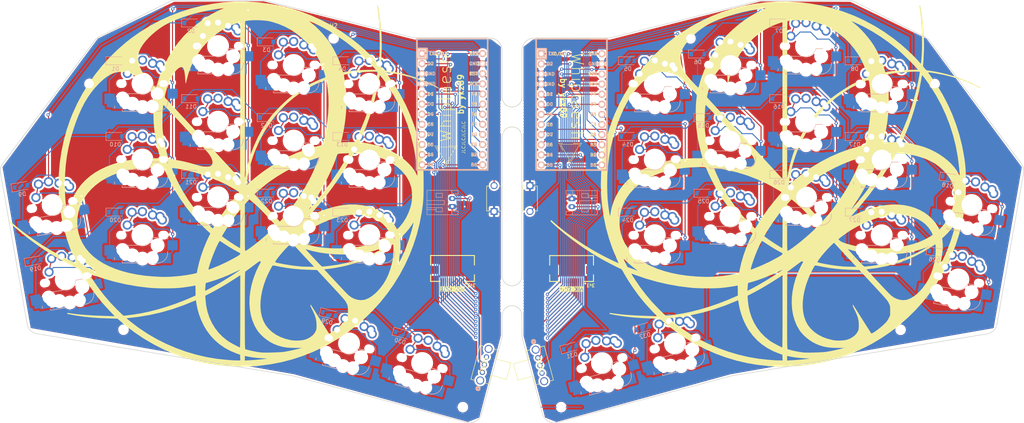
<source format=kicad_pcb>
(kicad_pcb (version 20240108) (generator "pcbnew") (generator_version "8.0")
  (title_block (title "Whiplaesh") (date "2024-11-01") (rev "0.1") (company "ykz89"))
  (layers (0 "F.Cu" signal) (31 "B.Cu" signal) (34 "B.Paste" user) (35 "F.Paste" user) (36 "B.SilkS" user "B.Silkscreen") (37 "F.SilkS" user "F.Silkscreen") (38 "B.Mask" user) (39 "F.Mask" user) (44 "Edge.Cuts" user))
  (net 0 "")
  (net 1 "GND")
  (net 2 "RST")
  (net 3 "VCC")
  (net 4 "ROW0")
  (net 5 "SDA")
  (net 6 "SCL")
  (net 7 "Net-(D1-A)")
  (net 8 "Net-(D2-A)")
  (net 9 "GPIO_AD1")
  (net 10 "MOSI")
  (net 11 "GPIO_AD2")
  (net 12 "Net-(D3-A)")
  (net 13 "MISO")
  (net 14 "SCLK")
  (net 15 "BAT_P")
  (net 16 "Net-(D4-A)")
  (net 17 "ROW0_r")
  (net 18 "Net-(D5-A)")
  (net 19 "Net-(D6-A)")
  (net 20 "Net-(D7-A)")
  (net 21 "Net-(D8-A)")
  (net 22 "Net-(D9-A)")
  (net 23 "ROW1")
  (net 24 "Net-(D10-A)")
  (net 25 "Net-(D11-A)")
  (net 26 "Net-(D12-A)")
  (net 27 "Net-(D13-A)")
  (net 28 "ROW1_r")
  (net 29 "Net-(D14-A)")
  (net 30 "Net-(D15-A)")
  (net 31 "Net-(D16-A)")
  (net 32 "Net-(D17-A)")
  (net 33 "Net-(D18-A)")
  (net 34 "ROW2")
  (net 35 "Net-(D19-A)")
  (net 36 "Net-(D20-A)")
  (net 37 "Net-(D21-A)")
  (net 38 "Net-(D22-A)")
  (net 39 "Net-(D23-A)")
  (net 40 "Net-(D24-A)")
  (net 41 "ROW2_r")
  (net 42 "Net-(D25-A)")
  (net 43 "Net-(D26-A)")
  (net 44 "Net-(D27-A)")
  (net 45 "Net-(D28-A)")
  (net 46 "Net-(D29-A)")
  (net 47 "ROW3")
  (net 48 "Net-(D30-A)")
  (net 49 "ROW3_r")
  (net 50 "Net-(D31-A)")
  (net 51 "Net-(D32-A)")
  (net 52 "BAT_P_r")
  (net 53 "GND_r")
  (net 54 "COL3")
  (net 55 "COL2")
  (net 56 "CS")
  (net 57 "COL1")
  (net 58 "+5V")
  (net 59 "RGB")
  (net 60 "COL0")
  (net 61 "COL4")
  (net 62 "VCC_r")
  (net 63 "COL1_r")
  (net 64 "COL2_r")
  (net 65 "SDA_r")
  (net 66 "COL4_r")
  (net 67 "CS_r")
  (net 68 "+5V_r")
  (net 69 "COL3_r")
  (net 70 "MOSI_r")
  (net 71 "SCL_r")
  (net 72 "RST_r")
  (net 73 "COL0_r")
  (net 74 "RGB_r")
  (net 75 "GPIO_AD2_r")
  (net 76 "SCLK_r")
  (net 77 "MISO_r")
  (net 78 "GPIO_AD1_r")
  (footprint "fingerpunch:gateron-ks27-choc-v1-mx-soldered-and-hotswap" (layer "F.Cu") (at 57.272918 54.464871)
    (property "Reference" "SW1" (hide yes))
    (property "Value" "SW_PUSH" (hide yes))
  )
  (footprint "fingerpunch:gateron-ks27-choc-v1-mx-soldered-and-hotswap" (layer "F.Cu") (at 185.966651 73.570702)
    (property "Reference" "SW14" (hide yes))
    (property "Value" "SW_PUSH" (hide yes))
  )
  (footprint "fingerpunch:gateron-ks27-choc-v1-mx-soldered-and-hotswap" (layer "F.Cu") (at 127.517036 124.668872 -15)
    (property "Reference" "SW30" (hide yes))
    (property "Value" "SW_PUSH" (hide yes))
  )
  (footprint "library:mouse-bite-5mm-slot" (layer "F.Cu") (at 150.1 62.899443 -90)
    (property "Reference" "mouse-bite-5mm-slot" (hide yes))
    (property "Value" "VAL**" (hide yes))
  )
  (footprint "fingerpunch:gateron-ks27-choc-v1-mx-soldered-and-hotswap" (layer "F.Cu") (at 242.966651 54.570702)
    (property "Reference" "SW8" (hide yes))
    (property "Value" "SW_PUSH" (hide yes))
  )
  (footprint "vik:vik-logo-small" (layer "F.Cu") (at 133.56 71.94)
    (property "Reference" "REF**")
    (property "Value" "vik-logo-small")
  )
  (footprint "fingerpunch:gateron-ks27-choc-v1-mx-soldered-and-hotswap" (layer "F.Cu") (at 262.229407 103.684488 -10)
    (property "Reference" "SW28" (hide yes))
    (property "Value" "SW_PUSH" (hide yes))
  )
  (footprint "vik:vik-keyboard-connector-horizontal" (layer "F.Cu") (at 165.066651 101.979444 180)
    (property "Reference" "VIK_OUT2" (hide yes))
    (property "Value" "~")
  )
  (footprint "fingerpunch:gateron-ks27-choc-v1-mx-soldered-and-hotswap" (layer "F.Cu") (at 57.249569 73.546129)
    (property "Reference" "SW10" (hide yes))
    (property "Value" "SW_PUSH" (hide yes))
  )
  (footprint "fingerpunch:gateron-ks27-choc-v1-mx-soldered-and-hotswap" (layer "F.Cu") (at 191.051775 119.775884 15)
    (property "Reference" "SW32" (hide yes))
    (property "Value" "SW_PUSH" (hide yes))
  )
  (footprint "fingerpunch:gateron-ks27-choc-v1-mx-soldered-and-hotswap" (layer "F.Cu") (at 242.966651 73.570702)
    (property "Reference" "SW17" (hide yes))
    (property "Value" "SW_PUSH" (hide yes))
  )
  (footprint "fingerpunch:gateron-ks27-choc-v1-mx-soldered-and-hotswap" (layer "F.Cu") (at 34.687498 84.948568 10)
    (property "Reference" "SW9" (hide yes))
    (property "Value" "SW_PUSH" (hide yes))
  )
  (footprint "footprints:SW_SKHLACA010_ALPS" (layer "F.Cu") (at 145.599569 86.599445 90)
    (property "Reference" "RST1" (hide yes))
    (property "Value" "SW_PUSH" (hide yes))
  )
  (footprint "MountingHole:MountingHole_2.2mm_M2" (layer "F.Cu") (at 256.266651 54.570702)
    (property "Reference" "H5" (hide yes))
    (property "Value" "MountingHole" (hide yes))
  )
  (footprint "fingerpunch:gateron-ks27-choc-v1-mx-soldered-and-hotswap" (layer "F.Cu") (at 185.966651 54.570702)
    (property "Reference" "SW5" (hide yes))
    (property "Value" "SW_PUSH" (hide yes))
  )
  (footprint "footprints:SW_SKHLACA010_ALPS" (layer "F.Cu") (at 154.6 80.099443 -90)
    (property "Reference" "RST2" (hide yes))
    (property "Value" "SW_PUSH" (hide yes))
  )
  (footprint "fingerpunch:gateron-ks27-choc-v1-mx-soldered-and-hotswap" (layer "F.Cu") (at 114.249569 54.546129)
    (property "Reference" "SW4" (hide yes))
    (property "Value" "SW_PUSH" (hide yes))
  )
  (footprint "fingerpunch:gateron-ks27-choc-v1-mx-soldered-and-hotswap" (layer "F.Cu") (at 185.966651 92.570702)
    (property "Reference" "SW24" (hide yes))
    (property "Value" "SW_PUSH" (hide yes))
  )
  (footprint "fingerpunch:gateron-ks27-choc-v1-mx-soldered-and-hotswap" (layer "F.Cu") (at 223.966651 64.070702)
    (property "Reference" "SW16" (hide yes))
    (property "Value" "SW_PUSH" (hide yes))
  )
  (footprint "fingerpunch:gateron-ks27-choc-v1-mx-soldered-and-hotswap" (layer "F.Cu") (at 204.966651 87.820702)
    (property "Reference" "SW25" (hide yes))
    (property "Value" "SW_PUSH" (hide yes))
  )
  (footprint "fingerpunch:gateron-ks27-choc-v1-mx-soldered-and-hotswap" (layer "F.Cu") (at 76.249569 45.046129)
    (property "Reference" "SW2" (hide yes))
    (property "Value" "SW_PUSH" (hide yes))
  )
  (footprint "fingerpunch:gateron-ks27-choc-v1-mx-soldered-and-hotswap" (layer "F.Cu") (at 223.966651 45.070702)
    (property "Reference" "SW7" (hide yes))
    (property "Value" "SW_PUSH" (hide yes))
  )
  (footprint "library:Aespa" (layer "F.Cu") (at 73.954385 79.684966)
    (property "Reference" "G***" (hide yes))
    (property "Value" "LOGO" (hide yes))
  )
  (footprint "MountingHole:MountingHole_2.2mm_M2" (layer "F.Cu") (at 52.499569 116.296129)
    (property "Reference" "H4" (hide yes))
    (property "Value" "MountingHole" (hide yes))
  )
  (footprint "library:ArduinoProMicro" (layer "F.Cu") (at 165.05 60.95 -90)
    (property "Reference" "MCU2" (hide yes))
    (property "Value" "~" (hide yes))
  )
  (footprint "fingerpunch:gateron-ks27-choc-v1-mx-soldered-and-hotswap" (layer "F.Cu") (at 37.986814 103.659915 10)
    (property "Reference" "SW19" (hide yes))
    (property "Value" "SW_PUSH" (hide yes))
  )
  (footprint "vik:vik-logo-small" (layer "F.Cu") (at 164.71 71.26)
    (property "Reference" "REF**")
    (property "Value" "vik-logo-small")
  )
  (footprint "fingerpunch:gateron-ks27-choc-v1-mx-soldered-and-hotswap" (layer "F.Cu") (at 95.24957 49.796129)
    (property "Reference" "SW3" (hide yes))
    (property "Value" "SW_PUSH" (hide yes))
  )
  (footprint "MountingHole:MountingHole_2.2mm_M2" (layer "F.Cu") (at 194.94 43.13)
    (property "Reference" "H6" (hide yes))
    (property "Value" "MountingHole" (hide yes))
  )
  (footprint "fingerpunch:gateron-ks27-choc-v1-mx-soldered-and-hotswap" (layer "F.Cu") (at 76.249569 83.046129)
    (property "Reference" "SW21" (hide yes))
    (property "Value" "SW_PUSH" (hide yes))
  )
  (footprint "fingerpunch:gateron-ks27-choc-v1-mx-soldered-and-hotswap" (layer "F.Cu") (at 109.164446 119.751311 -15)
    (property "Reference" "SW29" (hide yes))
    (property "Value" "SW_PUSH" (hide yes))
  )
  (footprint "library:Aespa" (layer "F.Cu") (at 210.184385 79.684966)
    (property "Reference" "G***" (hide yes))
    (property "Value" "LOGO" (hide yes))
  )
  (footprint "MountingHole:MountingHole_2.2mm_M2" (layer "F.Cu") (at 43.949569 54.546129)
    (property "Reference" "H1" (hide yes))
    (property "Value" "MountingHole" (hide yes))
  )
  (footprint "fingerpunch:gateron-ks27-choc-v1-mx-soldered-and-hotswap" (layer "F.Cu") (at 223.966651 83.070702)
    (property "Reference" "SW26" (hide yes))
    (property "Value" "SW_PUSH" (hide yes))
  )
  (footprint "MountingHole:MountingHole_2.2mm_M2" (layer "F.Cu") (at 247.716651 116.320702)
    (property "Reference" "H8" (hide yes))
    (property "Value" "MountingHole" (hide yes))
  )
  (footprint "fingerpunch:gateron-ks27-choc-v1-mx-soldered-and-hotswap" (layer "F.Cu") (at 114.249569 92.546129)
    (property "Reference" "SW23" (hide yes))
    (property "Value" "SW_PUSH" (hide yes))
  )
  (footprint "fingerpunch:gateron-ks27-choc-v1-mx-soldered-and-hotswap" (layer "F.Cu") (at 57.249569 92.546129)
    (property "Reference" "SW20" (hide yes))
    (property "Value" "SW_PUSH" (hide yes))
  )
  (footprint "fingerpunch:gateron-ks27-choc-v1-mx-soldered-and-hotswap" (layer "F.Cu") (at 242.966651 92.570702)
    (property "Reference" "SW27" (hide yes))
    (property "Value" "SW_PUSH" (hide yes))
  )
  (footprint "vik:vik-keyboard-connector-horizontal" (layer "F.Cu") (at 135.149569 101.954871 180)
    (property "Reference" "VIK_OUT1" (hide yes))
    (property "Value" "~")
  )
  (footprint "fingerpunch:gateron-ks27-choc-v1-mx-soldered-and-hotswap" (layer "F.Cu") (at 114.249569 73.546129)
    (property "Reference" "SW13" (hide yes))
    (property "Value" "SW_PUSH" (hide yes))
  )
  (footprint "MountingHole:MountingHole_2.2mm_M2" (layer "F.Cu") (at 162.45 135.75)
    (property "Reference" "H7" (hide yes))
    (property "Value" "MountingHole" (hide yes))
  )
  (footprint "fingerpunch:gateron-ks27-choc-v1-mx-soldered-and-hotswap" (layer "F.Cu") (at 95.249569 87.796129)
    (property "Reference" "SW22" (hide yes))
    (property "Value" "SW_PUSH" (hide yes))
  )
  (footprint "fingerpunch:gateron-ks27-choc-v1-mx-soldered-and-hotswap" (layer "F.Cu") (at 76.249569 64.046129)
    (property "Reference" "SW11" (hide yes))
    (property "Value" "SW_PUSH" (hide yes))
  )
  (footprint "footprints:OS102011MA1QN1_CNK" (layer "F.Cu") (at 156.6 123.349444 -75)
    (property "Reference" "PWR2")
    (property "Value" "OS102011MA1QN1")
  )
  (footprint "MountingHole:MountingHole_2.2mm_M2" (layer "F.Cu") (at 105.28 43.12)
    (property "Reference" "H2")
    (property "Value" "MountingHole" (hide yes))
  )
  (footprint "library:mouse-bite-5mm-slot" (layer "F.Cu") (at 150.101847 107.80336 -90)
    (property "Reference" "mouse-bite-5mm-slot" (hide yes))
    (property "Value" "VAL**" (hide yes))
  )
  (footprint "fingerpunch:gateron-ks27-choc-v1-mx-soldered-and-hotswap" (layer "F.Cu") (at 95.24957 68.796129)
    (property "Reference" "SW12" (hide yes))
    (property "Value" "SW_PUSH" (hide yes))
  )
  (footprint "fingerpunch:gateron-ks27-choc-v1-mx-soldered-and-hotswap" (layer "F.Cu") (at 265.528723 84.973141 -10)
    (property "Reference" "SW18" (hide yes))
    (property "Value" "SW_PUSH" (hide yes))
  )
  (footprint "fingerpunch:gateron-ks27-choc-v1-mx-soldered-and-hotswap" (layer "F.Cu") (at 172.699184 124.693445 15)
    (property "Reference" "SW31" (hide yes))
    (property "Value" "SW_PUSH" (hide yes))
  )
  (footprint "fingerpunch:gateron-ks27-choc-v1-mx-soldered-and-hotswap" (layer "F.Cu") (at 204.966651 49.820702)
    (property "Reference" "SW6" (hide yes))
    (property "Value" "SW_PUSH" (hide yes))
  )
  (footprint "fingerpunch:gateron-ks27-choc-v1-mx-soldered-and-hotswap" (layer "F.Cu") (at 204.966651 68.820702)
    (property "Reference" "SW15" (hide yes))
    (property "Value" "SW_PUSH" (hide yes))
  )
  (footprint "MountingHole:MountingHole_2.2mm_M2" (layer "F.Cu") (at 137.75 135.75)
    (property "Reference" "H3" (hide yes))
    (property "Value" "MountingHole" (hide yes))
  )
  (footprint "library:ArduinoProMicro" (layer "F.Cu") (at 135.1 60.9 -90)
    (property "Reference" "MCU1" (hide yes))
    (property "Value" "~" (hide yes))
  )
  (footprint "footprints:OS102011MA1QN1_CNK" (layer "F.Cu") (at 142.647642 127.017018 75)
    (property "Reference" "PWR1")
    (property "Value" "OS102011MA1QN1")
  )
  (footprint "Diode_SMD:D_SOD-123" (layer "B.Cu") (at 50.45 86.75)
    (property "Reference" "D20")
    (property "Value" "1N4148W" (hide yes))
  )
  (footprint "Diode_SMD:D_SOD-123" (layer "B.Cu") (at 198.19 63.01)
    (property "Reference" "D15")
    (property "Value" "1N4148W" (hide yes))
  )
  (footprint "Diode_SMD:D_SOD-123" (layer "B.Cu") (at 179.19 48.76)
    (property "Reference" "D5")
    (property "Value" "1N4148W" (hide yes))
  )
  (footprint "Diode_SMD:D_SOD-123" (layer "B.Cu") (at 122.506222 117.272949 -15)
    (property "Reference" "D30")
    (property "Value" "1N4148W" (hide yes))
  )
  (footprint "Diode_SMD:D_SOD-123" (layer "B.Cu") (at 259.89 78.08 -10)
    (property "Reference" "D18")
    (property "Value" "1N4148W" (hide yes))
  )
  (footprint "Diode_SMD:D_SOD-123" (layer "B.Cu") (at 30.024933 99.013481 10)
    (property "Reference" "D19")
    (property "Value" "1N4148W" (hide yes))
  )
  (footprint "Diode_SMD:D_SOD-123" (layer "B.Cu") (at 104.153631 112.355387 -15)
    (property "Reference" "D29")
    (property "Value" "1N4148W" (hide yes))
  )
  (footprint "Diode_SMD:D_SOD-123" (layer "B.Cu") (at 88.450001 63)
    (property "Reference" "D12")
    (property "Value" "1N4148W" (hide yes))
  )
  (footprint "Diode_SMD:D_SOD-123" (layer "B.Cu") (at 217.19 77.26)
    (property "Reference" "D26")
    (property "Value" "1N4148W" (hide yes))
  )
  (footprint "Diode_SMD:D_SOD-123" (layer "B.Cu") (at 69.45 77.25)
    (property "Reference" "D21")
    (property "Value" "1N4148W" (hide yes))
  )
  (footprint "Diode_SMD:D_SOD-123" (layer "B.Cu") (at 179.19 67.76)
    (property "Reference" "D14")
    (property "Value" "1N4148W" (hide yes))
  )
  (footprint "Diode_SMD:D_SOD-123" (layer "B.Cu") (at 26.725618 80.302133 10)
    (property "Reference" "D9")
    (property "Value" "1N4148W" (hide yes))
  )
  (footprint "Diode_SMD:D_SOD-123" (layer "B.Cu") (at 107.45 86.75)
    (property "Reference" "D23")
    (property "Value" "1N4148W" (hide yes))
  )
  (footprint "Diode_SMD:D_SOD-123" (layer "B.Cu") (at 236.19 86.76)
    (property "Reference" "D27")
    (property "Value" "1N4148W" (hide yes))
  )
  (footprint "Diode_SMD:D_SOD-123" (layer "B.Cu") (at 50.45 67.75)
    (property "Reference" "D10")
    (property "Value" "1N4148W" (hide yes))
  )
  (footprint "Diode_SMD:D_SOD-123" (layer "B.Cu") (at 198.19 82.01)
    (property "Reference" "D25")
    (property "Value" "1N4148W" (hide yes))
  )
  (footprint "Diode_SMD:D_SOD-123" (layer "B.Cu") (at 236.19 67.76)
    (property "Reference" "D17")
    (property "Value" "1N4148W" (hide yes))
  )
  (footprint "Diode_SMD:D_SOD-123" (layer "B.Cu") (at 217.19 39.26)
    (property "Reference" "D7")
    (property "Value" "1N4148W" (hide yes))
  )
  (footprint "Diode_SMD:D_SOD-123" (layer "B.Cu") (at 164.64 120.8 15)
    (property "Reference" "D31")
    (property "Value" "1N4148W" (hide yes))
  )
  (footprint "Connector_JST:JST_PH_S2B-PH-K_1x02_P2.00mm_Horizontal" (layer "B.Cu") (at 135.1 85.349444 90)
    (property "Reference" "JST1" (hide yes))
    (property "Value" "JST_PH" (hide yes))
  )
  (footprint "Diode_SMD:D_SOD-123" (layer "B.Cu") (at 107.45 48.75)
    (property "Reference" "D4")
    (property "Value" "1N4148W" (hide yes))
  )
  (footprint "Diode_SMD:D_SOD-123" (layer "B.Cu") (at 69.45 58.25)
    (property "Reference" "D11")
    (property "Value" "1N4148W" (hide yes))
  )
  (footprint "Diode_SMD:D_SOD-123" (layer "B.Cu") (at 50.45 48.75)
    (property "Reference" "D1")
    (property "Value" "1N4148W" (hide yes))
  )
  (footprint "Diode_SMD:D_SOD-123" (layer "B.Cu") (at 88.450001 44)
    (property "Reference" "D3")
    (property "Value" "1N4148W" (hide yes))
  )
  (footprint "Diode_SMD:D_SOD-123" (layer "B.Cu") (at 88.45 82)
    (property "Reference" "D22")
    (property "Value" "1N4148W" (hide yes))
  )
  (footprint "Diode_SMD:D_SOD-123" (layer "B.Cu") (at 236.19 48.76)
    (property "Reference" "D8")
    (property "Value" "1N4148W" (hide yes))
  )
  (footprint "Diode_SMD:D_SOD-123" (layer "B.Cu") (at 69.45 39.25)
    (property "Reference" "D2")
    (property "Value" "1N4148W" (hide yes))
  )
  (footprint "Diode_SMD:D_SOD-123" (layer "B.Cu") (at 256.590685 96.791348 -10)
    (property "Reference" "D28")
    (property "Value" "1N4148W" (hide yes))
  )
  (footprint "Diode_SMD:D_SOD-123" (layer "B.Cu") (at 182.992591 115.882438 15)
    (property "Reference" "D32")
    (property "Value" "1N4148W" (hide yes))
  )
  (footprint "Diode_SMD:D_SOD-123" (layer "B.Cu") (at 217.19 58.26)
    (property "Reference" "D16")
    (property "Value" "1N4148W" (hide yes))
  )
  (footprint "Diode_SMD:D_SOD-123" (layer "B.Cu") (at 107.45 67.75)
    (property "Reference" "D13")
    (property "Value" "1N4148W" (hide yes))
  )
  (footprint "Diode_SMD:D_SOD-123" (layer "B.Cu") (at 179.19 86.76)
    (property "Reference" "D24")
    (property "Value" "1N4148W" (hide yes))
  )
  (footprint "Diode_SMD:D_SOD-123" (layer "B.Cu") (at 196.7825 47.05)
    (property "Reference" "D6")
    (property "Value" "1N4148W" (hide yes))
  )
  (footprint "Connector_JST:JST_PH_S2B-PH-K_1x02_P2.00mm_Horizontal" (layer "B.Cu") (at 165.13 83.4 -90)
    (property "Reference" "JST2" (hide yes))
    (property "Value" "JST_PH" (hide yes))
  )
  (gr_line (start 157.3 135.75) (end 167.6 135.75) (stroke (width 0.2)) (layer "B.Cu"))
  (gr_line (start 142.423621 137.462927) (end 147.497777 118.525919) (stroke (width 0.15)) (layer "Edge.Cuts"))
  (gr_line (start 236.100088 33.887421) (end 253.831926 42.75334) (stroke (width 0.15)) (layer "Edge.Cuts"))
  (gr_line (start 152.6 57.949444) (end 152.616634 46.070685) (stroke (width 0.15)) (layer "Edge.Cuts"))
  (gr_line (start 147.599848 102.753361) (end 147.6 67.849444) (stroke (width 0.15)) (layer "Edge.Cuts"))
  (gr_arc (start 126.118886 43.046129) (mid 125.752337 43.02365) (end 125.391279 42.956557) (stroke (width 0.15)) (layer "Edge.Cuts"))
  (gr_line (start 152.601847 102.853361) (end 152.598153 67.945527) (stroke (width 0.15)) (layer "Edge.Cuts"))
  (gr_line (start 157.7926 137.4875) (end 152.718444 118.550492) (stroke (width 0.15)) (layer "Edge.Cuts"))
  (gr_arc (start 174.824941 42.98113) (mid 174.463885 43.048232) (end 174.097335 43.070702) (stroke (width 0.15)) (layer "Edge.Cuts"))
  (gr_line (start 147.6 117.749444) (end 147.601847 112.753361) (stroke (width 0.15)) (layer "Edge.Cuts"))
  (gr_arc (start 142.423621 137.462927) (mid 141.025856 139.284561) (end 138.749386 139.584248) (stroke (width 0.15)) (layer "Edge.Cuts"))
  (gr_line (start 254.891922 43.638805) (end 278.07265 74.605082) (stroke (width 0.15)) (layer "Edge.Cuts"))
  (gr_arc (start 30.757655 117.326669) (mid 29.134798 116.500146) (end 28.289084 114.887217) (stroke (width 0.15)) (layer "Edge.Cuts"))
  (gr_arc (start 147.6 67.849444) (mid 150.14805 65.349906) (end 152.598153 67.945527) (stroke (width 0.15)) (layer "Edge.Cuts"))
  (gr_line (start 155.616634 43.070702) (end 174.097335 43.070702) (stroke (width 0.15)) (layer "Edge.Cuts"))
  (gr_line (start 269.458565 117.351242) (end 205.283197 127.88351) (stroke (width 0.15)) (layer "Edge.Cuts"))
  (gr_arc (start 212.108361 33.660275) (mid 212.469418 33.593176) (end 212.835968 33.570702) (stroke (width 0.15)) (layer "Edge.Cuts"))
  (gr_line (start 45.324299 43.614232) (end 22.143571 74.580509) (stroke (width 0.15)) (layer "Edge.Cuts"))
  (gr_line (start 152.616221 117.774017) (end 152.599999 112.84577) (stroke (width 0.15)) (layer "Edge.Cuts"))
  (gr_arc (start 21.590784 76.89927) (mid 21.626993 75.682628) (end 22.143571 74.580509) (stroke (width 0.15)) (layer "Edge.Cuts"))
  (gr_arc (start 45.324299 43.614232) (mid 45.80265 43.109673) (end 46.384295 42.728767) (stroke (width 0.15)) (layer "Edge.Cuts"))
  (gr_line (start 64.116133 33.862848) (end 46.384295 42.728767) (stroke (width 0.15)) (layer "Edge.Cuts"))
  (gr_line (start 144.599587 43.046129) (end 126.118886 43.046129) (stroke (width 0.15)) (layer "Edge.Cuts"))
  (gr_line (start 147.598001 57.849444) (end 147.599587 46.046112) (stroke (width 0.15)) (layer "Edge.Cuts"))
  (gr_arc (start 152.6 57.949444) (mid 150.04999 60.350943) (end 147.598001 57.849444) (stroke (width 0.15)) (layer "Edge.Cuts"))
  (gr_arc (start 64.116133 33.862848) (mid 64.768512 33.626369) (end 65.457773 33.546129) (stroke (width 0.15)) (layer "Edge.Cuts"))
  (gr_arc (start 204.992591 127.946129) (mid 205.137118 127.911218) (end 205.283197 127.88351) (stroke (width 0.15)) (layer "Edge.Cuts"))
  (gr_line (start 212.835968 33.570702) (end 234.758447 33.570702) (stroke (width 0.15)) (layer "Edge.Cuts"))
  (gr_arc (start 152.601847 102.853361) (mid 150.05179 105.254891) (end 147.599848 102.753361) (stroke (width 0.15)) (layer "Edge.Cuts"))
  (gr_arc (start 152.718444 118.550492) (mid 152.641884 118.165605) (end 152.616211 117.774018) (stroke (width 0.15)) (layer "Edge.Cuts"))
  (gr_arc (start 144.599587 43.046129) (mid 146.720974 43.924739) (end 147.599587 46.046112) (stroke (width 0.15)) (layer "Edge.Cuts"))
  (gr_line (start 125.391279 42.956557) (end 88.107859 33.635702) (stroke (width 0.15)) (layer "Edge.Cuts"))
  (gr_arc (start 234.758447 33.570702) (mid 235.4477 33.650976) (end 236.100088 33.887421) (stroke (width 0.15)) (layer "Edge.Cuts"))
  (gr_arc (start 161.466834 139.608821) (mid 159.190373 139.309109) (end 157.7926 137.4875) (stroke (width 0.15)) (layer "Edge.Cuts"))
  (gr_line (start 95.22363 127.921556) (end 138.749386 139.584248) (stroke (width 0.15)) (layer "Edge.Cuts"))
  (gr_arc (start 87.380253 33.546129) (mid 87.746801 33.568613) (end 88.107859 33.635702) (stroke (width 0.15)) (layer "Edge.Cuts"))
  (gr_arc (start 147.601987 112.753361) (mid 150.148011 110.253958) (end 152.599998 112.84577) (stroke (width 0.15)) (layer "Edge.Cuts"))
  (gr_arc (start 94.933024 127.858937) (mid 95.079103 127.886645) (end 95.223629 127.921556) (stroke (width 0.15)) (layer "Edge.Cuts"))
  (gr_line (start 174.824941 42.98113) (end 212.108361 33.660275) (stroke (width 0.15)) (layer "Edge.Cuts"))
  (gr_line (start 204.992591 127.946129) (end 161.466834 139.608821) (stroke (width 0.15)) (layer "Edge.Cuts"))
  (gr_arc (start 147.6 117.749444) (mid 147.574335 118.141032) (end 147.497777 118.525919) (stroke (width 0.15)) (layer "Edge.Cuts"))
  (gr_arc (start 278.07265 74.605082) (mid 278.589245 75.707198) (end 278.625437 76.923843) (stroke (width 0.15)) (layer "Edge.Cuts"))
  (gr_line (start 21.590784 76.89927) (end 28.289084 114.887217) (stroke (width 0.15)) (layer "Edge.Cuts"))
  (gr_line (start 87.380253 33.546129) (end 65.457773 33.546129) (stroke (width 0.15)) (layer "Edge.Cuts"))
  (gr_arc (start 271.927137 114.91179) (mid 271.081412 116.524718) (end 269.458565 117.351242) (stroke (width 0.15)) (layer "Edge.Cuts"))
  (gr_line (start 278.625437 76.923843) (end 271.927137 114.91179) (stroke (width 0.15)) (layer "Edge.Cuts"))
  (gr_line (start 30.757655 117.326669) (end 94.933024 127.858937) (stroke (width 0.15)) (layer "Edge.Cuts"))
  (gr_arc (start 253.831926 42.75334) (mid 254.413574 43.134241) (end 254.891922 43.638805) (stroke (width 0.15)) (layer "Edge.Cuts"))
  (gr_arc (start 152.616634 46.070685) (mid 153.495366 43.949444) (end 155.616634 43.070702) (stroke (width 0.15)) (layer "Edge.Cuts"))
  (gr_text "by ykz89" (at 138.1 62.4 90) (layer "F.SilkS") (effects (font (size 1.5 1.5) (thickness 0.3) (bold yes)) (justify left bottom)))
  (gr_text "JLCJLCJLCJLC" (at 138.4 72.2 90) (layer "F.SilkS") (effects (font (size 0.8001 0.8001) (thickness 0.1) (bold yes)) (justify left bottom)))
  (gr_text "Whiplaesh" (at 166.5 57.7 -90) (layer "F.SilkS") (effects (font (size 3 3) (thickness 0.2))))
  (gr_text "Whiplaesh" (at 133.33 58.16 90) (layer "F.SilkS") (effects (font (size 3 3) (thickness 0.2))))
  (gr_text "by ykz89" (at 162.1 52.9 -90) (layer "F.SilkS") (effects (font (size 1.5 1.5) (thickness 0.3) (bold yes)) (justify left bottom)))
  (segment (start 49 66.5) (end 49 66.823) (width 0.254) (layer "B.Cu") (net 0))
  (segment (start 141.001622 108.244981) (end 140.732678 108.244981) (width 0.254) (layer "F.Cu") (net 1))
  (segment (start 140.732678 108.244981) (end 137.399569 104.911872) (width 0.254) (layer "F.Cu") (net 1))
  (segment (start 138.203 85.37) (end 138.182444 85.349444) (width 0.254) (layer "F.Cu") (net 1))
  (segment (start 138.182444 85.349444) (end 135.1 85.349444) (width 0.254) (layer "F.Cu") (net 1))
  (segment (start 137.399569 104.911872) (end 137.399569 103.992871) (width 0.254) (layer "F.Cu") (net 1))
  (via (at 141.001622 108.244981) (size 0.8) (drill 0.4) (layers "F.Cu" "B.Cu") (net 1))
  (via (at 138.203 85.37) (size 0.8) (drill 0.4) (layers "F.Cu" "B.Cu") (net 1))
  (segment (start 138.203 85.970529) (end 138.203 85.37) (width 0.254) (layer "B.Cu") (net 1))
  (segment (start 135.842 103.120134) (end 135.842 88.331529) (width 0.254) (layer "B.Cu") (net 1))
  (segment (start 140.966847 108.244981) (end 135.842 103.120134) (width 0.254) (layer "B.Cu") (net 1))
  (segment (start 135.842 88.331529) (end 138.203 85.970529) (width 0.254) (layer "B.Cu") (net 1))
  (segment (start 141.001622 108.244981) (end 140.966847 108.244981) (width 0.254) (layer "B.Cu") (net 1))
  (segment (start 145.599569 80.099444) (end 145.599569 54.889569) (width 0.254) (layer "F.Cu") (net 2))
  (segment (start 145.599569 54.889569) (end 142.72 52.01) (width 0.254) (layer "F.Cu") (net 2))
  (segment (start 137.899569 104.383737) (end 137.899569 103.992872) (width 0.254) (layer "F.Cu") (net 3))
  (segment (start 140.995 107.245) (end 140.760832 107.245) (width 0.254) (layer "F.Cu") (net 3))
  (segment (start 136.63 54.55) (end 142.72 54.55) (width 0.254) (layer "F.Cu") (net 3))
  (segment (start 140.760832 107.245) (end 137.899569 104.383737) (width 0.254) (layer "F.Cu") (net 3))
  (segment (start 136.59 54.59) (end 136.63 54.55) (width 0.254) (layer "F.Cu") (net 3))
  (via (at 136.59 54.59) (size 0.8) (drill 0.4) (layers "F.Cu" "B.Cu") (net 3))
  (via (at 140.995 107.245) (size 0.8) (drill 0.4) (layers "F.Cu" "B.Cu") (net 3))
  (segment (start 136.59 54.59) (end 136.59 56.97) (width 0.254) (layer "B.Cu") (net 3))
  (segment (start 136.296 102.546) (end 140.995 107.245) (width 0.254) (layer "B.Cu") (net 3))
  (segment (start 138.93 85.885581) (end 136.296 88.519581) (width 0.254) (layer "B.Cu") (net 3))
  (segment (start 136.296 88.519581) (end 136.296 102.546) (width 0.254) (layer "B.Cu") (net 3))
  (segment (start 136.59 56.97) (end 136.577 56.983) (width 0.254) (layer "B.Cu") (net 3))
  (segment (start 135.746 60.435186) (end 135.746 80.48331) (width 0.254) (layer "B.Cu") (net 3))
  (segment (start 135.746 80.48331) (end 138.93 83.66731) (width 0.254) (layer "B.Cu") (net 3))
  (segment (start 136.577 59.604186) (end 135.746 60.435186) (width 0.254) (layer "B.Cu") (net 3))
  (segment (start 138.93 83.66731) (end 138.93 85.885581) (width 0.254) (layer "B.Cu") (net 3))
  (segment (start 136.577 56.983) (end 136.577 59.604186) (width 0.254) (layer "B.Cu") (net 3))
  (segment (start 107.960072 46.619928) (end 117.589928 46.619928) (width 0.254) (layer "B.Cu") (net 4))
  (segment (start 79.810001 37.01) (end 86.800001 44) (width 0.254) (layer "B.Cu") (net 4))
  (segment (start 67.77 39.22) (end 67.8 39.25) (width 0.254) (layer "B.Cu") (net 4))
  (segment (start 86.800001 44) (end 89.140001 41.66) (width 0.254) (layer "B.Cu") (net 4))
  (segment (start 59.86 39.22) (end 67.77 39.22) (width 0.254) (layer "B.Cu") (net 4))
  (segment (start 50.33 48.75) (end 59.86 39.22) (width 0.254) (layer "B.Cu") (net 4))
  (segment (start 105.83 48.75) (end 107.960072 46.619928) (width 0.254) (layer "B.Cu") (net 4))
  (segment (start 105.8 48.75) (end 105.83 48.75) (width 0.254) (layer "B.Cu") (net 4))
  (segment (start 70.04 37.01) (end 79.810001 37.01) (width 0.254) (layer "B.Cu") (net 4))
  (segment (start 48.8 48.75) (end 50.33 48.75) (width 0.254) (layer "B.Cu") (net 4))
  (segment (start 89.140001 41.66) (end 98.71 41.66) (width 0.254) (layer "B.Cu") (net 4))
  (segment (start 126.26 63.49) (end 127.48 64.71) (width 0.254) (layer "B.Cu") (net 4))
  (segment (start 117.589928 46.619928) (end 126.26 55.29) (width 0.254) (layer "B.Cu") (net 4))
  (segment (start 126.26 55.29) (end 126.26 63.49) (width 0.254) (layer "B.Cu") (net 4))
  (segment (start 98.71 41.66) (end 105.8 48.75) (width 0.254) (layer "B.Cu") (net 4))
  (segment (start 67.8 39.25) (end 70.04 37.01) (width 0.254) (layer "B.Cu") (net 4))
  (segment (start 135.77 57.09) (end 127.48 57.09) (width 0.254) (layer "F.Cu") (net 5))
  (segment (start 140.999884 109.244982) (end 140.744982 109.244982) (width 0.254) (layer "F.Cu") (net 5))
  (segment (start 136.899568 105.399568) (end 136.899568 103.992871) (width 0.254) (layer "F.Cu") (net 5))
  (segment (start 140.744982 109.244982) (end 136.899568 105.399568) (width 0.254) (layer "F.Cu") (net 5))
  (segment (start 135.85 57.17) (end 135.77 57.09) (width 0.254) (layer "F.Cu") (net 5))
  (via (at 135.85 57.17) (size 0.8) (drill 0.4) (layers "F.Cu" "B.Cu") (net 5))
  (via (at 140.999884 109.244982) (size 0.8) (drill 0.4) (layers "F.Cu" "B.Cu") (net 5))
  (segment (start 135.388 88.143476) (end 135.388 103.888) (width 0.254) (layer "B.Cu") (net 5))
  (segment (start 135.85 57.17) (end 135.838 57.182) (width 0.254) (layer "B.Cu") (net 5))
  (segment (start 135.292 80.671364) (end 137.21 82.589364) (width 0.254) (layer "B.Cu") (net 5))
  (segment (start 137.21 82.589364) (end 137.21 86.321476) (width 0.254) (layer "B.Cu") (net 5))
  (segment (start 137.21 86.321476) (end 135.388 88.143476) (width 0.254) (layer "B.Cu") (net 5))
  (segment (start 140.744982 109.244982) (end 140.999884 109.244982) (width 0.254) (layer "B.Cu") (net 5))
  (segment (start 135.388 103.888) (end 140.744982 109.244982) (width 0.254) (layer "B.Cu") (net 5))
  (segment (start 135.838 59.701134) (end 135.292 60.247134) (width 0.254) (layer "B.Cu") (net 5))
  (segment (start 135.292 60.247134) (end 135.292 80.671364) (width 0.254) (layer "B.Cu") (net 5))
  (segment (start 135.838 57.182) (end 135.838 59.701134) (width 0.254) (layer "B.Cu") (net 5))
  (segment (start 141.023631 110.244702) (end 140.944702 110.244702) (width 0.254) (layer "F.Cu") (net 6))
  (segment (start 140.944702 110.244702) (end 136.399569 105.699569) (width 0.254) (layer "F.Cu") (net 6))
  (segment (start 132.7 59.6) (end 132.67 59.63) (width 0.254) (layer "F.Cu") (net 6))
  (segment (start 136.399569 105.699569) (end 136.399569 103.992871) (width 0.254) (layer "F.Cu") (net 6))
  (segment (start 135.111 59.4) (end 134.911 59.6) (width 0.254) (layer "F.Cu") (net 6))
  (segment (start 134.911 59.6) (end 132.7 59.6) (width 0.254) (layer "F.Cu") (net 6))
  (segment (start 132.67 59.63) (end 127.48 59.63) (width 0.254) (layer "F.Cu") (net 6))
  (via (at 141.023631 110.244702) (size 0.8) (drill 0.4) (layers "F.Cu" "B.Cu") (net 6))
  (via (at 135.111 59.4) (size 0.8) (drill 0.4) (layers "F.Cu" "B.Cu") (net 6))
  (segment (start 136.756 82.777416) (end 136.756 86.133424) (width 0.254) (layer "B.Cu") (net 6))
  (segment (start 134.838 80.859416) (end 136.756 82.777416) (width 0.254) (layer "B.Cu") (net 6))
  (segment (start 134.934 87.955424) (end 134.934 104.207232) (width 0.254) (layer "B.Cu") (net 6))
  (segment (start 140.97147 110.244702) (end 141.023631 110.244702) (width 0.254) (layer "B.Cu") (net 6))
  (segment (start 136.756 86.133424) (end 134.934 87.955424) (width 0.254) (layer "B.Cu") (net 6))
  (segment (start 134.838 59.673) (end 134.838 80.859416) (width 0.254) (layer "B.Cu") (net 6))
  (segment (start 135.111 59.4) (end 134.838 59.673) (width 0.254) (layer "B.Cu") (net 6))
  (segment (start 134.934 104.207232) (end 140.97147 110.244702) (width 0.254) (layer "B.Cu") (net 6))
  (segment (start 59.772973 48.303857) (end 59.772971 49.410002) (width 0.254) (layer "B.Cu") (net 7))
  (segment (start 52.134244 48.565758) (end 53.676071 47.02393) (width 0.254) (layer "B.Cu") (net 7))
  (segment (start 48.95797 58.289996) (end 48.957971 53.59203) (width 0.254) (layer "B.Cu") (net 7))
  (segment (start 48.957971 53.59203) (end 52.134245 50.415754) (width 0.254) (layer "B.Cu") (net 7))
  (segment (start 53.676071 47.02393) (end 58.493046 47.023928) (width 0.254) (layer "B.Cu") (net 7))
  (segment (start 58.493046 47.023928) (end 59.772973 48.303857) (width 0.254) (layer "B.Cu") (net 7))
  (segment (start 52.134245 50.415754) (end 52.134244 48.565758) (width 0.254) (layer "B.Cu") (net 7))
  (segment (start 72.860002 37.49) (end 77.409116 37.49) (width 0.254) (layer "B.Cu") (net 8))
  (segment (start 71.184245 41.015754) (end 71.184244 39.165758) (width 0.254) (layer "B.Cu") (net 8))
  (segment (start 77.409116 37.49) (end 78.822973 38.903857) (width 0.254) (layer "B.Cu") (net 8))
  (segment (start 68.007971 44.19203) (end 71.184245 41.015754) (width 0.254) (layer "B.Cu") (net 8))
  (segment (start 78.822973 38.903857) (end 78.822971 40.010002) (width 0.254) (layer "B.Cu") (net 8))
  (segment (start 71.184244 39.165758) (end 72.860002 37.49) (width 0.254) (layer "B.Cu") (net 8))
  (segment (start 68.00797 48.889996) (end 68.007971 44.19203) (width 0.254) (layer "B.Cu") (net 8))
  (segment (start 140.999683 113.243887) (end 140.974329 113.243887) (width 0.254) (layer "F.Cu") (net 9))
  (segment (start 140.275464 112.545022) (end 140.275464 112.535464) (width 0.254) (layer "F.Cu") (net 9))
  (segment (start 134.899569 107.159569) (end 134.899569 103.99287) (width 0.254) (layer "F.Cu") (net 9))
  (segment (start 140.974329 113.243887) (end 140.275464 112.545022) (width 0.254) (layer "F.Cu") (net 9))
  (segment (start 141.9 60.45) (end 142.72 59.63) (width 0.254) (layer "F.Cu") (net 9))
  (segment (start 140.275464 112.535464) (end 134.899569 107.159569) (width 0.254) (layer "F.Cu") (net 9))
  (segment (start 133.203 60.45) (end 141.9 60.45) (width 0.254) (layer "F.Cu") (net 9))
  (via (at 133.203 60.45) (size 0.8) (drill 0.4) (layers "F.Cu" "B.Cu") (net 9))
  (via (at 140.999683 113.243887) (size 0.8) (drill 0.4) (layers "F.Cu" "B.Cu") (net 9))
  (segment (start 133.476 82.745415) (end 133.444 82.777415) (width 0.254) (layer "B.Cu") (net 9))
  (segment (start 133.476 60.723) (end 133.476 82.745415) (width 0.254) (layer "B.Cu") (net 9))
  (segment (start 133.444 82.777415) (end 133.444 105.714) (width 0.254) (layer "B.Cu") (net 9))
  (segment (start 133.203 60.45) (end 133.476 60.723) (width 0.254) (layer "B.Cu") (net 9))
  (segment (start 133.444 105.714) (end 140.973887 113.243887) (width 0.254) (layer "B.Cu") (net 9))
  (segment (start 140.973887 113.243887) (end 140.999683 113.243887) (width 0.254) (layer "B.Cu") (net 9))
  (segment (start 141.000076 114.243889) (end 140.853889 114.243889) (width 0.254) (layer "F.Cu") (net 10))
  (segment (start 140.853889 114.243889) (end 134.399569 107.789569) (width 0.254) (layer "F.Cu") (net 10))
  (segment (start 134.399569 107.789569) (end 134.399569 103.992872) (width 0.254) (layer "F.Cu") (net 10))
  (segment (start 132.749 74.87) (end 142.72 74.87) (width 0.254) (layer "F.Cu") (net 10))
  (via (at 141.000076 114.243889) (size 0.8) (drill 0.4) (layers "F.Cu" "B.Cu") (net 10))
  (via (at 132.749 74.87) (size 0.8) (drill 0.4) (layers "F.Cu" "B.Cu") (net 10))
  (segment (start 132.749 74.87) (end 133.022 75.143) (width 0.254) (layer "B.Cu") (net 10))
  (segment (start 133.022 82.557363) (end 132.99 82.589363) (width 0.254) (layer "B.Cu") (net 10))
  (segment (start 133.022 75.143) (end 133.022 82.557363) (width 0.254) (layer "B.Cu") (net 10))
  (segment (start 140.873889 114.243889) (end 141.000076 114.243889) (width 0.254) (layer "B.Cu") (net 10))
  (segment (start 132.99 106.36) (end 140.873889 114.243889) (width 0.254) (layer "B.Cu") (net 10))
  (segment (start 132.99 82.589363) (end 132.99 106.36) (width 0.254) (layer "B.Cu") (net 10))
  (segment (start 141.993 56.363) (end 142.72 57.09) (width 0.254) (layer "F.Cu") (net 11))
  (segment (start 133.899569 108.209569) (end 133.899569 103.992871) (width 0.254) (layer "F.Cu") (net 11))
  (segment (start 140.99998 115.243891) (end 140.933891 115.243891) (width 0.254) (layer "F.Cu") (net 11))
  (segment (start 140.933891 115.243891) (end 133.899569 108.209569) (width 0.254) (layer "F.Cu") (net 11))
  (segment (start 132.46 56.363) (end 141.993 56.363) (width 0.254) (layer "F.Cu") (net 11))
  (via (at 140.99998 115.243891) (size 0.8) (drill 0.4) (layers "F.Cu" "B.Cu") (net 11))
  (via (at 132.46 56.363) (size 0.8) (drill 0.4) (layers "F.Cu" "B.Cu") (net 11))
  (segment (start 140.971944 115.243891) (end 140.99998 115.243891) (width 0.254) (layer "B.Cu") (net 11))
  (segment (start 140.273076 114.545023) (end 140.971944 115.243891) (width 0.254) (layer "B.Cu") (net 11))
  (segment (start 132.022 75.171134) (end 132.536 75.685134) (width 0.254) (layer "B.Cu") (net 11))
  (segment (start 132.022 74.568866) (end 132.022 75.171134) (width 0.254) (layer "B.Cu") (net 11))
  (segment (start 132.536 75.685134) (end 132.536 106.796) (width 0.254) (layer "B.Cu") (net 11))
  (segment (start 140.273076 114.533076) (end 140.273076 114.545023) (width 0.254) (layer "B.Cu") (net 11))
  (segment (start 132.46 56.363) (end 132.46 60.735134) (width 0.254) (layer "B.Cu") (net 11))
  (segment (start 132.536 106.796) (end 140.273076 114.533076) (width 0.254) (layer "B.Cu") (net 11))
  (segment (start 133.022 61.297134) (end 133.022 73.568866) (width 0.254) (layer "B.Cu") (net 11))
  (segment (start 132.46 60.735134) (end 133.022 61.297134) (width 0.254) (layer "B.Cu") (net 11))
  (segment (start 133.022 73.568866) (end 132.022 74.568866) (width 0.254) (layer "B.Cu") (net 11))
  (segment (start 90.134244 43.915758) (end 91.936002 42.114) (width 0.254) (layer "B.Cu") (net 12))
  (segment (start 96.233116 42.114) (end 97.772973 43.653857) (width 0.254) (layer "B.Cu") (net 12))
  (segment (start 90.134245 45.765754) (end 90.134244 43.915758) (width 0.254) (layer "B.Cu") (net 12))
  (segment (start 86.957971 48.94203) (end 90.134245 45.765754) (width 0.254) (layer "B.Cu") (net 12))
  (segment (start 91.936002 42.114) (end 96.233116 42.114) (width 0.254) (layer "B.Cu") (net 12))
  (segment (start 97.772973 43.653857) (end 97.772971 44.760002) (width 0.254) (layer "B.Cu") (net 12))
  (segment (start 86.95797 53.639996) (end 86.957971 48.94203) (width 0.254) (layer "B.Cu") (net 12))
  (segment (start 131.841 62.06) (end 131.731 62.17) (width 0.254) (layer "F.Cu") (net 13))
  (segment (start 132.899569 109.219569) (end 132.899569 103.992871) (width 0.254) (layer "F.Cu") (net 13))
  (segment (start 140.999999 117.243895) (end 140.923895 117.243895) (width 0.254) (layer "F.Cu") (net 13))
  (segment (start 140.923895 117.243895) (end 132.899569 109.219569) (width 0.254) (layer "F.Cu") (net 13))
  (segment (start 131.731 62.17) (end 127.48 62.17) (width 0.254) (layer "F.Cu") (net 13))
  (via (at 131.841 62.06) (size 0.8) (drill 0.4) (layers "F.Cu" "B.Cu") (net 13))
  (via (at 140.999999 117.243895) (size 0.8) (drill 0.4) (layers "F.Cu" "B.Cu") (net 13))
  (segment (start 131.628 76.061239) (end 131.628 107.948) (width 0.254) (layer "B.Cu") (net 13))
  (segment (start 140.923895 117.243895) (end 140.999999 117.243895) (width 0.254) (layer "B.Cu") (net 13))
  (segment (start 131.628 107.948) (end 140.923895 117.243895) (width 0.254) (layer "B.Cu") (net 13))
  (segment (start 131.379947 73.926814) (end 131.114 74.192761) (width 0.254) (layer "B.Cu") (net 13))
  (segment (start 131.114 74.192761) (end 131.114 75.547239) (width 0.254) (layer "B.Cu") (net 13))
  (segment (start 132.114 62.333) (end 132.114 73.192762) (width 0.254) (layer "B.Cu") (net 13))
  (segment (start 132.114 73.192762) (end 131.379947 73.926814) (width 0.254) (layer "B.Cu") (net 13))
  (segment (start 131.841 62.06) (end 132.114 62.333) (width 0.254) (layer "B.Cu") (net 13))
  (segment (start 131.114 75.547239) (end 131.628 76.061239) (width 0.254) (layer "B.Cu") (net 13))
  (segment (start 141 118.243897) (end 140.923897 118.243897) (width 0.254) (layer "F.Cu") (net 14))
  (segment (start 130.387 74.75) (end 127.6 74.75) (width 0.254) (layer "F.Cu") (net 14))
  (segment (start 127.6 74.75) (end 127.48 74.87) (width 0.254) (layer "F.Cu") (net 14))
  (segment (start 140.923897 118.243897) (end 132.399569 109.719569) (width 0.254) (layer "F.Cu") (net 14))
  (segment (start 132.399569 109.719569) (end 132.399569 103.992871) (width 0.254) (layer "F.Cu") (net 14))
  (via (at 141 118.243897) (size 0.8) (drill 0.4) (layers "F.Cu" "B.Cu") (net 14))
  (via (at 130.387 74.75) (size 0.8) (drill 0.4) (layers "F.Cu" "B.Cu") (net 14))
  (segment (start 130.387 74.75) (end 130.66 75.023) (width 0.254) (layer "B.Cu") (net 14))
  (segment (start 130.66 75.023) (end 130.66 75.735292) (width 0.254) (layer "B.Cu") (net 14))
  (segment (start 130.66 75.735292) (end 131.174 76.249292) (width 0.254) (layer "B.Cu") (net 14))
  (segment (start 140.893897 118.243897) (end 141 118.243897) (width 0.254) (layer "B.Cu") (net 14))
  (segment (start 131.174 76.249292) (end 131.174 108.524) (width 0.254) (layer "B.Cu") (net 14))
  (segment (start 131.174 108.524) (end 140.893897 118.243897) (width 0.254) (layer "B.Cu") (net 14))
  (segment (start 139.519308 83.24158) (end 139.411444 83.349444) (width 0.254) (layer "F.Cu") (net 15))
  (segment (start 139.411444 83.349444) (end 135.1 83.349444) (width 0.254) (layer "F.Cu") (net 15))
  (via (at 139.519308 83.24158) (size 0.8) (drill 0.4) (layers "F.Cu" "B.Cu") (net 15))
  (segment (start 139.384 83.376888) (end 139.384 86.073633) (width 0.254) (layer "B.Cu") (net 15))
  (segment (start 136.75 88.707633) (end 136.75 101.971866) (width 0.254) (layer "B.Cu") (net 15))
  (segment (start 141.750631 106.972497) (end 141.750631 123.670517) (width 0.254) (layer "B.Cu") (net 15))
  (segment (start 139.384 86.073633) (end 136.75 88.707633) (width 0.254) (layer "B.Cu") (net 15))
  (segment (start 136.75 101.971866) (end 141.750631 106.972497) (width 0.254) (layer "B.Cu") (net 15))
  (segment (start 141.750631 123.670517) (end 143.16528 125.085166) (width 0.254) (layer "B.Cu") (net 15))
  (segment (start 139.519308 83.24158) (end 139.384 83.376888) (width 0.254) (layer "B.Cu") (net 15))
  (segment (start 115.543046 47.073928) (end 116.822973 48.353857) (width 0.254) (layer "B.Cu") (net 16))
  (segment (start 110.726071 47.07393) (end 115.543046 47.073928) (width 0.254) (layer "B.Cu") (net 16))
  (segment (start 109.184245 50.465754) (end 109.184244 48.615758) (width 0.254) (layer "B.Cu") (net 16))
  (segment (start 106.00797 58.339996) (end 106.007971 53.64203) (width 0.254) (layer "B.Cu") (net 16))
  (segment (start 106.007971 53.64203) (end 109.184245 50.465754) (width 0.254) (layer "B.Cu") (net 16))
  (segment (start 116.822973 48.353857) (end 116.822971 49.460002) (width 0.254) (layer "B.Cu") (net 16))
  (segment (start 109.184244 48.615758) (end 110.726071 47.07393) (width 0.254) (layer "B.Cu") (net 16))
  (segment (start 170.0357 50.8567) (end 162.6037 50.8567) (width 0.254) (layer "F.Cu") (net 17))
  (segment (start 162.6037 50.8567) (end 162.577 50.83) (width 0.254) (layer "F.Cu") (net 17))
  (segment (start 170.129 50.95) (end 170.0357 50.8567) (width 0.254) (layer "F.Cu") (net 17))
  (via (at 170.129 50.95) (size 0.8) (drill 0.4) (layers "F.Cu" "B.Cu") (net 17))
  (via (at 162.577 50.83) (size 0.8) (drill 0.4) (layers "F.Cu" "B.Cu") (net 17))
  (segment (start 215.54 39.26) (end 215.37 39.26) (width 0.254) (layer "B.Cu") (net 17))
  (segment (start 227.317794 37.233051) (end 234.54 44.455257) (width 0.254) (layer "B.Cu") (net 17))
  (segment (start 202.9225 39.26) (end 215.54 39.26) (width 0.254) (layer "B.Cu") (net 17))
  (segment (start 177.54 48.76) (end 175.4433 50.8567) (width 0.254) (layer "B.Cu") (net 17))
  (segment (start 217.566949 37.233051) (end 227.317794 37.233051) (width 0.254) (layer "B.Cu") (net 17))
  (segment (start 194.822202 46.739702) (end 195.1325 47.05) (width 0.254) (layer "B.Cu") (net 17))
  (segment (start 234.54 44.455257) (end 234.54 48.76) (width 0.254) (layer "B.Cu") (net 17))
  (segment (start 215.54 39.26) (end 217.566949 37.233051) (width 0.254) (layer "B.Cu") (net 17))
  (segment (start 170.2223 50.8567) (end 170.129 50.95) (width 0.254) (layer "B.Cu") (net 17))
  (segment (start 179.560298 46.739702) (end 194.822202 46.739702) (width 0.254) (layer "B.Cu") (net 17))
  (segment (start 177.54 48.76) (end 179.560298 46.739702) (width 0.254) (layer "B.Cu") (net 17))
  (segment (start 161.85 60.34) (end 157.43 64.76) (width 0.254) (layer "B.Cu") (net 17))
  (segment (start 175.4433 50.8567) (end 170.2223 50.8567) (width 0.254) (layer "B.Cu") (net 17))
  (segment (start 162.577 50.83) (end 161.85 51.557) (width 0.254) (layer "B.Cu") (net 17))
  (segment (start 161.85 51.557) (end 161.85 60.34) (width 0.254) (layer "B.Cu") (net 17))
  (segment (start 195.1325 47.05) (end 202.9225 39.26) (width 0.254) (layer "B.Cu") (net 17))
  (segment (start 177.691651 58.370702) (end 177.691651 51.908349) (width 0.254) (layer "B.Cu") (net 18))
  (segment (start 177.691651 51.908349) (end 180.84 48.76) (width 0.254) (layer "B.Cu") (net 18))
  (segment (start 182.406298 47.193702) (end 187.583702 47.193702) (width 0.254) (layer "B.Cu") (net 18))
  (segment (start 180.84 48.76) (end 182.406298 47.193702) (width 0.254) (layer "B.Cu") (net 18))
  (segment (start 188.506651 48.116651) (end 188.506651 49.490702) (width 0.254) (layer "B.Cu") (net 18))
  (segment (start 187.583702 47.193702) (end 188.506651 48.116651) (width 0.254) (layer "B.Cu") (net 18))
  (segment (start 196.691651 53.920702) (end 197.291651 54.520702) (width 0.254) (layer "B.Cu") (net 19))
  (segment (start 196.691651 53.620702) (end 196.691651 48.790849) (width 0.254) (layer "B.Cu") (net 19))
  (segment (start 206.533702 42.443702) (end 207.506651 43.416651) (width 0.254) (layer "B.Cu") (net 19))
  (segment (start 196.691651 53.620702) (end 196.691651 53.920702) (width 0.254) (layer "B.Cu") (net 19))
  (segment (start 200.72 44.7625) (end 200.72 43.57) (width 0.254) (layer "B.Cu") (net 19))
  (segment (start 207.506651 43.416651) (end 207.506651 44.740702) (width 0.254) (layer "B.Cu") (net 19))
  (segment (start 200.72 43.57) (end 201.846298 42.443702) (width 0.254) (layer "B.Cu") (net 19))
  (segment (start 196.691651 48.790849) (end 200.72 44.7625) (width 0.254) (layer "B.Cu") (net 19))
  (segment (start 201.846298 42.443702) (end 206.533702 42.443702) (width 0.254) (layer "B.Cu") (net 19))
  (segment (start 220.349647 37.687051) (end 225.527051 37.687051) (width 0.254) (layer "B.Cu") (net 20))
  (segment (start 215.635 48.864051) (end 215.635 42.401698) (width 0.254) (layer "B.Cu") (net 20))
  (segment (start 218.783349 39.253349) (end 220.349647 37.687051) (width 0.254) (layer "B.Cu") (net 20))
  (segment (start 226.45 38.61) (end 226.45 39.984051) (width 0.254) (layer "B.Cu") (net 20))
  (segment (start 215.635 42.401698) (end 218.783349 39.253349) (width 0.254) (layer "B.Cu") (net 20))
  (segment (start 225.527051 37.687051) (end 226.45 38.61) (width 0.254) (layer "B.Cu") (net 20))
  (segment (start 234.665 51.921698) (end 239.596698 46.99) (width 0.254) (layer "B.Cu") (net 21))
  (segment (start 239.596698 46.99) (end 244.34 46.99) (width 0.254) (layer "B.Cu") (net 21))
  (segment (start 234.665 58.384051) (end 234.665 51.921698) (width 0.254) (layer "B.Cu") (net 21))
  (segment (start 245.48 48.13) (end 245.48 49.504051) (width 0.254) (layer "B.Cu") (net 21))
  (segment (start 244.34 46.99) (end 245.48 48.13) (width 0.254) (layer "B.Cu") (net 21))
  (segment (start 36.306777 79.356777) (end 36.3 79.35) (width 0.254) (layer "B.Cu") (net 22))
  (segment (start 34.272099 77.47) (end 30.896165 77.47) (width 0.254) (layer "B.Cu") (net 22))
  (segment (start 30.896165 77.47) (end 28.350551 80.015614) (width 0.254) (layer "B.Cu") (net 22))
  (segment (start 36.306777 79.504678) (end 36.306777 79.356777) (width 0.254) (layer "B.Cu") (net 22))
  (segment (start 36.306777 79.504678) (end 34.272099 77.47) (width 0.254) (layer "B.Cu") (net 22))
  (segment (start 28.350551 80.015614) (end 27.198077 81.168088) (width 0.254) (layer "B.Cu") (net 22))
  (segment (start 36.358019 79.55592) (end 36.306777 79.504678) (width 0.254) (layer "B.Cu") (net 22))
  (segment (start 27.198077 81.168088) (end 27.198077 90.127776) (width 0.254) (layer "B.Cu") (net 22))
  (segment (start 38.204506 79.55592) (end 36.358019 79.55592) (width 0.254) (layer "B.Cu") (net 22))
  (segment (start 51.21 65.34) (end 61.16 65.34) (width 0.254) (layer "B.Cu") (net 23))
  (segment (start 86.800001 63) (end 89.140001 60.66) (width 0.254) (layer "B.Cu") (net 23))
  (segment (start 25.100685 80.588652) (end 37.939337 67.75) (width 0.254) (layer "B.Cu") (net 23))
  (segment (start 70.06 55.99) (end 79.790001 55.99) (width 0.254) (layer "B.Cu") (net 23))
  (segment (start 105.8 67.75) (end 107.980072 65.569928) (width 0.254) (layer "B.Cu") (net 23))
  (segment (start 67.8 58.7) (end 67.8 58.25) (width 0.254) (layer "B.Cu") (net 23))
  (segment (start 67.8 58.25) (end 70.06 55.99) (width 0.254) (layer "B.Cu") (net 23))
  (segment (start 48.8 67.75) (end 51.21 65.34) (width 0.254) (layer "B.Cu") (net 23))
  (segment (start 79.790001 55.99) (end 86.800001 63) (width 0.254) (layer "B.Cu") (net 23))
  (segment (start 98.71 60.66) (end 105.8 67.75) (width 0.254) (layer "B.Cu") (net 23))
  (segment (start 37.939337 67.75) (end 48.8 67.75) (width 0.254) (layer "B.Cu") (net 23))
  (segment (start 61.16 65.34) (end 67.8 58.7) (width 0.254) (layer "B.Cu") (net 23))
  (segment (start 107.980072 65.569928) (end 125.799928 65.569928) (width 0.254) (layer "B.Cu") (net 23))
  (segment (start 125.799928 65.569928) (end 127.48 67.25) (width 0.254) (layer "B.Cu") (net 23))
  (segment (start 89.140001 60.66) (end 98.71 60.66) (width 0.254) (layer "B.Cu") (net 23))
  (segment (start 52.134245 69.515754) (end 52.134244 67.665758) (width 0.254) (layer "B.Cu") (net 24))
  (segment (start 52.134244 67.665758) (end 53.960002 65.84) (width 0.254) (layer "B.Cu") (net 24))
  (segment (start 58.209116 65.84) (end 59.772973 67.403857) (width 0.254) (layer "B.Cu") (net 24))
  (segment (start 48.95797 77.389996) (end 48.957971 72.69203) (width 0.254) (layer "B.Cu") (net 24))
  (segment (start 53.960002 65.84) (end 58.209116 65.84) (width 0.254) (layer "B.Cu") (net 24))
  (segment (start 59.772973 67.403857) (end 59.772971 68.510002) (width 0.254) (layer "B.Cu") (net 24))
  (segment (start 48.957971 72.69203) (end 52.134245 69.515754) (width 0.254) (layer "B.Cu") (net 24))
  (segment (start 78.872973 57.903857) (end 78.872971 59.010002) (width 0.254) (layer "B.Cu") (net 25))
  (segment (start 77.429116 56.46) (end 78.872973 57.903857) (width 0.254) (layer "B.Cu") (net 25))
  (segment (start 68.05797 67.889996) (end 68.057971 63.19203) (width 0.254) (layer "B.Cu") (net 25))
  (segment (start 71.234244 58.165758) (end 72.940002 56.46) (width 0.254) (layer "B.Cu") (net 25))
  (segment (start 72.940002 56.46) (end 77.429116 56.46) (width 0.254) (layer "B.Cu") (net 25))
  (segment (start 71.234245 60.015754) (end 71.234244 58.165758) (width 0.254) (layer "B.Cu") (net 25))
  (segment (start 68.057971 63.19203) (end 71.234245 60.015754) (width 0.254) (layer "B.Cu") (net 25))
  (segment (start 87.00797 72.639996) (end 87.007971 67.94203) (width 0.254) (layer "B.Cu") (net 26))
  (segment (start 97.822973 62.653857) (end 97.822971 63.760002) (width 0.254) (layer "B.Cu") (net 26))
  (segment (start 96.283116 61.114) (end 97.822973 62.653857) (width 0.254) (layer "B.Cu") (net 26))
  (segment (start 90.184244 62.915758) (end 91.986002 61.114) (width 0.254) (layer "B.Cu") (net 26))
  (segment (start 90.184245 64.765754) (end 90.184244 62.915758) (width 0.254) (layer "B.Cu") (net 26))
  (segment (start 91.986002 61.114) (end 96.283116 61.114) (width 0.254) (layer "B.Cu") (net 26))
  (segment (start 87.007971 67.94203) (end 90.184245 64.765754) (width 0.254) (layer "B.Cu") (net 26))
  (segment (start 110.676071 66.02393) (end 115.493046 66.023928) (width 0.254) (layer "B.Cu") (net 27))
  (segment (start 115.493046 66.023928) (end 116.772973 67.303857) (width 0.254) (layer "B.Cu") (net 27))
  (segment (start 105.957971 72.59203) (end 109.134245 69.415754) (width 0.254) (layer "B.Cu") (net 27))
  (segment (start 109.134245 69.415754) (end 109.134244 67.565758) (width 0.254) (layer "B.Cu") (net 27))
  (segment (start 109.134244 67.565758) (end 110.676071 66.02393) (width 0.254) (layer "B.Cu") (net 27))
  (segment (start 105.95797 77.289996) (end 105.957971 72.59203) (width 0.254) (layer "B.Cu") (net 27))
  (segment (start 116.772973 67.303857) (end 116.772971 68.410002) (width 0.254) (layer "B.Cu") (net 27))
  (segment (start 158.7667 65.9633) (end 157.43 67.3) (width 0.254) (layer "F.Cu") (net 28))
  (segment (start 177.5 65.7) (end 177.2367 65.9633) (width 0.254) (layer "F.Cu") (net 28))
  (segment (start 177.2367 65.9633) (end 158.7667 65.9633) (width 0.254) (layer "F.Cu") (net 28))
  (via (at 177.5 65.7) (size 0.8) (drill 0.4) (layers "F.Cu" "B.Cu") (net 28))
  (segment (start 226.974743 55.89) (end 217.91 55.89) (width 0.254) (layer "B.Cu") (net 28))
  (segment (start 258.265067 77.793481) (end 258.265067 77.714933) (width 0.254) (layer "B.Cu") (net 28))
  (segment (start 234.54 63.455257) (end 226.974743 55.89) (width 0.254) (layer "B.Cu") (net 28))
  (segment (start 177.54 67.76) (end 177.54 65.74) (width 0.254) (layer "B.Cu") (net 28))
  (segment (start 258.265067 77.714933) (end 258.32 77.66) (width 0.254) (layer "B.Cu") (net 28))
  (segment (start 236.78 65.52) (end 234.54 67.76) (width 0.254) (layer "B.Cu") (net 28))
  (segment (start 215.54 58.26) (end 215.15 58.26) (width 0.254) (layer "B.Cu") (net 28))
  (segment (start 196.54 63.01) (end 193.85 65.7) (width 0.254) (layer "B.Cu") (net 28))
  (segment (start 234.54 67.76) (end 234.54 63.455257) (width 0.254) (layer "B.Cu") (net 28))
  (segment (start 192.788866 65.32) (end 179.98 65.32) (width 0.254) (layer "B.Cu") (net 28))
  (segment (start 258.265067 77.793481) (end 258.265067 77.184225) (width 0.254) (layer "B.Cu") (net 28))
  (segment (start 177.54 65.74) (end 177.5 65.7) (width 0.254) (layer "B.Cu") (net 28))
  (segment (start 200.56312 60.9) (end 198.45312 63.01) (width 0.254) (layer "B.Cu") (net 28))
  (segment (start 217.91 55.89) (end 215.54 58.26) (width 0.254) (layer "B.Cu") (net 28))
  (segment (start 215.15 58.26) (end 212.51 60.9) (width 0.254) (layer "B.Cu") (net 28))
  (segment (start 198.45312 63.01) (end 196.54 63.01) (width 0.254) (layer "B.Cu") (net 28))
  (segment (start 193.85 65.7) (end 193.168866 65.7) (width 0.254) (layer "B.Cu") (net 28))
  (segment (start 212.51 60.9) (end 200.56312 60.9) (width 0.254) (layer "B.Cu") (net 28))
  (segment (start 179.98 65.32) (end 177.54 67.76) (width 0.254) (layer "B.Cu") (net 28))
  (segment (start 193.168866 65.7) (end 192.788866 65.32) (width 0.254) (layer "B.Cu") (net 28))
  (segment (start 258.265067 77.184225) (end 246.600842 65.52) (width 0.254) (layer "B.Cu") (net 28))
  (segment (start 246.600842 65.52) (end 236.78 65.52) (width 0.254) (layer "B.Cu") (net 28))
  (segment (start 188.6 67.12) (end 188.6 68.494051) (width 0.254) (layer "B.Cu") (net 29))
  (segment (start 177.785 77.374051) (end 177.785 70.911698) (width 0.254) (layer "B.Cu") (net 29))
  (segment (start 182.866698 65.83) (end 187.31 65.83) (width 0.254) (layer "B.Cu") (net 29))
  (segment (start 187.31 65.83) (end 188.6 67.12) (width 0.254) (layer "B.Cu") (net 29))
  (segment (start 177.785 70.911698) (end 182.866698 65.83) (width 0.254) (layer "B.Cu") (net 29))
  (segment (start 196.705 72.604051) (end 196.705 66.141698) (width 0.254) (layer "B.Cu") (net 30))
  (segment (start 201.419647 61.427051) (end 206.597051 61.427051) (width 0.254) (layer "B.Cu") (net 30))
  (segment (start 199.853349 62.993349) (end 201.419647 61.427051) (width 0.254) (layer "B.Cu") (net 30))
  (segment (start 206.597051 61.427051) (end 207.52 62.35) (width 0.254) (layer "B.Cu") (net 30))
  (segment (start 196.705 66.141698) (end 199.853349 62.993349) (width 0.254) (layer "B.Cu") (net 30))
  (segment (start 207.52 62.35) (end 207.52 63.724051) (width 0.254) (layer "B.Cu") (net 30))
  (segment (start 225.214 56.344) (end 226.53 57.66) (width 0.254) (layer "B.Cu") (net 31))
  (segment (start 215.715 61.451698) (end 220.822698 56.344) (width 0.254) (layer "B.Cu") (net 31))
  (segment (start 220.822698 56.344) (end 225.214 56.344) (width 0.254) (layer "B.Cu") (net 31))
  (segment (start 215.715 67.914051) (end 215.715 61.451698) (width 0.254) (layer "B.Cu") (net 31))
  (segment (start 226.53 57.66) (end 226.53 59.034051) (width 0.254) (layer "B.Cu") (net 31))
  (segment (start 245.51 67.18) (end 245.51 68.554051) (width 0.254) (layer "B.Cu") (net 32))
  (segment (start 244.31 65.98) (end 245.51 67.18) (width 0.254) (layer "B.Cu") (net 32))
  (segment (start 234.695 70.971698) (end 239.686698 65.98) (width 0.254) (layer "B.Cu") (net 32))
  (segment (start 239.686698 65.98) (end 244.31 65.98) (width 0.254) (layer "B.Cu") (net 32))
  (segment (start 234.695 77.434051) (end 234.695 70.971698) (width 0.254) (layer "B.Cu") (net 32))
  (segment (start 268.912267 78.785039) (end 267.509239 77.382011) (width 0.254) (layer "B.Cu") (net 33))
  (segment (start 256.719576 87.278472) (end 256.719576 83.161876) (width 0.254) (layer "B.Cu") (net 33))
  (segment (start 267.509239 77.382011) (end 262.499441 77.382011) (width 0.254) (layer "B.Cu") (net 33))
  (segment (start 262.499441 77.382011) (end 261.514933 78.366519) (width 0.254) (layer "B.Cu") (net 33))
  (segment (start 268.912267 80.411384) (end 268.912267 78.785039) (width 0.254) (layer "B.Cu") (net 33))
  (segment (start 256.719576 83.161876) (end 261.514933 78.366519) (width 0.254) (layer "B.Cu") (net 33))
  (segment (start 105.8 86.75) (end 107.9 84.65) (width 0.254) (layer "B.Cu") (net 34))
  (segment (start 34.85 92.85) (end 28.4 99.3) (width 0.254) (layer "B.Cu") (net 34))
  (segment (start 61.11 84.54) (end 51.01 84.54) (width 0.254) (layer "B.Cu") (net 34))
  (segment (start 79.65 74.85) (end 70.2 74.85) (width 0.254) (layer "B.Cu") (net 34))
  (segment (start 67.8 77.25) (end 67.8 77.85) (width 0.254) (layer "B.Cu") (net 34))
  (segment (start 42.7 92.85) (end 34.85 92.85) (width 0.254) (layer "B.Cu") (net 34))
  (segment (start 107.9 84.65) (end 122.49 84.65) (width 0.254) (layer "B.Cu") (net 34))
  (segment (start 51.01 84.54) (end 48.8 86.75) (width 0.254) (layer "B.Cu") (net 34))
  (segment (start 67.8 77.85) (end 61.11 84.54) (width 0.254) (layer "B.Cu") (net 34))
  (segment (start 122.49 84.65) (end 125.8227 81.3173) (width 0.254) (layer "B.Cu") (net 34))
  (segment (start 86.8 82) (end 79.65 74.85) (width 0.254) (layer "B.Cu") (net 34))
  (segment (start 125.8227 81.3173) (end 125.8227 71.4473) (width 0.254) (layer "B.Cu") (net 34))
  (segment (start 125.8227 71.4473) (end 127.48 69.79) (width 0.254) (layer "B.Cu") (net 34))
  (segment (start 48.8 86.75) (end 42.7 92.85) (width 0.254) (layer "B.Cu") (net 34))
  (segment (start 89.09 79.71) (end 86.8 82) (width 0.254) (layer "B.Cu") (net 34))
  (segment (start 70.2 74.85) (end 67.8 77.25) (width 0.254) (layer "B.Cu") (net 34))
  (segment (start 98.76 79.71) (end 89.09 79.71) (width 0.254) (layer "B.Cu") (net 34))
  (segment (start 105.8 86.75) (end 98.76 79.71) (width 0.254) (layer "B.Cu") (net 34))
  (segment (start 39.585056 98.263648) (end 37.501408 96.18) (width 0.254) (layer "B.Cu") (net 35))
  (segment (start 31.244561 109.621261) (end 31.244561 109.586291) (width 0.254) (layer "B.Cu") (net 35))
  (segment (start 34.223414 96.18) (end 30.476356 99.927058) (width 0.254) (layer "B.Cu") (net 35))
  (segment (start 37.501408 96.18) (end 34.223414 96.18) (width 0.254) (layer "B.Cu") (net 35))
  (segment (start 31.244561 109.586291) (end 30.497393 108.839123) (width 0.254) (layer "B.Cu") (net 35))
  (segment (start 30.476356 99.927058) (end 30.476356 108.886746) (width 0.254) (layer "B.Cu") (net 35))
  (segment (start 53.820002 85.03) (end 58.449116 85.03) (width 0.254) (layer "B.Cu") (net 36))
  (segment (start 58.449116 85.03) (end 59.822973 86.403857) (width 0.254) (layer "B.Cu") (net 36))
  (segment (start 49.00797 96.389996) (end 49.007971 91.69203) (width 0.254) (layer "B.Cu") (net 36))
  (segment (start 52.184245 88.515754) (end 52.184244 86.665758) (width 0.254) (layer "B.Cu") (net 36))
  (segment (start 52.184244 86.665758) (end 53.820002 85.03) (width 0.254) (layer "B.Cu") (net 36))
  (segment (start 49.007971 91.69203) (end 52.184245 88.515754) (width 0.254) (layer "B.Cu") (net 36))
  (segment (start 59.822973 86.403857) (end 59.822971 87.510002) (width 0.254) (layer "B.Cu") (net 36))
  (segment (start 72.800002 75.4) (end 77.369116 75.4) (width 0.254) (layer "B.Cu") (net 37))
  (segment (start 78.772973 76.803857) (end 78.772971 77.910002) (width 0.254) (layer "B.Cu") (net 37))
  (segment (start 77.369116 75.4) (end 78.772973 76.803857) (width 0.254) (layer "B.Cu") (net 37))
  (segment (start 71.134244 77.065758) (end 72.800002 75.4) (width 0.254) (layer "B.Cu") (net 37))
  (segment (start 67.95797 86.789996) (end 67.957971 82.09203) (width 0.254) (layer "B.Cu") (net 37))
  (segment (start 67.957971 82.09203) (end 71.134245 78.915754) (width 0.254) (layer "B.Cu") (net 37))
  (segment (start 71.134245 78.915754) (end 71.134244 77.065758) (width 0.254) (layer "B.Cu") (net 37))
  (segment (start 90.184245 83.765754) (end 90.184244 81.915758) (width 0.254) (layer "B.Cu") (net 38))
  (segment (start 87.007971 86.94203) (end 90.184245 83.765754) (width 0.254) (layer "B.Cu") (net 38))
  (segment (start 90.184244 81.915758) (end 91.910002 80.19) (width 0.254) (layer "B.Cu") (net 38))
  (segment (start 97.822973 81.653857) (end 97.822971 82.760002) (width 0.254) (layer "B.Cu") (net 38))
  (segment (start 87.00797 91.639996) (end 87.007971 86.94203) (width 0.254) (layer "B.Cu") (net 38))
  (segment (start 91.910002 80.19) (end 96.359116 80.19) (width 0.254) (layer "B.Cu") (net 38))
  (segment (start 86.974569 91.896129) (end 87.574569 92.496129) (width 0.254) (layer "B.Cu") (net 38))
  (segment (start 86.974569 91.596129) (end 86.974569 91.896129) (width 0.254) (layer "B.Cu") (net 38))
  (segment (start 96.359116 80.19) (end 97.822973 81.653857) (width 0.254) (layer "B.Cu") (net 38))
  (segment (start 115.593046 85.123928) (end 116.872973 86.403857) (width 0.254) (layer "B.Cu") (net 39))
  (segment (start 116.872973 86.403857) (end 116.872971 87.510002) (width 0.254) (layer "B.Cu") (net 39))
  (segment (start 110.776071 85.12393) (end 115.593046 85.123928) (width 0.254) (layer "B.Cu") (net 39))
  (segment (start 106.057971 91.69203) (end 109.234245 88.515754) (width 0.254) (layer "B.Cu") (net 39))
  (segment (start 106.05797 96.389996) (end 106.057971 91.69203) (width 0.254) (layer "B.Cu") (net 39))
  (segment (start 109.234244 86.665758) (end 110.776071 85.12393) (width 0.254) (layer "B.Cu") (net 39))
  (segment (start 109.234245 88.515754) (end 109.234244 86.665758) (width 0.254) (layer "B.Cu") (net 39))
  (segment (start 177.755 90.001698) (end 182.796698 84.96) (width 0.254) (layer "B.Cu") (net 40))
  (segment (start 187.32 84.96) (end 188.57 86.21) (width 0.254) (layer "B.Cu") (net 40))
  (segment (start 188.57 86.21) (end 188.57 87.584051) (width 0.254) (layer "B.Cu") (net 40))
  (segment (start 182.796698 84.96) (end 187.32 84.96) (width 0.254) (layer "B.Cu") (net 40))
  (segment (start 177.755 96.464051) (end 177.755 90.001698) (width 0.254) (layer "B.Cu") (net 40))
  (segment (start 174.147 68.5033) (end 158.7667 68.5033) (width 0.254) (layer "F.Cu") (net 41))
  (segment (start 158.7667 68.5033) (end 157.43 69.84) (width 0.254) (layer "F.Cu") (net 41))
  (segment (start 175.96 66.6903) (end 174.147 68.5033) (width 0.254) (layer "F.Cu") (net 41))
  (via (at 175.96 66.6903) (size 0.8) (drill 0.4) (layers "F.Cu" "B.Cu") (net 41))
  (segment (start 236.82 84.48) (end 234.54 86.76) (width 0.254) (layer "B.Cu") (net 41))
  (segment (start 227.074743 74.99) (end 217.81 74.99) (width 0.254) (layer "B.Cu") (net 41))
  (segment (start 213.04 79.76) (end 198.79 79.76) (width 0.254) (layer "B.Cu") (net 41))
  (segment (start 234.54 86.76) (end 234.54 82.455257) (width 0.254) (layer "B.Cu") (net 41))
  (segment (start 179.82 84.48) (end 177.54 86.76) (width 0.254) (layer "B.Cu") (net 41))
  (segment (start 177.54 86.76) (end 175.96 85.18) (width 0.254) (layer "B.Cu") (net 41))
  (segment (start 254.965752 93.381009) (end 246.064743 84.48) (width 0.254) (layer "B.Cu") (net 41))
  (segment (start 175.96 85.18) (end 175.96 66.6903) (width 0.254) (layer "B.Cu") (net 41))
  (segment (start 198.79 79.76) (end 196.54 82.01) (width 0.254) (layer "B.Cu") (net 41))
  (segment (start 215.54 77.26) (end 213.04 79.76) (width 0.254) (layer "B.Cu") (net 41))
  (segment (start 194.07 84.48) (end 179.82 84.48) (width 0.254) (layer "B.Cu") (net 41))
  (segment (start 246.064743 84.48) (end 236.82 84.48) (width 0.254) (layer "B.Cu") (net 41))
  (segment (start 196.54 82.01) (end 194.07 84.48) (width 0.254) (layer "B.Cu") (net 41))
  (segment (start 234.54 82.455257) (end 227.074743 74.99) (width 0.254) (layer "B.Cu") (net 41))
  (segment (start 254.965752 96.504829) (end 254.965752 93.381009) (width 0.254) (layer "B.Cu") (net 41))
  (segment (start 217.81 74.99) (end 215.54 77.26) (width 0.254) (layer "B.Cu") (net 41))
  (segment (start 196.735 91.694051) (end 196.735 85.231698) (width 0.254) (layer "B.Cu") (net 42))
  (segment (start 206.35 80.24) (end 207.55 81.44) (width 0.254) (layer "B.Cu") (net 42))
  (segment (start 207.55 81.44) (end 207.55 82.814051) (width 0.254) (layer "B.Cu") (net 42))
  (segment (start 201.726698 80.24) (end 206.35 80.24) (width 0.254) (layer "B.Cu") (net 42))
  (segment (start 196.735 85.231698) (end 201.726698 80.24) (width 0.254) (layer "B.Cu") (net 42))
  (segment (start 220.716698 75.51) (end 225.42 75.51) (width 0.254) (layer "B.Cu") (net 43))
  (segment (start 226.58 76.67) (end 226.58 78.044051) (width 0.254) (layer "B.Cu") (net 43))
  (segment (start 225.42 75.51) (end 226.58 76.67) (width 0.254) (layer "B.Cu") (net 43))
  (segment (start 215.765 80.461698) (end 220.716698 75.51) (width 0.254) (layer "B.Cu") (net 43))
  (segment (start 215.765 86.924051) (end 215.765 80.461698) (width 0.254) (layer "B.Cu") (net 43))
  (segment (start 239.726698 84.97) (end 244.27 84.97) (width 0.254) (layer "B.Cu") (net 44))
  (segment (start 244.27 84.97) (end 245.51 86.21) (width 0.254) (layer "B.Cu") (net 44))
  (segment (start 245.51 86.21) (end 245.51 87.584051) (width 0.254) (layer "B.Cu") (net 44))
  (segment (start 234.695 96.464051) (end 234.695 90.001698) (width 0.254) (layer "B.Cu") (net 44))
  (segment (start 234.695 90.001698) (end 239.726698 84.97) (width 0.254) (layer "B.Cu") (net 44))
  (segment (start 253.42026 101.873225) (end 258.215618 97.077867) (width 0.254) (layer "B.Cu") (net 45))
  (segment (start 258.215618 97.077867) (end 259.200127 96.093358) (width 0.254) (layer "B.Cu") (net 45))
  (segment (start 253.42026 105.989819) (end 253.42026 101.873225) (width 0.254) (layer "B.Cu") (net 45))
  (segment (start 264.209923 96.093358) (end 265.612951 97.496386) (width 0.254) (layer "B.Cu") (net 45))
  (segment (start 259.200127 96.093358) (end 264.209923 96.093358) (width 0.254) (layer "B.Cu") (net 45))
  (segment (start 265.612951 97.496386) (end 265.612951 99.122731) (width 0.254) (layer "B.Cu") (net 45))
  (segment (start 106.463872 112.012549) (end 105.755741 112.72068) (width 0.254) (layer "B.Cu") (net 46))
  (segment (start 112.941029 115.440049) (end 112.941029 113.813704) (width 0.254) (layer "B.Cu") (net 46))
  (segment (start 111.139874 112.012549) (end 106.463872 112.012549) (width 0.254) (layer "B.Cu") (net 46))
  (segment (start 105.755741 112.72068) (end 100.196228 118.280193) (width 0.254) (layer "B.Cu") (net 46))
  (segment (start 100.196228 118.280193) (end 100.196228 121.218343) (width 0.254) (layer "B.Cu") (net 46))
  (segment (start 112.941029 113.813704) (end 111.139874 112.012549) (width 0.254) (layer "B.Cu") (net 46))
  (segment (start 131.114 76.103) (end 131.114 74.448866) (width 0.254) (layer "F.Cu") (net 47))
  (segment (start 130.447 76.77) (end 131.114 76.103) (width 0.254) (layer "F.Cu") (net 47))
  (segment (start 128.995134 72.33) (end 127.48 72.33) (width 0.254) (layer "F.Cu") (net 47))
  (segment (start 131.114 74.448866) (end 128.995134 72.33) (width 0.254) (layer "F.Cu") (net 47))
  (via (at 130.447 76.77) (size 0.8) (drill 0.4) (layers "F.Cu" "B.Cu") (net 47))
  (segment (start 130.58 108.36) (end 130.58 76.903) (width 0.254) (layer "B.Cu") (net 47))
  (segment (start 102.559853 111.928337) (end 102.929641 111.558549) (width 0.254) (layer "B.Cu") (net 47))
  (segment (start 122.094101 116.845899) (end 130.58 108.36) (width 0.254) (layer "B.Cu") (net 47))
  (segment (start 102.929641 111.558549) (end 115.625094 111.558549) (width 0.254) (layer "B.Cu") (net 47))
  (segment (start 115.625094 111.558549) (end 120.912444 116.845899) (width 0.254) (layer "B.Cu") (net 47))
  (segment (start 130.58 76.903) (end 130.447 76.77) (width 0.254) (layer "B.Cu") (net 47))
  (segment (start 120.912444 116.845899) (end 122.094101 116.845899) (width 0.254) (layer "B.Cu") (net 47))
  (segment (start 131.285288 118.793024) (end 129.232264 116.74) (width 0.254) (layer "B.Cu") (net 48))
  (segment (start 129.232264 116.74) (end 125.06 116.74) (width 0.254) (layer "B.Cu") (net 48))
  (segment (start 124.1 117.7) (end 118.540487 123.259513) (width 0.254) (layer "B.Cu") (net 48))
  (segment (start 131.285288 120.419369) (end 131.285288 118.793024) (width 0.254) (layer "B.Cu") (net 48))
  (segment (start 118.540487 123.259513) (end 118.540487 126.197663) (width 0.254) (layer "B.Cu") (net 48))
  (segment (start 125.06 116.74) (end 124.1 117.7) (width 0.254) (layer "B.Cu") (net 48))
  (segment (start 167.26 72.38) (end 157.43 72.38) (width 0.254) (layer "F.Cu") (net 49))
  (via (at 167.26 72.38) (size 0.8) (drill 0.4) (layers "F.Cu" "B.Cu") (net 49))
  (segment (start 172.414 81.879094) (end 167.936 77.401094) (width 0.254) (layer "B.Cu") (net 49))
  (segment (start 172.414 87.056) (end 172.414 81.879094) (width 0.254) (layer "B.Cu") (net 49))
  (segment (start 168.298 110.788) (end 168.298 91.172) (width 0.254) (layer "B.Cu") (net 49))
  (segment (start 167.963784 116.309489) (end 173.819489 116.309489) (width 0.254) (layer "B.Cu") (net 49))
  (segment (start 167.936 73.056) (end 167.26 72.38) (width 0.254) (layer "B.Cu") (net 49))
  (segment (start 173.819489 116.309489) (end 168.298 110.788) (width 0.254) (layer "B.Cu") (net 49))
  (segment (start 167.936 77.401094) (end 167.936 73.056) (width 0.254) (layer "B.Cu") (net 49))
  (segment (start 168.298 91.172) (end 172.414 87.056) (width 0.254) (layer "B.Cu") (net 49))
  (segment (start 163.046222 121.227051) (end 167.963784 116.309489) (width 0.254) (layer "B.Cu") (net 49))
  (segment (start 166.233778 119.751783) (end 168.468078 117.517483) (width 0.254) (layer "B.Cu") (net 50))
  (segment (start 166.233778 120.372949) (end 166.233778 119.751783) (width 0.254) (layer "B.Cu") (net 50))
  (segment (start 172.226177 117.517483) (end 173.837835 119.129141) (width 0.254) (layer "B.Cu") (net 50))
  (segment (start 165.68966 130.505691) (end 165.68966 120.917067) (width 0.254) (layer "B.Cu") (net 50))
  (segment (start 165.68966 120.917067) (end 166.233778 120.372949) (width 0.254) (layer "B.Cu") (net 50))
  (segment (start 168.468078 117.517483) (end 172.226177 117.517483) (width 0.254) (layer "B.Cu") (net 50))
  (segment (start 184.586369 114.834221) (end 186.820668 112.599922) (width 0.254) (layer "B.Cu") (net 51))
  (segment (start 186.820668 112.599922) (end 190.578768 112.599922) (width 0.254) (layer "B.Cu") (net 51))
  (segment (start 184.042251 125.58813) (end 184.042251 115.999505) (width 0.254) (layer "B.Cu") (net 51))
  (segment (start 190.578768 112.599922) (end 192.190426 114.21158) (width 0.254) (layer "B.Cu") (net 51))
  (segment (start 184.586369 115.455387) (end 184.586369 114.834221) (width 0.254) (layer "B.Cu") (net 51))
  (segment (start 184.042251 115.999505) (end 184.586369 115.455387) (width 0.254) (layer "B.Cu") (net 51))
  (segment (start 171.03 85.41) (end 171.02 85.4) (width 0.254) (layer "F.Cu") (net 52))
  (segment (start 171.02 85.4) (end 165.13 85.4) (width 0.254) (layer "F.Cu") (net 52))
  (segment (start 171.687 85.41) (end 171.03 85.41) (width 0.254) (layer "F.Cu") (net 52))
  (via (at 171.687 85.41) (size 0.8) (drill 0.4) (layers "F.Cu" "B.Cu") (net 52))
  (segment (start 159.310315 119.136613) (end 159.310315 123.088619) (width 0.254) (layer "B.Cu") (net 52))
  (segment (start 171.67 86.99) (end 167.844 90.816) (width 0.254) (layer "B.Cu") (net 52))
  (segment (start 167.844 110.602928) (end 159.310315 119.136613) (width 0.254) (layer "B.Cu") (net 52))
  (segment (start 171.67 85.427) (end 171.67 86.99) (width 0.254) (layer "B.Cu") (net 52))
  (segment (start 159.310315 123.088619) (end 157.117638 125.281296) (width 0.254) (layer "B.Cu") (net 52))
  (segment (start 167.844 90.816) (end 167.844 110.602928) (width 0.254) (layer "B.Cu") (net 52))
  (segment (start 171.687 85.41) (end 171.67 85.427) (width 0.254) (layer "B.Cu") (net 52))
  (segment (start 165.09 83.36) (end 164.95 83.22) (width 0.254) (layer "F.Cu") (net 53))
  (segment (start 170.137 83.36) (end 165.09 83.36) (width 0.254) (layer "F.Cu") (net 53))
  (segment (start 167.316651 104.017444) (end 167.316651 109.123336) (width 0.254) (layer "F.Cu") (net 53))
  (segment (start 167.316651 109.123336) (end 159.030371 117.409616) (width 0.254) (layer "F.Cu") (net 53))
  (segment (start 159.030371 117.409616) (end 159.012462 117.409616) (width 0.254) (layer "F.Cu") (net 53))
  (via (at 170.137 83.36) (size 0.8) (drill 0.4) (layers "F.Cu" "B.Cu") (net 53))
  (via (at 159.012462 117.409616) (size 0.8) (drill 0.4) (layers "F.Cu" "B.Cu") (net 53))
  (segment (start 159.030371 117.409616) (end 159.012462 117.409616) (width 0.254) (layer "B.Cu") (net 53))
  (segment (start 166.936 109.503987) (end 159.030371 117.409616) (width 0.254) (layer "B.Cu") (net 53))
  (segment (start 170.137 83.36) (end 170.14 83.363) (width 0.254) (layer "B.Cu") (net 53))
  (segment (start 170.14 87.07) (end 166.936 90.274) (width 0.254) (layer "B.Cu") (net 53))
  (segment (start 170.14 83.363) (end 170.14 87.07) (width 0.254) (layer "B.Cu") (net 53))
  (segment (start 166.936 90.274) (end 166.936 109.503987) (width 0.254) (layer "B.Cu") (net 53))
  (segment (start 95.282971 62.940001) (end 93.329683 63.463381) (width 0.254) (layer "F.Cu") (net 54))
  (segment (start 102.859557 96.669557) (end 110.691478 104.501478) (width 0.254) (layer "F.Cu") (net 54))
  (segment (start 110.691478 104.501478) (end 110.691478 114.052349) (width 0.254) (layer "F.Cu") (net 54))
  (segment (start 92.886883 63.851028) (end 92.682972 63.090001) (width 0.254) (layer "F.Cu") (net 54))
  (segment (start 91.422976 47.299999) (end 92.836883 44.851028) (width 0.254) (layer "F.Cu") (net 54))
  (segment (start 102.809557 49.565445) (end 102.809557 49.43678) (width 0.254) (layer "F.Cu") (net 54))
  (segment (start 91.472976 66.299999) (end 92.886883 63.851028) (width 0.254) (layer "F.Cu") (net 54))
  (segment (start 92.886883 82.851028) (end 92.682972 82.090001) (width 0.254) (layer "F.Cu") (net 54))
  (segment (start 95.282971 81.940001) (end 93.329683 82.463381) (width 0.254) (layer "F.Cu") (net 54))
  (segment (start 102.859557 68.565445) (end 102.859557 49.615445) (width 0.254) (layer "F.Cu") (net 54))
  (segment (start 102.859557 87.565445) (end 102.859557 68.565445) (width 0.254) (layer "F.Cu") (net 54))
  (segment (start 92.836883 44.851028) (end 92.632972 44.090001) (width 0.254) (layer "F.Cu") (net 54))
  (segment (start 93.279683 44.463381) (end 92.632972 44.090001) (width 0.254) (layer "F.Cu") (net 54))
  (segment (start 93.329683 82.463381) (end 92.682972 82.090001) (width 0.254) (layer "F.Cu") (net 54))
  (segment (start 102.809557 49.43678) (end 110.158305 42.088032) (width 0.254) (layer "F.Cu") (net 54))
  (segment (start 93.329683 63.463381) (end 92.682972 63.090001) (width 0.254) (layer "F.Cu") (net 54))
  (segment (start 102.859557 49.615445) (end 102.809557 49.565445) (width 0.254) (layer "F.Cu") (net 54))
  (segment (start 95.232971 43.940001) (end 93.279683 44.463381) (width 0.254) (layer "F.Cu") (net 54))
  (segment (start 108.149579 113.462549) (end 106.15 116.25) (width 0.254) (layer "F.Cu") (net 54))
  (segment (start 91.472976 85.299999) (end 92.886883 82.851028) (width 0.254) (layer "F.Cu") (net 54))
  (segment (start 110.699809 113.99059) (end 108.149579 113.462549) (width 0.254) (layer "F.Cu") (net 54))
  (segment (start 102.859557 87.565445) (end 102.859557 96.669557) (width 0.254) (layer "F.Cu") (net 54))
  (via (at 102.859557 87.565445) (size 0.8) (drill 0.4) (layers "F.Cu" "B.Cu") (net 54))
  (via (at 102.859557 68.565445) (size 0.8) (drill 0.4) (layers "F.Cu" "B.Cu") (net 54))
  (via (at 102.809557 49.565445) (size 0.8) (drill 0.4) (layers "F.Cu" "B.Cu") (net 54))
  (via (at 110.158305 42.088032) (size 0.8) (drill 0.4) (layers "F.Cu" "B.Cu") (net 54))
  (segment (start 96.884555 65.640446) (end 98.509553 67.265444) (width 0.254) (layer "B.Cu") (net 54))
  (segment (start 102.842969 90.380001) (end 102.842973 88.132029) (width 0.254) (layer "B.Cu") (net 54))
  (segment (start 126.139048 45.777853) (end 126.288113 45.688126) (width 0.254) (layer "B.Cu") (net 54))
  (segment (start 102.859557 87.565445) (end 102.859553 88.115444) (width 0.254) (layer "B.Cu") (net 54))
  (segment (start 126.288113 45.688126) (end 126.299987 45.7) (width 0.254) (layer "B.Cu") (net 54))
  (segment (start 98.509553 86.265444) (end 101.559558 86.265444) (width 0.254) (layer "B.Cu") (net 54))
  (segment (start 102.842965 72.905) (end 102.842969 71.380001) (width 0.254) (layer "B.Cu") (net 54))
  (segment (start 115.817776 124.099676) (end 113.359382 126.55807) (width 0.254) (layer "B.Cu") (net 54))
  (segment (start 102.859557 68.565445) (end 102.859553 69.115444) (width 0.254) (layer "B.Cu") (net 54))
  (segment (start 102.809557 49.565445) (end 102.809553 50.115444) (width 0.254) (layer "B.Cu") (net 54))
  (segment (start 93.609558 46.640444) (end 96.834555 46.640446) (width 0.254) (layer "B.Cu") (net 54))
  (segment (start 102.842965 91.905) (end 102.842969 90.380001) (width 0.254) (layer "B.Cu") (net 54))
  (segment (start 102.809569 90.336129) (end 102.809569 87.615433) (width 0.254) (layer "B.Cu") (net 54))
  (segment (start 106.15 116.25) (end 111.320641 116.25) (width 0.254) (layer "B.Cu") (net 54))
  (segment (start 91.472969 85.299999) (end 93 85.3) (width 0.254) (layer "B.Cu") (net 54))
  (segment (start 102.842969 71.380001) (end 102.842973 69.132029) (width 0.254) (layer "B.Cu") (net 54))
  (segment (start 102.809569 87.615433) (end 102.859557 87.565445) (width 0.254) (layer "B.Cu") (net 54))
  (segment (start 102.792969 52.380001) (end 102.792973 50.132029) (width 0.254) (layer "B.Cu") (net 54))
  (segment (start 140.1547 46.180856) (end 140.1547 67.2247) (width 0.254) (layer "B.Cu") (net 54))
  (segment (start 96.884555 84.640446) (end 98.509553 86.265444) (width 0.254) (layer "B.Cu") (net 54))
  (segment (start 111.320641 116.25) (end 115.817776 120.747135) (width 0.254) (layer "B.Cu") (net 54))
  (segment (start 101.15797 93.590001) (end 102.842965 91.905) (width 0.254) (layer "B.Cu") (net 54))
  (segment (start 111.017462 42.020224) (end 126.139048 45.777853) (width 0.254) (layer "B.Cu") (net 54))
  (segment (start 101.15797 74.590001) (end 102.842965 72.905) (width 0.254) (layer "B.Cu") (net 54))
  (segment (start 91.472969 66.299999) (end 93 66.3) (width 0.254) (layer "B.Cu") (net 54))
  (segment (start 140.1547 67.2247) (end 142.72 69.79) (width 0.254) (layer "B.Cu") (net 54))
  (segment (start 93.659558 84.640444) (end 96.884555 84.640446) (width 0.254) (layer "B.Cu") (net 54))
  (segment (start 98.459553 48.265444) (end 101.509558 48.265444) (width 0.254) (layer "B.Cu") (net 54))
  (segment (start 110.158305 42.088032) (end 110.226113 42.020224) (width 0.254) (layer "B.Cu") (net 54))
  (segment (start 93.659558 65.640444) (end 96.884555 65.640446) (width 0.254) (layer "B.Cu") (net 54))
  (segment (start 139.673844 45.7) (end 140.1547 46.180856) (width 0.254) (layer "B.Cu") (net 54))
  (segment (start 101.10797 55.590001) (end 102.792965 53.905) (width 0.254) (layer "B.Cu") (net 54))
  (segment (start 126.299987 45.7) (end 139.673844 45.7) (width 0.254) (layer "B.Cu") (net 54))
  (segment (start 115.817776 120.747135) (end 115.817776 124.099676) (width 0.254) (layer "B.Cu") (net 54))
  (segment (start 93 66.3) (end 93.659558 65.640444) (width 0.254) (layer "B.Cu") (net 54))
  (segment (start 92.95 47.3) (end 93.609558 46.640444) (width 0.254) (layer "B.Cu") (net 54))
  (segment (start 96.834555 46.640446) (end 98.459553 48.265444) (width 0.254) (layer "B.Cu") (net 54))
  (segment (start 101.559558 67.265444) (end 102.859557 68.565445) (width 0.254) (layer "B.Cu") (net 54))
  (segment (start 110.226113 42.020224) (end 111.017462 42.020224) (width 0.254) (layer "B.Cu") (net 54))
  (segment (start 102.792965 53.905) (end 102.792969 52.380001) (width 0.254) (layer "B.Cu") (net 54))
  (segment (start 101.559558 86.265444) (end 102.859557 87.565445) (width 0.254) (layer "B.Cu") (net 54))
  (segment (start 91.422969 47.299999) (end 92.95 47.3) (width 0.254) (layer "B.Cu") (net 54))
  (segment (start 93 85.3) (end 93.659558 84.640444) (width 0.254) (layer "B.Cu") (net 54))
  (segment (start 101.509558 48.265444) (end 102.809557 49.565445) (width 0.254) (layer "B.Cu") (net 54))
  (segment (start 98.509553 67.265444) (end 101.559558 67.265444) (width 0.254) (layer "B.Cu") (net 54))
  (segment (start 73.836883 78.001028) (end 73.632972 77.240001) (width 0.254) (layer "F.Cu") (net 55))
  (segment (start 74.279683 77.613381) (end 73.632972 77.240001) (width 0.254) (layer "F.Cu") (net 55))
  (segment (start 83.809557 82.715445) (end 83.809557 63.915445) (width 0.254) (layer "F.Cu") (net 55))
  (segment (start 83.809557 63.915445) (end 83.909557 63.815445) (width 0.254) (layer "F.Cu") (net 55))
  (segment (start 74.329683 39.713381) (end 73.682972 39.340001) (width 0.254) (layer "F.Cu") (net 55))
  (segment (start 72.472976 42.549999) (end 73.886883 40.101028) (width 0.254) (layer "F.Cu") (net 55))
  (segment (start 72.522976 61.549999) (end 73.936883 59.101028) (width 0.254) (layer "F.Cu") (net 55))
  (segment (start 73.886883 40.101028) (end 73.682972 39.340001) (width 0.254) (layer "F.Cu") (net 55))
  (segment (start 83.859556 36.070556) (end 83.8 36.011) (width 0.254) (layer "F.Cu") (net 55))
  (segment (start 76.332971 58.190001) (end 74.379683 58.713381) (width 0.254) (layer "F.Cu") (net 55))
  (segment (start 83.859556 44.9) (end 83.859556 36.070556) (width 0.254) (layer "F.Cu") (net 55))
  (segment (start 73.936883 59.101028) (end 73.732972 58.340001) (width 0.254) (layer "F.Cu") (net 55))
  (segment (start 72.422976 80.449999) (end 73.836883 78.001028) (width 0.254) (layer "F.Cu") (net 55))
  (segment (start 83.909557 44.950001) (end 83.859556 44.9) (width 0.254) (layer "F.Cu") (net 55))
  (segment (start 74.379683 58.713381) (end 73.732972 58.340001) (width 0.254) (layer "F.Cu") (net 55))
  (segment (start 76.232971 77.090001) (end 74.279683 77.613381) (width 0.254) (layer "F.Cu") (net 55))
  (segment (start 83.909557 63.815445) (end 83.909557 44.950001) (width 0.254) (layer "F.Cu") (net 55))
  (segment (start 76.282971 39.190001) (end 74.329683 39.713381) (width 0.254) (layer "F.Cu") (net 55))
  (via (at 83.859556 44.9) (size 0.8) (drill 0.4) (layers "F.Cu" "B.Cu") (net 55))
  (via (at 83.809557 82.715445) (size 0.8) (drill 0.4) (layers "F.Cu" "B.Cu") (net 55))
  (via (at 83.909557 63.815445) (size 0.8) (drill 0.4) (layers "F.Cu" "B.Cu") (net 55))
  (via (at 83.8 36.011) (size 0.8) (drill 0.4) (layers "F.Cu" "B.Cu") (net 55))
  (segment (start 83.8 36.011) (end 88.717492 36.011) (width 0.254) (layer "B.Cu") (net 55))
  (segment (start 74.609558 79.790444) (end 77.834555 79.790446) (width 0.254) (layer "B.Cu") (net 55))
  (segment (start 82.20797 69.840001) (end 83.892965 68.155) (width 0.254) (layer "B.Cu") (net 55))
  (segment (start 77.834555 79.790446) (end 79.459553 81.415444) (width 0.254) (layer "B.Cu") (net 55))
  (segment (start 83.809557 82.715445) (end 83.809553 83.265444) (width 0.254) (layer "B.Cu") (net 55))
  (segment (start 83.809569 85.586129) (end 83.809569 82.715457) (width 0.254) (layer "B.Cu") (net 55))
  (segment (start 83.792965 87.055) (end 83.792969 85.530001) (width 0.254) (layer "B.Cu") (net 55))
  (segment (start 83.859556 44.9) (end 83.859553 45.365444) (width 0.254) (layer "B.Cu") (net 55))
  (segment (start 83.809569 82.715457) (end 83.809557 82.715445) (width 0.254) (layer "B.Cu") (net 55))
  (segment (start 140.6087 65.1387) (end 142.72 67.25) (width 0.254) (layer "B.Cu") (net 55))
  (segment (start 79.559553 62.515444) (end 82.609558 62.515444) (width 0.254) (layer "B.Cu") (net 55))
  (segment (start 79.459553 81.415444) (end 82.509558 81.415444) (width 0.254) (layer "B.Cu") (net 55))
  (segment (start 126.172194 45.228) (end 139.843896 45.228) (width 0.254) (layer "B.Cu") (net 55))
  (segment (start 83.892969 66.630001) (end 83.892973 64.382029) (width 0.254) (layer "B.Cu") (net 55))
  (segment (start 83.792969 85.530001) (end 83.792973 83.282029) (width 0.254) (layer "B.Cu") (net 55))
  (segment (start 74.659558 41.890444) (end 77.884555 41.890446) (width 0.254) (layer "B.Cu") (net 55))
  (segment (start 82.15797 50.840001) (end 83.842965 49.155) (width 0.254) (layer "B.Cu") (net 55))
  (segment (start 83.842965 49.155) (end 83.842969 47.630001) (width 0.254) (layer "B.Cu") (net 55))
  (segment (start 126.066032 45.291902) (end 126.172194 45.228) (width 0.254) (layer "B.Cu") (net 55))
  (segment (start 82.10797 88.740001) (end 83.792965 87.055) (width 0.254) (layer "B.Cu") (net 55))
  (segment (start 82.609558 62.515444) (end 83.909557 63.815445) (width 0.254) (layer "B.Cu") (net 55))
  (segment (start 77.934555 60.890446) (end 79.559553 62.515444) (width 0.254) (layer "B.Cu") (net 55))
  (segment (start 88.717492 36.011) (end 126.066032 45.291902) (width 0.254) (layer "B.Cu") (net 55))
  (segment (start 72.522969 61.549999) (end 74.05 61.55) (width 0.254) (layer "B.Cu") (net 55))
  (segment (start 140.6087 45.992804) (end 140.6087 65.1387) (width 0.254) (layer "B.Cu") (net 55))
  (segment (start 72.422969 80.449999) (end 73.95 80.45) (width 0.254) (layer "B.Cu") (net 55))
  (segment (start 83.842969 47.630001) (end 83.842973 45.382029) (width 0.254) (layer "B.Cu") (net 55))
  (segment (start 139.843896 45.228) (end 140.6087 45.992804) (width 0.254) (layer "B.Cu") (net 55))
  (segment (start 77.884555 41.890446) (end 79.509553 43.515444) (width 0.254) (layer "B.Cu") (net 55))
  (segment (start 74 42.55) (end 74.659558 41.890444) (width 0.254) (layer "B.Cu") (net 55))
  (segment (start 83.909557 63.815445) (end 83.909553 64.365444) (width 0.254) (layer "B.Cu") (net 55))
  (segment (start 74.709558 60.890444) (end 77.934555 60.890446) (width 0.254) (layer "B.Cu") (net 55))
  (segment (start 79.509553 43.515444) (end 82.559558 43.515444) (width 0.254) (layer "B.Cu") (net 55))
  (segment (start 82.509558 81.415444) (end 83.809557 82.715445) (width 0.254) (layer "B.Cu") (net 55))
  (segment (start 83.892965 68.155) (end 83.892969 66.630001) (width 0.254) (layer "B.Cu") (net 55))
  (segment (start 82.559558 43.515444) (end 83.859557 44.815445) (width 0.254) (layer "B.Cu") (net 55))
  (segment (start 73.95 80.45) (end 74.609558 79.790444) (width 0.254) (layer "B.Cu") (net 55))
  (segment (start 72.472969 42.549999) (end 74 42.55) (width 0.254) (layer "B.Cu") (net 55))
  (segment (start 83.859557 44.815445) (end 83.859556 44.9) (width 0.254) (layer "B.Cu") (net 55))
  (segment (start 74.05 61.55) (end 74.709558 60.890444) (width 0.254) (layer "B.Cu") (net 55))
  (segment (start 127.56 46.85) (end 127.48 46.93) (width 0.254) (layer "F.Cu") (net 56))
  (segment (start 131.63 46.85) (end 127.56 46.85) (width 0.254) (layer "F.Cu") (net 56))
  (segment (start 131.68 46.9) (end 131.63 46.85) (width 0.254) (layer "F.Cu") (net 56))
  (segment (start 140.873893 116.243893) (end 133.39957 108.76957) (width 0.254) (layer "F.Cu") (net 56))
  (segment (start 133.39957 108.76957) (end 133.39957 103.992871) (width 0.254) (layer "F.Cu") (net 56))
  (segment (start 141.000005 116.243893) (end 140.873893 116.243893) (width 0.254) (layer "F.Cu") (net 56))
  (via (at 141.000005 116.243893) (size 0.8) (drill 0.4) (layers "F.Cu" "B.Cu") (net 56))
  (via (at 131.68 46.9) (size 0.8) (drill 0.4) (layers "F.Cu" "B.Cu") (net 56))
  (segment (start 132.082 75.873186) (end 132.082 107.472) (width 0.254) (layer "B.Cu") (net 56))
  (segment (start 131.568 75.359186) (end 132.082 75.873186) (width 0.254) (layer "B.Cu") (net 56))
  (segment (start 131.68 46.9) (end 131.72 46.94) (width 0.254) (layer "B.Cu") (net 56))
  (segment (start 131.72 60.637186) (end 132.568 61.485186) (width 0.254) (layer "B.Cu") (net 56))
  (segment (start 131.72 46.94) (end 131.72 60.637186) (width 0.254) (layer "B.Cu") (net 56))
  (segment (start 131.568 74.380814) (end 131.568 75.359186) (width 0.254) (layer "B.Cu") (net 56))
  (segment (start 132.568 73.380814) (end 131.568 74.380814) (width 0.254) (layer "B.Cu") (net 56))
  (segment (start 132.568 61.485186) (end 132.568 73.380814) (width 0.254) (layer "B.Cu") (net 56))
  (segment (start 140.853893 116.243893) (end 141.000005 116.243893) (width 0.254) (layer "B.Cu") (net 56))
  (segment (start 132.082 107.472) (end 140.853893 116.243893) (width 0.254) (layer "B.Cu") (net 56))
  (segment (start 53.472976 90.049999) (end 54.886883 87.601028) (width 0.254) (layer "F.Cu") (net 57))
  (segment (start 54.886883 87.601028) (end 54.682972 86.840001) (width 0.254) (layer "F.Cu") (net 57))
  (segment (start 54.836883 68.601028) (end 54.632972 67.840001) (width 0.254) (layer "F.Cu") (net 57))
  (segment (start 55.329683 87.213381) (end 54.682972 86.840001) (width 0.254) (layer "F.Cu") (net 57))
  (segment (start 54.836883 49.501028) (end 54.632972 48.740001) (width 0.254) (layer "F.Cu") (net 57))
  (segment (start 57.232971 67.690001) (end 55.279683 68.213381) (width 0.254) (layer "F.Cu") (net 57))
  (segment (start 64.809557 54.215445) (end 64.809557 35.801103) (width 0.254) (layer "F.Cu") (net 57))
  (segment (start 64.809557 35.801103) (end 64.881747 35.728913) (width 0.254) (layer "F.Cu") (net 57))
  (segment (start 53.422976 51.949999) (end 54.836883 49.501028) (width 0.254) (layer "F.Cu") (net 57))
  (segment (start 64.809556 73.4) (end 64.809556 54.215446) (width 0.254) (layer "F.Cu") (net 57))
  (segment (start 64.859557 92.315445) (end 64.859557 73.450001) (width 0.254) (layer "F.Cu") (net 57))
  (segment (start 64.859557 73.450001) (end 64.809556 73.4) (width 0.254) (layer "F.Cu") (net 57))
  (segment (start 55.279683 49.113381) (end 54.632972 48.740001) (width 0.254) (layer "F.Cu") (net 57))
  (segment (start 64.809557 54.215445) (end 64.809556 54.215446) (width 0.254) (layer "F.Cu") (net 57))
  (segment (start 55.279683 68.213381) (end 54.632972 67.840001) (width 0.254) (layer "F.Cu") (net 57))
  (segment (start 57.232971 48.590001) (end 55.279683 49.113381) (width 0.254) (layer "F.Cu") (net 57))
  (segment (start 57.282971 86.690001) (end 55.329683 87.213381) (width 0.254) (layer "F.Cu") (net 57))
  (segment (start 53.422976 71.049999) (end 54.836883 68.601028) (width 0.254) (layer "F.Cu") (net 57))
  (via (at 64.809556 73.4) (size 0.8) (drill 0.4) (layers "F.Cu" "B.Cu") (net 57))
  (via (at 64.881747 35.728913) (size 0.8) (drill 0.4) (layers "F.Cu" "B.Cu") (net 57))
  (via (at 64.859557 92.315445) (size 0.8) (drill 0.4) (layers "F.Cu" "B.Cu") (net 57))
  (via (at 64.809557 54.215445) (size 0.8) (drill 0.4) (layers "F.Cu" "B.Cu") (net 57))
  (segment (start 63.10797 79.340001) (end 64.792965 77.655) (width 0.254) (layer "B.Cu") (net 57))
  (segment (start 63.10797 60.240001) (end 64.792965 58.555) (width 0.254) (layer "B.Cu") (net 57))
  (segment (start 54.95 51.95) (end 55.609558 51.290444) (width 0.254) (layer "B.Cu") (net 57))
  (segment (start 54.95 71.05) (end 55.609558 70.390444) (width 0.254) (layer "B.Cu") (net 57))
  (segment (start 64.792969 76.130001) (end 64.792973 73.882029) (width 0.254) (layer "B.Cu") (net 57))
  (segment (start 64.792965 77.655) (end 64.792969 76.130001) (width 0.254) (layer "B.Cu") (net 57))
  (segment (start 125.993016 44.805951) (end 126.046097 44.774) (width 0.254) (layer "B.Cu") (net 57))
  (segment (start 141.0627 63.0527) (end 142.72 64.71) (width 0.254) (layer "B.Cu") (net 57))
  (segment (start 64.809557 73.315445) (end 64.809556 73.4) (width 0.254) (layer "B.Cu") (net 57))
  (segment (start 58.834555 70.390446) (end 60.459553 72.015444) (width 0.254) (layer "B.Cu") (net 57))
  (segment (start 63.509558 72.015444) (end 64.809557 73.315445) (width 0.254) (layer "B.Cu") (net 57))
  (segment (start 64.792965 58.555) (end 64.792969 57.030001) (width 0.254) (layer "B.Cu") (net 57))
  (segment (start 60.459553 72.015444) (end 63.509558 72.015444) (width 0.254) (layer "B.Cu") (net 57))
  (segment (start 53.422969 71.049999) (end 54.95 71.05) (width 0.254) (layer "B.Cu") (net 57))
  (segment (start 65.32666 35.284) (end 87.674438 35.284) (width 0.254) (layer "B.Cu") (net 57))
  (segment (start 64.809569 92.365433) (end 64.859557 92.315445) (width 0.254) (layer "B.Cu") (net 57))
  (segment (start 55.609558 70.390444) (end 58.834555 70.390446) (width 0.254) (layer "B.Cu") (net 57))
  (segment (start 64.881747 35.728913) (end 65.32666 35.284) (width 0.254) (layer "B.Cu") (net 57))
  (segment (start 58.834555 51.290446) (end 60.459553 52.915444) (width 0.254) (layer "B.Cu") (net 57))
  (segment (start 63.509558 52.915444) (end 64.809557 54.215445) (width 0.254) (layer "B.Cu") (net 57))
  (segment (start 64.842969 95.130001) (end 64.842973 92.882029) (width 0.254) (layer "B.Cu") (net 57))
  (segment (start 64.809556 73.4) (end 64.809553 73.865444) (width 0.254) (layer "B.Cu") (net 57))
  (segment (start 53.422969 51.949999) (end 54.95 51.95) (width 0.254) (layer "B.Cu") (net 57))
  (segment (start 141.0627 45.804752) (end 141.0627 63.0527) (width 0.254) (layer "B.Cu") (net 57))
  (segment (start 55 90.05) (end 55.659558 89.390444) (width 0.254) (layer "B.Cu") (net 57))
  (segment (start 64.842965 96.655) (end 64.842969 95.130001) (width 0.254) (layer "B.Cu") (net 57))
  (segment (start 63.15797 98.340001) (end 64.842965 96.655) (width 0.254) (layer "B.Cu") (net 57))
  (segment (start 64.859557 92.315445) (end 64.859553 92.865444) (width 0.254) (layer "B.Cu") (net 57))
  (segment (start 64.792969 57.030001) (end 64.792973 54.782029) (width 0.254) (layer "B.Cu") (net 57))
  (segment (start 63.559558 91.015444) (end 64.859557 92.315445) (width 0.254) (layer "B.Cu") (net 57))
  (segment (start 64.809557 54.215445) (end 64.809553 54.765444) (width 0.254) (layer "B.Cu") (net 57))
  (segment (start 126.046097 44.774) (end 140.031948 44.774) (width 0.254) (layer "B.Cu") (net 57))
  (segment (start 55.659558 89.390444) (end 58.884555 89.390446) (width 0.254) (layer "B.Cu") (net 57))
  (segment (start 87.674438 35.284) (end 125.993016 44.805951) (width 0.254) (layer "B.Cu") (net 57))
  (segment (start 60.509553 91.015444) (end 63.559558 91.015444) (width 0.254) (layer "B.Cu") (net 57))
  (segment (start 140.031948 44.774) (end 141.0627 45.804752) (width 0.254) (layer "B.Cu") (net 57))
  (segment (start 53.472969 90.049999) (end 55 90.05) (width 0.254) (layer "B.Cu") (net 57))
  (segment (start 58.884555 89.390446) (end 60.509553 91.015444) (width 0.254) (layer "B.Cu") (net 57))
  (segment (start 60.459553 52.915444) (end 63.509558 52.915444) (width 0.254) (layer "B.Cu") (net 57))
  (segment (start 55.609558 51.290444) (end 58.834555 51.290446) (width 0.254) (layer "B.Cu") (net 57))
  (segment (start 64.809569 95.086129) (end 64.809569 92.365433) (width 0.254) (layer "B.Cu") (net 57))
  (segment (start 141.027818 112.243888) (end 141.002464 112.243888) (width 0.254) (layer "F.Cu") (net 58))
  (segment (start 141.987242 113.203312) (end 141.027818 112.243888) (width 0.254) (layer "F.Cu") (net 58))
  (segment (start 142.647642 127.017018) (end 141.987242 126.356618) (width 0.254) (layer "F.Cu") (net 58))
  (segment (start 134.14 46.93) (end 142.72 46.93) (width 0.254) (layer "F.Cu") (net 58))
  (segment (start 135.399569 106.699569) (end 135.399569 103.992871) (width 0.254) (layer "F.Cu") (net 58))
  (segment (start 140.943888 112.243888) (end 135.399569 106.699569) (width 0.254) (layer "F.Cu") (net 58))
  (segment (start 141.002464 112.243888) (end 140.943888 112.243888) (width 0.254) (layer "F.Cu") (net 58))
  (segment (start 133.99 47.08) (end 134.14 46.93) (width 0.254) (layer "F.Cu") (net 58))
  (segment (start 141.987242 126.356618) (end 141.987242 113.203312) (width 0.254) (layer "F.Cu") (net 58))
  (via (at 133.99 47.08) (size 0.8) (drill 0.4) (layers "F.Cu" "B.Cu") (net 58))
  (via (at 141.002464 112.243888) (size 0.8) (drill 0.4) (layers "F.Cu" "B.Cu") (net 58))
  (segment (start 133.898 82.965468) (end 133.898 105.338) (width 0.254) (layer "B.Cu") (net 58))
  (segment (start 133.898 105.338) (end 140.803888 112.243888) (width 0.254) (layer "B.Cu") (net 58))
  (segment (start 133.99 47.08) (end 133.93 47.14) (width 0.254) (layer "B.Cu") (net 58))
  (segment (start 133.93 82.933468) (end 133.898 82.965468) (width 0.254) (layer "B.Cu") (net 58))
  (segment (start 140.803888 112.243888) (end 141.002464 112.243888) (width 0.254) (layer "B.Cu") (net 58))
  (segment (start 133.93 47.14) (end 133.93 82.933468) (width 0.254) (layer "B.Cu") (net 58))
  (segment (start 134.657 49.69) (end 134.437 49.47) (width 0.254) (layer "F.Cu") (net 59))
  (segment (start 140.98646 111.244013) (end 140.296631 110.554184) (width 0.254) (layer "F.Cu") (net 59))
  (segment (start 134.437 49.47) (end 127.48 49.47) (width 0.254) (layer "F.Cu") (net 59))
  (segment (start 135.899569 106.089569) (end 135.899569 103.992872) (width 0.254) (layer "F.Cu") (net 59))
  (segment (start 140.296631 110.554184) (end 140.296631 110.486631) (width 0.254) (layer "F.Cu") (net 59))
  (segment (start 140.296631 110.486631) (end 135.899569 106.089569) (width 0.254) (layer "F.Cu") (net 59))
  (via (at 140.98646 111.244013) (size 0.8) (drill 0.4) (layers "F.Cu" "B.Cu") (net 59))
  (via (at 134.657 49.69) (size 0.8) (drill 0.4) (layers "F.Cu" "B.Cu") (net 59))
  (segment (start 134.384 49.963) (end 134.384 81.047468) (width 0.254) (layer "B.Cu") (net 59))
  (segment (start 134.384 81.047468) (end 136.302 82.965468) (width 0.254) (layer "B.Cu") (net 59))
  (segment (start 134.48 104.737553) (end 140.98646 111.244013) (width 0.254) (layer "B.Cu") (net 59))
  (segment (start 136.302 82.965468) (end 136.302 85.945372) (width 0.254) (layer "B.Cu") (net 59))
  (segment (start 136.302 85.945372) (end 134.48 87.767372) (width 0.254) (layer "B.Cu") (net 59))
  (segment (start 134.48 87.767372) (end 134.48 104.737553) (width 0.254) (layer "B.Cu") (net 59))
  (segment (start 134.657 49.69) (end 134.384 49.963) (width 0.254) (layer "B.Cu") (net 59))
  (segment (start 31.128521 79.737409) (end 30.494314 83.108756) (width 0.254) (layer "F.Cu") (net 60))
  (segment (start 142.51 62.17) (end 142.47 62.21) (width 0.254) (layer "F.Cu") (net 60))
  (segment (start 33.55 62.34) (end 33.662974 62.452974) (width 0.254) (layer "F.Cu") (net 60))
  (segment (start 34.4068 98.496379) (end 33.772593 101.867726) (width 0.254) (layer "F.Cu") (net 60))
  (segment (start 33.662974 79.138202) (end 31.128521 79.737409) (width 0.254) (layer "F.Cu") (net 60))
  (segment (start 36.941253 97.897172) (end 34.4068 98.496379) (width 0.254) (layer "F.Cu") (net 60))
  (segment (start 45.3 101.85) (end 41.95 82.7) (width 0.254) (layer "F.Cu") (net 60))
  (segment (start 33.662974 62.452974) (end 33.662974 79.138202) (width 0.254) (layer "F.Cu") (net 60))
  (via (at 41.95 82.7) (size 0.8) (drill 0.4) (layers "F.Cu" "B.Cu") (net 60))
  (via (at 33.55 62.34) (size 0.8) (drill 0.4) (layers "F.Cu" "B.Cu") (net 60))
  (via (at 45.3 101.85) (size 0.8) (drill 0.4) (layers "F.Cu" "B.Cu") (net 60))
  (segment (start 44.120103 100.670103) (end 45.3 101.85) (width 0.254) (layer "B.Cu") (net 60))
  (segment (start 34.94363 100.670103) (end 44.120103 100.670103) (width 0.254) (layer "B.Cu") (net 60))
  (segment (start 141.5167 60.9667) (end 142.72 62.17) (width 0.254) (layer "B.Cu") (net 60))
  (segment (start 140.22 44.32) (end 141.5167 45.6167) (width 0.254) (layer "B.Cu") (net 60))
  (segment (start 46.82 44.99) (end 65 34.83) (width 0.254) (layer "B.Cu") (net 60))
  (segment (start 42.573711 86.137199) (end 41.471721 89.59103) (width 0.254) (layer "B.Cu") (net 60))
  (segment (start 125.92 44.32) (end 140.22 44.32) (width 0.254) (layer "B.Cu") (net 60))
  (segment (start 33.79363 101.820103) (end 34.94363 100.670103) (width 0.254) (layer "B.Cu") (net 60))
  (segment (start 45.873027 104.848546) (end 45.3 101.85) (width 0.254) (layer "B.Cu") (net 60))
  (segment (start 41.95 82.7) (end 42.573711 86.137199) (width 0.254) (layer "B.Cu") (net 60))
  (segment (start 110.314119 40.442026) (end 125.92 44.32) (width 0.254) (layer "B.Cu") (net 60))
  (segment (start 30.494314 83.108756) (end 31.644314 81.958756) (width 0.254) (layer "B.Cu") (net 60))
  (segment (start 141.5167 45.6167) (end 141.5167 60.9667) (width 0.254) (layer "B.Cu") (net 60))
  (segment (start 41.208756 81.958756) (end 41.95 82.7) (width 0.254) (layer "B.Cu") (net 60))
  (segment (start 87.73 34.83) (end 110.314119 40.442026) (width 0.254) (layer "B.Cu") (net 60))
  (segment (start 33.55 62.34) (end 46.82 44.99) (width 0.254) (layer "B.Cu") (net 60))
  (segment (start 65 34.83) (end 87.73 34.83) (width 0.254) (layer "B.Cu") (net 60))
  (segment (start 31.644314 81.958756) (end 41.208756 81.958756) (width 0.254) (layer "B.Cu") (net 60))
  (segment (start 45.85199 104.896169) (end 44.75 108.35) (width 0.254) (layer "B.Cu") (net 60))
  (segment (start 121.809556 54.315446) (end 121.859557 54.265445) (width 0.254) (layer "F.Cu") (net 61))
  (segment (start 110.522976 90.049999) (end 111.936883 87.601028) (width 0.254) (layer "F.Cu") (net 61))
  (segment (start 121.809556 73.3) (end 121.809556 54.315446) (width 0.254) (layer "F.Cu") (net 61))
  (segment (start 114.282971 48.640001) (end 112.329683 49.163381) (width 0.254) (layer "F.Cu") (net 61))
  (segment (start 111.836883 68.501028) (end 111.632972 67.740001) (width 0.254) (layer "F.Cu") (net 61))
  (segment (start 110.422976 70.949999) (end 111.836883 68.501028) (width 0.254) (layer "F.Cu") (net 61))
  (segment (start 123.7367 48.2667) (end 121.859557 50.143843) (width 0.254) (layer "F.Cu") (net 61))
  (segment (start 110.472976 51.999999) (end 111.886883 49.551028) (width 0.254) (layer "F.Cu") (net 61))
  (segment (start 121.909557 73.400001) (end 121.809556 73.3) (width 0.254) (layer "F.Cu") (net 61))
  (segment (start 111.886883 49.551028) (end 111.682972 48.790001) (width 0.254) (layer "F.Cu") (net 61))
  (segment (start 121.909557 92.315445) (end 121.909557 73.400001) (width 0.254) (layer "F.Cu") (net 61))
  (segment (start 121.859557 50.143843) (end 121.859557 54.265445) (width 0.254) (layer "F.Cu") (net 61))
  (segment (start 114.332971 86.690001) (end 112.379683 87.213381) (width 0.254) (layer "F.Cu") (net 61))
  (segment (start 132.84 48.27) (end 131.344734 48.27) (width 0.254) (layer "F.Cu") (net 61))
  (segment (start 121.909557 92.315445) (end 121.909557 113.857588) (width 0.254) (layer "F.Cu") (net 61))
  (segment (start 129.044068 118.96991) (end 126.493838 118.441869) (width 0.254) (layer "F.Cu") (net 61))
  (segment (start 114.232971 67.590001) (end 112.279683 68.113381) (width 0.254) (layer "F.Cu") (net 61))
  (segment (start 131.341434 48.2667) (end 123.7367 48.2667) (width 0.254) (layer "F.Cu") (net 61))
  (segment (start 112.279683 68.113381) (end 111.632972 67.740001) (width 0.254) (layer "F.Cu") (net 61))
  (segment (start 121.909557 113.857588) (end 126.493838 118.441869) (width 0.254) (layer "F.Cu") (net 61))
  (segment (start 111.936883 87.601028) (end 111.732972 86.840001) (width 0.254) (layer "F.Cu") (net 61))
  (segment (start 126.493838 118.441869) (end 124.494259 121.22932) (width 0.254) (layer "F.Cu") (net 61))
  (segment (start 112.379683 87.213381) (end 111.732972 86.840001) (width 0.254) (layer "F.Cu") (net 61))
  (segment (start 112.329683 49.163381) (end 111.682972 48.790001) (width 0.254) (layer "F.Cu") (net 61))
  (segment (start 131.344734 48.27) (end 131.341434 48.2667) (width 0.254) (layer "F.Cu") (net 61))
  (via (at 132.84 48.27) (size 0.8) (drill 0.4) (layers "F.Cu" "B.Cu") (net 61))
  (via (at 121.859557 54.265445) (size 0.8) (drill 0.4) (layers "F.Cu" "B.Cu") (net 61))
  (via (at 121.909557 92.315445) (size 0.8) (drill 0.4) (layers "F.Cu" "B.Cu") (net 61))
  (via (at 121.809556 73.3) (size 0.8) (drill 0.4) (layers "F.Cu" "B.Cu") (net 61))
  (segment (start 132.84 48.27) (end 132.84 47.201866) (width 0.254) (layer "B.Cu") (net 61))
  (segment (start 139.7007 69.3107) (end 142.72 72.33) (width 0.254) (layer "B.Cu") (net 61))
  (segment (start 120.559558 52.965444) (end 121.859557 54.265445) (width 0.254) (layer "B.Cu") (net 61))
  (segment (start 121.809557 73.215445) (end 121.809556 73.3) (width 0.254) (layer "B.Cu") (net 61))
  (segment (start 121.809569 92.415433) (end 121.909557 92.315445) (width 0.254) (layer "B.Cu") (net 61))
  (segment (start 132.3 124.41) (end 133.61 124.41) (width 0.254) (layer "B.Cu") (net 61))
  (segment (start 132.84 47.201866) (end 133.887866 46.154) (width 0.254) (layer "B.Cu") (net 61))
  (segment (start 112.709558 89.390444) (end 115.934555 89.390446) (width 0.254) (layer "B.Cu") (net 61))
  (segment (start 133.887866 46.154) (end 138.804 46.154) (width 0.254) (layer "B.Cu") (net 61))
  (segment (start 115.934555 89.390446) (end 117.559553 91.015444) (width 0.254) (layer "B.Cu") (net 61))
  (segment (start 138.804 46.154) (end 139.7007 47.0507) (width 0.254) (layer "B.Cu") (net 61))
  (segment (start 117.559553 91.015444) (end 120.609558 91.015444) (width 0.254) (layer "B.Cu") (net 61))
  (segment (start 121.809556 73.3) (end 121.809553 73.765444) (width 0.254) (layer "B.Cu") (net 61))
  (segment (start 117.459553 71.915444) (end 120.509558 71.915444) (width 0.254) (layer "B.Cu") (net 61))
  (segment (start 115.834555 70.290446) (end 117.459553 71.915444) (width 0.254) (layer "B.Cu") (net 61))
  (segment (start 120.15797 60.290001) (end 121.842965 58.605) (width 0.254) (layer "B.Cu") (net 61))
  (segment (start 124.524939 121.26) (end 129.15 121.26) (width 0.254) (layer "B.Cu") (net 61))
  (segment (start 121.842965 58.605) (end 121.842969 57.080001) (width 0.254) (layer "B.Cu") (net 61))
  (segment (start 121.892969 95.130001) (end 121.892973 92.882029) (width 0.254) (layer "B.Cu") (net 61))
  (segment (start 120.10797 79.240001) (end 121.792965 77.555) (width 0.254) (layer "B.Cu") (net 61))
  (segment (start 110.472969 51.999999) (end 112 52) (width 0.254) (layer "B.Cu") (net 61))
  (segment (start 121.909557 92.315445) (end 121.909553 92.865444) (width 0.254) (layer "B.Cu") (net 61))
  (segment (start 112 52) (end 112.659558 51.340444) (width 0.254) (layer "B.Cu") (net 61))
  (segment (start 134.47 125.27) (end 134.47 128.771031) (width 0.254) (layer "B.Cu") (net 61))
  (segment (start 134.47 128.771031) (end 134.162035 129.078996) (width 0.254) (layer "B.Cu") (net 61))
  (segment (start 133.61 124.41) (end 134.47 125.27) (width 0.254) (layer "B.Cu") (net 61))
  (segment (start 121.892965 96.655) (end 121.892969 95.130001) (width 0.254) (layer "B.Cu") (net 61))
  (segment (start 115.884555 51.340446) (end 117.509553 52.965444) (width 0.254) (layer "B.Cu") (net 61))
  (segment (start 121.809569 95.086129) (end 121.809569 92.415433) (width 0.254) (layer "B.Cu") (net 61))
  (segment (start 134.162035 129.078996) (end 131.703641 131.53739) (width 0.254) (layer "B.Cu") (net 61))
  (segment (start 129.15 121.26) (end 132.3 124.41) (width 0.254) (layer "B.Cu") (net 61))
  (segment (start 121.859557 54.265445) (end 121.859553 54.815444) (width 0.254) (layer "B.Cu") (net 61))
  (segment (start 139.7007 47.0507) (end 139.7007 69.3107) (width 0.254) (layer "B.Cu") (net 61))
  (segment (start 110.522969 90.049999) (end 112.05 90.05) (width 0.254) (layer "B.Cu") (net 61))
  (segment (start 124.494259 121.22932) (end 124.524939 121.26) (width 0.254) (layer "B.Cu") (net 61))
  (segment (start 117.509553 52.965444) (end 120.559558 52.965444) (width 0.254) (layer "B.Cu") (net 61))
  (segment (start 131.703641 131.53739) (end 131.703641 131.743507) (width 0.254) (layer "B.Cu") (net 61))
  (segment (start 120.609558 91.015444) (end 121.909557 92.315445) (width 0.254) (layer "B.Cu") (net 61))
  (segment (start 121.842969 57.080001) (end 121.842973 54.832029) (width 0.254) (layer "B.Cu") (net 61))
  (segment (start 111.95 70.95) (end 112.609558 70.290444) (width 0.254) (layer "B.Cu") (net 61))
  (segment (start 120.20797 98.340001) (end 121.892965 96.655) (width 0.254) (layer "B.Cu") (net 61))
  (segment (start 121.792969 76.030001) (end 121.792973 73.782029) (width 0.254) (layer "B.Cu") (net 61))
  (segment (start 112.609558 70.290444) (end 115.834555 70.290446) (width 0.254) (layer "B.Cu") (net 61))
  (segment (start 110.422969 70.949999) (end 111.95 70.95) (width 0.254) (layer "B.Cu") (net 61))
  (segment (start 112.05 90.05) (end 112.709558 89.390444) (width 0.254) (layer "B.Cu") (net 61))
  (segment (start 120.509558 71.915444) (end 121.809557 73.215445) (width 0.254) (layer "B.Cu") (net 61))
  (segment (start 112.659558 51.340444) (end 115.884555 51.340446) (width 0.254) (layer "B.Cu") (net 61))
  (segment (start 121.792965 77.555) (end 121.792969 76.030001) (width 0.254) (layer "B.Cu") (net 61))
  (segment (start 159.040599 118.409613) (end 159.009181 118.409613) (width 0.254) (layer "F.Cu") (net 62))
  (segment (start 165.071 54.55) (end 165.121 54.6) (width 0.254) (layer "F.Cu") (net 62))
  (segment (start 167.816651 109.633561) (end 159.040599 118.409613) (width 0.254) (layer "F.Cu") (net 62))
  (segment (start 167.816651 104.017444) (end 167.816651 109.633561) (width 0.254) (layer "F.Cu") (net 62))
  (segment (start 165.121 54.6) (end 172.67 54.6) (width 0.254) (layer "F.Cu") (net 62))
  (via (at 159.009181 118.409613) (size 0.8) (drill 0.4) (layers "F.Cu" "B.Cu") (net 62))
  (via (at 165.071 54.55) (size 0.8) (drill 0.4) (layers "F.Cu" "B.Cu") (net 62))
  (segment (start 170.96 86.98) (end 170.96 81.067146) (width 0.254) (layer "B.Cu") (net 62))
  (segment (start 167.39 90.55) (end 170.96 86.98) (width 0.254) (layer "B.Cu") (net 62))
  (segment (start 167.572698 57.051698) (end 165.071 54.55) (width 0.254) (layer "B.Cu") (net 62))
  (segment (start 167.209 77.316146) (end 167.209 76.434395) (width 0.254) (layer "B.Cu") (net 62))
  (segment (start 167.209 76.434395) (end 167.482 76.161395) (width 0.254) (layer "B.Cu") (net 62))
  (segment (start 166.482 61.986885) (end 167.572698 60.896187) (width 0.254) (layer "B.Cu") (net 62))
  (segment (start 167.39 110.060212) (end 167.39 90.55) (width 0.254) (layer "B.Cu") (net 62))
  (segment (start 167.572698 60.896187) (end 167.572698 57.051698) (width 0.254) (layer "B.Cu") (net 62))
  (segment (start 167.482 73.678606) (end 166.482 72.678606) (width 0.254) (layer "B.Cu") (net 62))
  (segment (start 166.482 72.678606) (end 166.482 61.986885) (width 0.254) (layer "B.Cu") (net 62))
  (segment (start 159.009181 118.409613) (end 159.040599 118.409613) (width 0.254) (layer "B.Cu") (net 62))
  (segment (start 159.040599 118.409613) (end 167.39 110.060212) (width 0.254) (layer "B.Cu") (net 62))
  (segment (start 170.96 81.067146) (end 167.209 77.316146) (width 0.254) (layer "B.Cu") (net 62))
  (segment (start 167.482 76.161395) (end 167.482 73.678606) (width 0.254) (layer "B.Cu") (net 62))
  (segment (start 212.57 88.42) (end 212.57 69.08) (width 0.254) (layer "F.Cu") (net 63))
  (segment (start 212.57 69.08) (end 212.66 68.99) (width 0.254) (layer "F.Cu") (net 63))
  (segment (start 196.104353 57.597702) (end 193.526651 55.02) (width 0.254) (layer "F.Cu") (net 63))
  (segment (start 201.17 66.264051) (end 202.38 63.054051) (width 0.254) (layer "F.Cu") (net 63))
  (segment (start 212.66 65.325257) (end 204.932445 57.597702) (width 0.254) (layer "F.Cu") (net 63))
  (segment (start 204.98 62.904051) (end 202.38 63.054051) (width 0.254) (layer "F.Cu") (net 63))
  (segment (start 204.932445 57.597702) (end 196.104353 57.597702) (width 0.254) (layer "F.Cu") (net 63))
  (segment (start 212.66 68.99) (end 212.66 65.325257) (width 0.254) (layer "F.Cu") (net 63))
  (segment (start 193.526651 55.02) (end 191.69 41.95) (width 0.254) (layer "F.Cu") (net 63))
  (segment (start 185.966651 48.670702) (end 183.366651 48.820702) (width 0.254) (layer "F.Cu") (net 63))
  (segment (start 201.2 85.354051) (end 202.41 82.144051) (width 0.254) (layer "F.Cu") (net 63))
  (segment (start 182.156651 52.030702) (end 183.366651 48.820702) (width 0.254) (layer "F.Cu") (net 63))
  (segment (start 205.01 81.994051) (end 202.41 82.144051) (width 0.254) (layer "F.Cu") (net 63))
  (via (at 191.69 41.95) (size 0.8) (drill 0.4) (layers "F.Cu" "B.Cu") (net 63))
  (via (at 212.57 88.42) (size 0.8) (drill 0.4) (layers "F.Cu" "B.Cu") (net 63))
  (via (at 193.526651 55.02) (size 0.8) (drill 0.4) (layers "F.Cu" "B.Cu") (net 63))
  (via (at 212.66 68.99) (size 0.8) (drill 0.4) (layers "F.Cu" "B.Cu") (net 63))
  (segment (start 191.442462 52.81) (end 193.526651 54.894189) (width 0.254) (layer "B.Cu") (net 63))
  (segment (start 193.526651 57.110702) (end 191.841651 60.320702) (width 0.254) (layer "B.Cu") (net 63))
  (segment (start 212.526651 90.360702) (end 212.526651 88.463349) (width 0.254) (layer "B.Cu") (net 63))
  (segment (start 191.69 41.95) (end 174.2467 45.7767) (width 0.254) (layer "B.Cu") (net 63))
  (segment (start 210.823349 86.133349) (end 212.57 87.88) (width 0.254) (layer "B.Cu") (net 63))
  (segment (start 206.173349 65.263349) (end 207.823349 66.913349) (width 0.254) (layer "B.Cu") (net 63))
  (segment (start 170.449456 45.7767) (end 169.402 46.824156) (width 0.254) (layer "B.Cu") (net 63))
  (segment (start 207.853349 86.133349) (end 210.823349 86.133349) (width 0.254) (layer "B.Cu") (net 63))
  (segment (start 169.402 61.492) (end 172.67 64.76) (width 0.254) (layer "B.Cu") (net 63))
  (segment (start 212.54 69.127538) (end 212.54 71.344051) (width 0.254) (layer "B.Cu") (net 63))
  (segment (start 202.572647 85.354051) (end 203.573349 84.353349) (width 0.254) (layer "B.Cu") (net 63))
  (segment (start 187.16 51.03) (end 188.81 52.68) (width 0.254) (layer "B.Cu") (net 63))
  (segment (start 183.529298 52.030702) (end 184.53 51.03) (width 0.254) (layer "B.Cu") (net 63))
  (segment (start 212.526651 88.463349) (end 212.57 88.42) (width 0.254) (layer "B.Cu") (net 63))
  (segment (start 203.543349 65.263349) (end 206.173349 65.263349) (width 0.254) (layer "B.Cu") (net 63))
  (segment (start 212.57 87.88) (end 212.57 88.42) (width 0.254) (layer "B.Cu") (net 63))
  (segment (start 212.54 71.344051) (end 210.855 74.554051) (width 0.254) (layer "B.Cu") (net 63))
  (segment (start 188.81 52.81) (end 191.442462 52.81) (width 0.254) (layer "B.Cu") (net 63))
  (segment (start 210.455811 67.043349) (end 212.54 69.127538) (width 0.254) (layer "B.Cu") (net 63))
  (segment (start 202.542647 66.264051) (end 203.543349 65.263349) (width 0.254) (layer "B.Cu") (net 63))
  (segment (start 201.17 66.264051) (end 202.542647 66.264051) (width 0.254) (layer "B.Cu") (net 63))
  (segment (start 203.573349 84.353349) (end 206.203349 84.353349) (width 0.254) (layer "B.Cu") (net 63))
  (segment (start 193.526651 54.894189) (end 193.526651 55.02) (width 0.254) (layer "B.Cu") (net 63))
  (segment (start 188.81 52.68) (end 188.81 52.81) (width 0.254) (layer "B.Cu") (net 63))
  (segment (start 182.156651 52.030702) (end 183.529298 52.030702) (width 0.254) (layer "B.Cu") (net 63))
  (segment (start 193.526651 55.02) (end 193.526651 57.110702) (width 0.254) (layer "B.Cu") (net 63))
  (segment (start 212.57 88.42) (end 212.57 90.434051) (width 0.254) (layer "B.Cu") (net 63))
  (segment (start 206.203349 84.353349) (end 207.853349 86.003349) (width 0.254) (layer "B.Cu") (net 63))
  (segment (start 201.2 85.354051) (end 202.572647 85.354051) (width 0.254) (layer "B.Cu") (net 63))
  (segment (start 207.853349 86.003349) (end 207.853349 86.133349) (width 0.254) (layer "B.Cu") (net 63))
  (segment (start 212.57 90.434051) (end 210.885 93.644051) (width 0.254) (layer "B.Cu") (net 63))
  (segment (start 184.53 51.03) (end 187.16 51.03) (width 0.254) (layer "B.Cu") (net 63))
  (segment (start 174.2467 45.7767) (end 170.449456 45.7767) (width 0.254) (layer "B.Cu") (net 63))
  (segment (start 169.402 46.824156) (end 169.402 61.492) (width 0.254) (layer "B.Cu") (net 63))
  (segment (start 207.823349 66.913349) (end 207.823349 67.043349) (width 0.254) (layer "B.Cu") (net 63))
  (segment (start 207.823349 67.043349) (end 210.455811 67.043349) (width 0.254) (layer "B.Cu") (net 63))
  (segment (start 231.55 64.437538) (end 231.55 60.465257) (width 0.254) (layer "F.Cu") (net 64))
  (segment (start 212.526651 36.267991) (end 212.528594 36.266048) (width 0.254) (layer "F.Cu") (net 64))
  (segment (start 212.62 49.963349) (end 212.526651 49.87) (width 0.254) (layer "F.Cu") (net 64))
  (segment (start 202.516651 43.920702) (end 202.366651 44.070702) (width 0.254) (layer "F.Cu") (net 64))
  (segment (start 231.55 60.465257) (end 223.932445 52.847702) (width 0.254) (layer "F.Cu") (net 64))
  (segment (start 223.932445 52.847702) (end 213.077702 52.847702) (width 0.254) (layer "F.Cu") (net 64))
  (segment (start 231.6 83.447538) (end 231.6 64.487538) (width 0.254) (layer "F.Cu") (net 64))
  (segment (start 212.526651 49.87) (end 212.526651 36.267991) (width 0.254) (layer "F.Cu") (net 64))
  (segment (start 220.18 61.574051) (end 221.39 58.364051) (width 0.254) (layer "F.Cu") (net 64))
  (segment (start 224.04 77.224051) (end 221.44 77.374051) (width 0.254) (layer "F.Cu") (net 64))
  (segment (start 202.366651 44.070702) (end 201.156651 47.280702) (width 0.254) (layer "F.Cu") (net 64))
  (segment (start 231.6 64.487538) (end 231.55 64.437538) (width 0.254) (layer "F.Cu") (net 64))
  (segment (start 223.99 58.214051) (end 221.39 58.364051) (width 0.254) (layer "F.Cu") (net 64))
  (segment (start 212.62 52.39) (end 212.62 49.963349) (width 0.254) (layer "F.Cu") (net 64))
  (segment (start 204.966651 43.920702) (end 202.516651 43.920702) (width 0.254) (layer "F.Cu") (net 64))
  (segment (start 220.23 80.584051) (end 221.44 77.374051) (width 0.254) (layer "F.Cu") (net 64))
  (segment (start 213.077702 52.847702) (end 212.62 52.39) (width 0.254) (layer "F.Cu") (net 64))
  (via (at 231.55 64.437538) (size 0.8) (drill 0.4) (layers "F.Cu" "B.Cu") (net 64))
  (via (at 231.6 83.447538) (size 0.8) (drill 0.4) (layers "F.Cu" "B.Cu") (net 64))
  (via (at 212.528594 36.266048) (size 0.8) (drill 0.4) (layers "F.Cu" "B.Cu") (net 64))
  (via (at 212.526651 49.87) (size 0.8) (drill 0.4) (layers "F.Cu" "B.Cu") (net 64))
  (segment (start 202.319298 47.280702) (end 203.4 46.2) (width 0.254) (layer "B.Cu") (net 64))
  (segment (start 225.233349 79.583349) (end 226.883349 81.233349) (width 0.254) (layer "B.Cu") (net 64))
  (segment (start 170.344104 45.24) (end 168.948 46.636104) (width 0.254) (layer "B.Cu") (net 64))
  (segment (start 229.783349 62.353349) (end 231.55 64.12) (width 0.254) (layer "B.Cu") (net 64))
  (segment (start 231.55 64.437538) (end 231.55 66.654051) (width 0.254) (layer "B.Cu") (net 64))
  (segment (start 226.833349 62.353349) (end 229.783349 62.353349) (width 0.254) (layer "B.Cu") (net 64))
  (segment (start 229.515811 81.363349) (end 231.6 83.447538) (width 0.254) (layer "B.Cu") (net 64))
  (segment (start 212.526651 49.87) (end 212.526651 52.360702) (width 0.254) (layer "B.Cu") (net 64))
  (segment (start 220.18 61.574051) (end 221.552647 61.574051) (width 0.254) (layer "B.Cu") (net 64))
  (segment (start 174.42 45.24) (end 170.344104 45.24) (width 0.254) (layer "B.Cu") (net 64))
  (segment (start 231.55 66.654051) (end 229.865 69.864051) (width 0.254) (layer "B.Cu") (net 64))
  (segment (start 226.883349 81.233349) (end 226.883349 81.363349) (width 0.254) (layer "B.Cu") (net 64))
  (segment (start 231.526651 85.610702) (end 231.526651 83.520887) (width 0.254) (layer "B.Cu") (net 64))
  (segment (start 205.92 46.2) (end 207.74 48.02) (width 0.254) (layer "B.Cu") (net 64))
  (segment (start 212.528594 36.266048) (end 174.42 45.24) (width 0.254) (layer "B.Cu") (net 64))
  (segment (start 231.6 85.664051) (end 229.915 88.874051) (width 0.254) (layer "B.Cu") (net 64))
  (segment (start 220.23 80.584051) (end 221.602647 80.584051) (width 0.254) (layer "B.Cu") (net 64))
  (segment (start 222.603349 79.583349) (end 225.233349 79.583349) (width 0.254) (layer "B.Cu") (net 64))
  (segment (start 201.156651 47.280702) (end 202.319298 47.280702) (width 0.254) (layer "B.Cu") (net 64))
  (segment (start 212.526651 52.360702) (end 210.841651 55.570702) (width 0.254) (layer "B.Cu") (net 64))
  (segment (start 221.602647 80.584051) (end 222.603349 79.583349) (width 0.254) (layer "B.Cu") (net 64))
  (segment (start 212.526651 49.836651) (end 212.526651 49.87) (width 0.254) (layer "B.Cu") (net 64))
  (segment (start 207.74 48.02) (end 210.71 48.02) (width 0.254) (layer "B.Cu") (net 64))
  (segment (start 231.526651 83.520887) (end 231.6 83.447538) (width 0.254) (layer "B.Cu") (net 64))
  (segment (start 231.6 83.447538) (end 231.6 85.664051) (width 0.254) (layer "B.Cu") (net 64))
  (segment (start 226.883349 81.363349) (end 229.515811 81.363349) (width 0.254) (layer "B.Cu") (net 64))
  (segment (start 222.553349 60.573349) (end 225.183349 60.573349) (width 0.254) (layer "B.Cu") (net 64))
  (segment (start 203.4 46.2) (end 205.92 46.2) (width 0.254) (layer "B.Cu") (net 64))
  (segment (start 231.55 64.12) (end 231.55 64.437538) (width 0.254) (layer "B.Cu") (net 64))
  (segment (start 225.183349 60.573349) (end 226.833349 62.223349) (width 0.254) (layer "B.Cu") (net 64))
  (segment (start 168.948 46.636104) (end 168.948 63.578) (width 0.254) (layer "B.Cu") (net 64))
  (segment (start 226.833349 62.223349) (end 226.833349 62.353349) (width 0.254) (layer "B.Cu") (net 64))
  (segment (start 168.948 63.578) (end 172.67 67.3) (width 0.254) (layer "B.Cu") (net 64))
  (segment (start 221.552647 61.574051) (end 222.553349 60.573349) (width 0.254) (layer "B.Cu") (net 64))
  (segment (start 210.71 48.02) (end 212.526651 49.836651) (width 0.254) (layer "B.Cu") (net 64))
  (segment (start 166.393 58.1) (end 166.17 57.877) (width 0.254) (layer "F.Cu") (net 65))
  (segment (start 166.81665 108.615544) (end 159.022528 116.409666) (width 0.254) (layer "F.Cu") (net 65))
  (segment (start 166.81665 104.017444) (end 166.81665 108.615544) (width 0.254) (layer "F.Cu") (net 65))
  (segment (start 166.17 57.877) (end 158.167 57.877) (width 0.254) (layer "F.Cu") (net 65))
  (segment (start 159.022528 116.409666) (end 159.002187 116.409666) (width 0.254) (layer "F.Cu") (net 65))
  (segment (start 158.167 57.877) (end 157.43 57.14) (width 0.254) (layer "F.Cu") (net 65))
  (via (at 166.393 58.1) (size 0.8) (drill 0.4) (layers "F.Cu" "B.Cu") (net 65))
  (via (at 159.002187 116.409666) (size 0.8) (drill 0.4) (layers "F.Cu" "B.Cu") (net 65))
  (segment (start 167.118698 60.105866) (end 167.118698 60.708134) (width 0.254) (layer "B.Cu") (net 65))
  (segment (start 166.393 58.1) (end 166.12 58.373) (width 0.254) (layer "B.Cu") (net 65))
  (segment (start 167.028 73.866657) (end 167.028 75.973343) (width 0.254) (layer "B.Cu") (net 65))
  (segment (start 166.66 59.68) (end 166.692832 59.68) (width 0.254) (layer "B.Cu") (net 65))
  (segment (start 167.028 75.973343) (end 166.755 76.246343) (width 0.254) (layer "B.Cu") (net 65))
  (segment (start 166.762053 73.60071) (end 167.028 73.866657) (width 0.254) (layer "B.Cu") (net 65))
  (segment (start 166.755 76.246343) (end 166.755 77.5042) (width 0.254) (layer "B.Cu") (net 65))
  (segment (start 166.028 72.866658) (end 166.762053 73.60071) (width 0.254) (layer "B.Cu") (net 65))
  (segment (start 168.610053 79.359252) (end 169.41 80.159199) (width 0.254) (layer "B.Cu") (net 65))
  (segment (start 166.692832 59.68) (end 167.118698 60.105866) (width 0.254) (layer "B.Cu") (net 65))
  (segment (start 166.482 90.058) (end 166.482 108.950194) (width 0.254) (layer "B.Cu") (net 65))
  (segment (start 169.41 87.13) (end 166.482 90.058) (width 0.254) (layer "B.Cu") (net 65))
  (segment (start 166.755 77.5042) (end 168.610053 79.359252) (width 0.254) (layer "B.Cu") (net 65))
  (segment (start 166.028 61.798832) (end 166.028 72.866658) (width 0.254) (layer "B.Cu") (net 65))
  (segment (start 159.022528 116.409666) (end 159.002187 116.409666) (width 0.254) (layer "B.Cu") (net 65))
  (segment (start 166.482 108.950194) (end 159.022528 116.409666) (width 0.254) (layer "B.Cu") (net 65))
  (segment (start 166.12 58.373) (end 166.12 59.14) (width 0.254) (layer "B.Cu") (net 65))
  (segment (start 167.118698 60.708134) (end 166.028 61.798832) (width 0.254) (layer "B.Cu") (net 65))
  (segment (start 169.41 80.159199) (end 169.41 87.13) (width 0.254) (layer "B.Cu") (net 65))
  (segment (start 166.12 59.14) (end 166.66 59.68) (width 0.254) (layer "B.Cu") (net 65))
  (segment (start 262.217672 81.81013) (end 263.9667 78.859011) (width 0.254) (layer "F.Cu") (net 66))
  (segment (start 273.28 85.4) (end 273.28 80.74) (width 0.254) (layer "F.Cu") (net 66))
  (segment (start 263.253931 97.874122) (end 260.667384 97.570358) (width 0.254) (layer "F.Cu") (net 66))
  (segment (start 242.94 48.684051) (end 240.34 48.834051) (width 0.254) (layer "F.Cu") (net 66))
  (segment (start 269.88 104.36) (end 273.28 85.4) (width 0.254) (layer "F.Cu") (net 66))
  (segment (start 250.57 54.86) (end 250.63 54.8) (width 0.254) (layer "F.Cu") (net 66))
  (segment (start 239.13 52.044051) (end 240.34 48.834051) (width 0.254) (layer "F.Cu") (net 66))
  (segment (start 189.524743 114.076922) (end 187.052158 114.89474) (width 0.254) (layer "F.Cu") (net 66))
  (segment (start 273.28 80.74) (end 250.57 58.03) (width 0.254) (layer "F.Cu") (net 66))
  (segment (start 250.57 58.03) (end 250.57 54.86) (width 0.254) (layer "F.Cu") (net 66))
  (segment (start 187.052158 114.89474) (end 186.714197 118.308533) (width 0.254) (layer "F.Cu") (net 66))
  (segment (start 266.553247 79.162775) (end 263.9667 78.859011) (width 0.254) (layer "F.Cu") (net 66))
  (segment (start 258.918356 100.521477) (end 260.667384 97.570358) (width 0.254) (layer "F.Cu") (net 66))
  (via (at 250.63 54.8) (size 0.8) (drill 0.4) (layers "F.Cu" "B.Cu") (net 66))
  (via (at 269.88 104.36) (size 0.8) (drill 0.4) (layers "F.Cu" "B.Cu") (net 66))
  (via (at 273.28 85.4) (size 0.8) (drill 0.4) (layers "F.Cu" "B.Cu") (net 66))
  (segment (start 235.5 34.78) (end 212.49 34.78) (width 0.254) (layer "B.Cu") (net 66))
  (segment (start 199.011575 119.251575) (end 199.011575 120.272664) (width 0.254) (layer "B.Cu") (net 66))
  (segment (start 250.607538 54.8) (end 250.5 54.907538) (width 0.254) (layer "B.Cu") (net 66))
  (segment (start 250.63 54.8) (end 250.607538 54.8) (width 0.254) (layer "B.Cu") (net 66))
  (segment (start 202.19 102.34) (end 246.191578 102.34) (width 0.254) (layer "B.Cu") (net 66))
  (segment (start 250.5 54.56) (end 250.5 54.907538) (width 0.254) (layer "B.Cu") (net 66))
  (segment (start 269.176527 91.655969) (end 268.604867 92.227629) (width 0.254) (layer "B.Cu") (net 66))
  (segment (start 250.63 54.8) (end 250.63 42.43) (width 0.254) (layer "B.Cu") (net 66))
  (segment (start 248.763349 52.823349) (end 250.5 54.56) (width 0.254) (layer "B.Cu") (net 66))
  (segment (start 240.502647 52.044051) (end 241.503349 51.043349) (width 0.254) (layer "B.Cu") (net 66))
  (segment (start 170.09 44.21) (end 168.04 46.26) (width 0.254) (layer "B.Cu") (net 66))
  (segment (start 250.5 54.907538) (end 250.5 57.124051) (width 0.254) (layer "B.Cu") (net 66))
  (segment (start 269.10132 107.49868) (end 269.1 107.5) (width 0.254) (layer "B.Cu") (net 66))
  (segment (start 262.217672 81.81013) (end 267.11013 81.81013) (width 0.254) (layer "B.Cu") (net 66))
  (segment (start 270.315992 91.655969) (end 269.176527 91.655969) (width 0.254) (layer "B.Cu") (net 66))
  (segment (start 168.04 46.26) (end 168.04 67.75) (width 0.254) (layer "B.Cu") (net 66))
  (segment (start 186.714197 118.308533) (end 186.714197 118.315803) (width 0.254) (layer "B.Cu") (net 66))
  (segment (start 244.133349 51.043349) (end 245.783349 52.693349) (width 0.254) (layer "B.Cu") (net 66))
  (segment (start 174.45 44.21) (end 170.09 44.21) (width 0.254) (layer "B.Cu") (net 66))
  (segment (start 246.191578 102.34) (end 255.527196 111.675618) (width 0.254) (layer "B.Cu") (net 66))
  (segment (start 255.527196 111.675618) (end 265.056549 111.675618) (width 0.254) (layer "B.Cu") (net 66))
  (segment (start 199.011575 120.272664) (end 199.011575 105.518425) (width 0.254) (layer "B.Cu") (net 66))
  (segment (start 199.011575 120.272664) (end 198.214799 123.809396) (width 0.254) (layer "B.Cu") (net 66))
  (segment (start 267.11013 81.81013) (end 269.55 84.25) (width 0.254) (layer "B.Cu") (net 66))
  (segment (start 265.056549 111.675618) (end 269.233487 107.49868) (width 0.254) (layer "B.Cu") (net 66))
  (segment (start 188.131116 116.898884) (end 196.658884 116.898884) (width 0.254) (layer "B.Cu") (net 66))
  (segment (start 168.04 67.75) (end 172.67 72.38) (width 0.254) (layer "B.Cu") (net 66))
  (segment (start 266.28 102.95) (end 268.46 102.95) (width 0.254) (layer "B.Cu") (net 66))
  (segment (start 198.214799 123.809396) (end 197.24 124.98) (width 0.254) (layer "B.Cu") (net 66))
  (segment (start 212.49 34.78) (end 174.45 44.21) (width 0.254) (layer "B.Cu") (net 66))
  (segment (start 268.46 102.95) (end 269.88 104.36) (width 0.254) (layer "B.Cu") (net 66))
  (segment (start 199.011575 105.518425) (end 202.19 102.34) (width 0.254) (layer "B.Cu") (net 66))
  (segment (start 245.783349 52.693349) (end 245.783349 52.823349) (width 0.254) (layer "B.Cu") (net 66))
  (segment (start 250.5 57.124051) (end 248.815 60.334051) (width 0.254) (layer "B.Cu") (net 66))
  (segment (start 241.503349 51.043349) (end 244.133349 51.043349) (width 0.254) (layer "B.Cu") (net 66))
  (segment (start 269.233487 107.49868) (end 267.016676 110.367316) (width 0.254) (layer "B.Cu") (net 66))
  (segment (start 263.84013 100.51013) (end 266.28 102.95) (width 0.254) (layer "B.Cu") (net 66))
  (segment (start 267.016676 110.367316) (end 265.59 111.04) (width 0.254) (layer "B.Cu") (net 66))
  (segment (start 273.28 85.4) (end 272.532803 88.787333) (width 0.254) (layer "B.Cu") (net 66))
  (segment (start 269.233487 107.49868) (end 269.88 104.36) (width 0.254) (layer "B.Cu") (net 66))
  (segment (start 269.55 84.25) (end 271.73 84.25) (width 0.254) (layer "B.Cu") (net 66))
  (segment (start 250.63 42.43) (end 235.5 34.78) (width 0.254) (layer "B.Cu") (net 66))
  (segment (start 272.532803 88.787333) (end 270.315992 91.655969) (width 0.254) (layer "B.Cu") (net 66))
  (segment (start 239.13 52.044051) (end 240.502647 52.044051) (width 0.254) (layer "B.Cu") (net 66))
  (segment (start 271.73 84.25) (end 273.28 85.4) (width 0.254) (layer "B.Cu") (net 66))
  (segment (start 258.947672 100.51013) (end 263.84013 100.51013) (width 0.254) (layer "B.Cu") (net 66))
  (segment (start 186.714197 118.315803) (end 188.131116 116.898884) (width 0.254) (layer "B.Cu") (net 66))
  (segment (start 269.233487 107.49868) (end 269.10132 107.49868) (width 0.254) (layer "B.Cu") (net 66))
  (segment (start 196.658884 116.898884) (end 199.011575 119.251575) (width 0.254) (layer "B.Cu") (net 66))
  (segment (start 245.783349 52.823349) (end 248.763349 52.823349) (width 0.254) (layer "B.Cu") (net 66))
  (segment (start 163.27 46.98) (end 157.43 46.98) (width 0.254) (layer "F.Cu") (net 67))
  (segment (start 163.316652 104.017444) (end 163.316652 105.121485) (width 0.254) (layer "F.Cu") (net 67))
  (segment (start 163.316652 105.121485) (end 159.028131 109.410006) (width 0.254) (layer "F.Cu") (net 67))
  (segment (start 159.028131 109.410006) (end 159 109.410006) (width 0.254) (layer "F.Cu") (net 67))
  (via (at 159 109.410006) (size 0.8) (drill 0.4) (layers "F.Cu" "B.Cu") (net 67))
  (via (at 163.27 46.98) (size 0.8) (drill 0.4) (layers "F.Cu" "B.Cu") (net 67))
  (segment (start 159.028131 109.410006) (end 159 109.410006) (width 0.254) (layer "B.Cu") (net 67))
  (segment (start 163.27 46.98) (end 163.304 47.014) (width 0.254) (layer "B.Cu") (net 67))
  (segment (start 163.304 105.134137) (end 159.028131 109.410006) (width 0.254) (layer "B.Cu") (net 67))
  (segment (start 163.304 47.014) (end 163.304 105.134137) (width 0.254) (layer "B.Cu") (net 67))
  (segment (start 156.6 123.349444) (end 157.38678 122.562664) (width 0.254) (layer "F.Cu") (net 68))
  (segment (start 164.270003 46.98) (end 172.67 46.98) (width 0.254) (layer "F.Cu") (net 68))
  (segment (start 158.982748 113.409899) (end 158.999035 113.409899) (width 0.254) (layer "F.Cu") (net 68))
  (segment (start 165.316651 107.131205) (end 159.037957 113.409899) (width 0.254) (layer "F.Cu") (net 68))
  (segment (start 157.38678 115.005867) (end 158.982748 113.409899) (width 0.254) (layer "F.Cu") (net 68))
  (segment (start 157.38678 122.562664) (end 157.38678 115.005867) (width 0.254) (layer "F.Cu") (net 68))
  (segment (start 159.037957 113.409899) (end 158.999035 113.409899) (width 0.254) (layer "F.Cu") (net 68))
  (segment (start 165.316651 104.017444) (end 165.316651 107.131205) (width 0.254) (layer "F.Cu") (net 68))
  (via (at 164.270003 46.98) (size 0.8) (drill 0.4) (layers "F.Cu" "B.Cu") (net 68))
  (via (at 158.999035 113.409899) (size 0.8) (drill 0.4) (layers "F.Cu" "B.Cu") (net 68))
  (segment (start 168 86.6) (end 168 80.675357) (width 0.254) (layer "B.Cu") (net 68))
  (segment (start 165.12 107.327856) (end 165.12 89.48) (width 0.254) (layer "B.Cu") (net 68))
  (segment (start 165.666 75.409186) (end 165.666 74.430814) (width 0.254) (layer "B.Cu") (net 68))
  (segment (start 159.037957 113.409899) (end 165.12 107.327856) (width 0.254) (layer "B.Cu") (net 68))
  (segment (start 165.393 78.068357) (end 165.393 75.682186) (width 0.254) (layer "B.Cu") (net 68))
  (segment (start 163.89 55.980866) (end 163.89 47.360003) (width 0.254) (layer "B.Cu") (net 68))
  (segment (start 163.89 47.360003) (end 164.270003 46.98) (width 0.254) (layer "B.Cu") (net 68))
  (segment (start 165.12 89.48) (end 168 86.6) (width 0.254) (layer "B.Cu") (net 68))
  (segment (start 165.212 57.302866) (end 163.89 55.980866) (width 0.254) (layer "B.Cu") (net 68))
  (segment (start 164.666 73.430814) (end 164.666 60.407) (width 0.254) (layer "B.Cu") (net 68))
  (segment (start 158.999035 113.409899) (end 159.037957 113.409899) (width 0.254) (layer "B.Cu") (net 68))
  (segment (start 164.786134 60.407) (end 165.212 59.981134) (width 0.254) (layer "B.Cu") (net 68))
  (segment (start 165.393 75.682186) (end 165.666 75.409186) (width 0.254) (layer "B.Cu") (net 68))
  (segment (start 168 80.675357) (end 165.393 78.068357) (width 0.254) (layer "B.Cu") (net 68))
  (segment (start 164.666 60.407) (end 164.786134 60.407) (width 0.254) (layer "B.Cu") (net 68))
  (segment (start 165.212 59.981134) (end 165.212 57.302866) (width 0.254) (layer "B.Cu") (net 68))
  (segment (start 165.666 74.430814) (end 164.666 73.430814) (width 0.254) (layer "B.Cu") (net 68))
  (segment (start 185.6 101.83) (end 248.92 101.83) (width 0.254) (layer "F.Cu") (net 69))
  (segment (start 248.92 101.83) (end 250.53 100.22) (width 0.254) (layer "F.Cu") (net 69))
  (segment (start 242.97 86.764051) (end 240.37 86.914051) (width 0.254) (layer "F.Cu") (net 69))
  (segment (start 239.16 90.124051) (end 240.37 86.914051) (width 0.254) (layer "F.Cu") (net 69))
  (segment (start 180.98 106.45) (end 185.6 101.83) (width 0.254) (layer "F.Cu") (net 69))
  (segment (start 238.947702 62.347702) (end 231.47 54.87) (width 0.254) (layer "F.Cu") (net 69))
  (segment (start 231.47 54.87) (end 231.47 45.387538) (width 0.254) (layer "F.Cu") (net 69))
  (segment (start 239.16 71.094051) (end 240.37 67.884051) (width 0.254) (layer "F.Cu") (net 69))
  (segment (start 220.1 42.524051) (end 221.31 39.314051) (width 0.254) (layer "F.Cu") (net 69))
  (segment (start 242.932445 62.347702) (end 238.947702 62.347702) (width 0.254) (layer "F.Cu") (net 69))
  (segment (start 223.91 39.164051) (end 221.31 39.314051) (width 0.254) (layer "F.Cu") (net 69))
  (segment (start 250.53 73.957538) (end 250.53 69.945257) (width 0.254) (layer "F.Cu") (net 69))
  (segment (start 168.361606 123.226094) (end 168.699567 119.812301) (width 0.254) (layer "F.Cu") (net 69))
  (segment (start 242.97 67.734051) (end 240.37 67.884051) (width 0.254) (layer "F.Cu") (net 69))
  (segment (start 250.53 92.987538) (end 250.53 73.957538) (width 0.254) (layer "F.Cu") (net 69))
  (segment (start 171.172152 118.994483) (end 168.699567 119.812301) (width 0.254) (layer "F.Cu") (net 69))
  (segment (start 231.47 45.387538) (end 231.47 35.507) (width 0.254) (layer "F.Cu") (net 69))
  (segment (start 250.53 100.22) (end 250.53 92.987538) (width 0.254) (layer "F.Cu") (net 69))
  (segment (start 250.53 69.945257) (end 242.932445 62.347702) (width 0.254) (layer "F.Cu") (net 69))
  (segment (start 180.98 121.53) (end 180.98 106.45) (width 0.254) (layer "F.Cu") (net 69))
  (via (at 250.53 73.957538) (size 0.8) (drill 0.4) (layers "F.Cu" "B.Cu") (net 69))
  (via (at 180.98 121.53) (size 0.8) (drill 0.4) (layers "F.Cu" "B.Cu") (net 69))
  (via (at 231.47 45.387538) (size 0.8) (drill 0.4) (layers "F.Cu" "B.Cu") (net 69))
  (via (at 250.53 92.987538) (size 0.8) (drill 0.4) (layers "F.Cu" "B.Cu") (net 69))
  (via (at 231.47 35.507) (size 0.8) (drill 0.4) (layers "F.Cu" "B.Cu") (net 69))
  (segment (start 250.53 73.957538) (end 250.53 76.174051) (width 0.254) (layer "B.Cu") (net 69))
  (segment (start 239.16 90.124051) (end 240.532647 90.124051) (width 0.254) (layer "B.Cu") (net 69))
  (segment (start 250.53 92.59) (end 250.53 92.987538) (width 0.254) (layer "B.Cu") (net 69))
  (segment (start 244.163349 89.123349) (end 245.813349 90.773349) (width 0.254) (layer "B.Cu") (net 69))
  (segment (start 168.361606 123.226094) (end 169.771255 121.816445) (width 0.254) (layer "B.Cu") (net 69))
  (segment (start 180.658984 125.190225) (end 180.658984 121.851016) (width 0.254) (layer "B.Cu") (net 69))
  (segment (start 169.771255 121.816445) (end 178.294794 121.816445) (width 0.254) (layer "B.Cu") (net 69))
  (segment (start 248.843349 90.903349) (end 250.53 92.59) (width 0.254) (layer "B.Cu") (net 69))
  (segment (start 245.813349 90.773349) (end 245.813349 90.903349) (width 0.254) (layer "B.Cu") (net 69))
  (segment (start 180.658984 125.190225) (end 179.862208 128.726957) (width 0.254) (layer "B.Cu") (net 69))
  (segment (start 241.533349 89.123349) (end 244.163349 89.123349) (width 0.254) (layer "B.Cu") (net 69))
  (segment (start 231.47 35.507) (end 212.503 35.507) (width 0.254) (layer "B.Cu") (net 69))
  (segment (start 245.813349 71.873349) (end 248.803349 71.873349) (width 0.254) (layer "B.Cu") (net 69))
  (segment (start 168.494 46.448052) (end 168.494 65.664) (width 0.254) (layer "B.Cu") (net 69))
  (segment (start 239.16 71.094051) (end 240.532647 71.094051) (width 0.254) (layer "B.Cu") (net 69))
  (segment (start 250.53 95.204051) (end 248.845 98.414051) (width 0.254) (layer "B.Cu") (net 69))
  (segment (start 250.53 76.174051) (end 248.845 79.384051) (width 0.254) (layer "B.Cu") (net 69))
  (segment (start 241.533349 70.093349) (end 244.163349 70.093349) (width 0.254) (layer "B.Cu") (net 69))
  (segment (start 245.813349 90.903349) (end 248.843349 90.903349) (width 0.254) (layer "B.Cu") (net 69))
  (segment (start 231.47 47.604051) (end 229.785 50.814051) (width 0.254) (layer "B.Cu") (net 69))
  (segment (start 225.103349 41.523349) (end 226.753349 43.173349) (width 0.254) (layer "B.Cu") (net 69))
  (segment (start 226.753349 43.173349) (end 226.753349 43.303349) (width 0.254) (layer "B.Cu") (net 69))
  (segment (start 212.503 35.507) (end 212.48 35.53) (width 0.254) (layer "B.Cu") (net 69))
  (segment (start 240.532647 71.094051) (end 241.533349 70.093349) (width 0.254) (layer "B.Cu") (net 69))
  (segment (start 250.526651 92.990887) (end 250.53 92.987538) (width 0.254) (layer "B.Cu") (net 69))
  (segment (start 178.294794 121.816445) (end 180.658984 124.180635) (width 0.254) (layer "B.Cu") (net 69))
  (segment (start 220.1 42.524051) (end 221.472647 42.524051) (width 0.254) (layer "B.Cu") (net 69))
  (segment (start 244.163349 70.093349) (end 245.813349 71.743349) (width 0.254) (layer "B.Cu") (net 69))
  (segment (start 248.803349 71.873349) (end 250.53 73.6) (width 0.254) (layer "B.Cu") (net 69))
  (segment (start 231.47 45.03) (end 231.47 45.387538) (width 0.254) (layer "B.Cu") (net 69))
  (segment (start 245.813349 71.743349) (end 245.813349 71.873349) (width 0.254) (layer "B.Cu") (net 69))
  (segment (start 240.532647 90.124051) (end 241.533349 89.123349) (width 0.254) (layer "B.Cu") (net 69))
  (segment (start 180.658984 124.180635) (end 180.658984 125.190225) (width 0.254) (layer "B.Cu") (net 69))
  (segment (start 231.526651 47.610702) (end 229.841651 50.820702) (width 0.254) (layer "B.Cu") (net 69))
  (segment (start 231.47 45.387538) (end 231.47 47.604051) (width 0.254) (layer "B.Cu") (net 69))
  (segment (start 170.265916 44.676136) (end 168.494 46.448052) (width 0.254) (layer "B.Cu") (net 69))
  (segment (start 174.456479 44.676136) (end 170.265916 44.676136) (width 0.254) (layer "B.Cu") (net 69))
  (segment (start 250.53 92.987538) (end 250.53 95.204051) (width 0.254) (layer "B.Cu") (net 69))
  (segment (start 221.472647 42.524051) (end 222.473349 41.523349) (width 0.254) (layer "B.Cu") (net 69))
  (segment (start 250.526651 95.110702) (end 250.526651 92.990887) (width 0.254) (layer "B.Cu") (net 69))
  (segment (start 179.862208 128.726957) (end 178.95 129.94) (width 0.254) (layer "B.Cu") (net 69))
  (segment (start 212.48 35.53) (end 174.456479 44.676136) (width 0.254) (layer "B.Cu") (net 69))
  (segment (start 229.743349 43.303349) (end 231.47 45.03) (width 0.254) (layer "B.Cu") (net 69))
  (segment (start 180.658984 121.851016) (end 180.98 121.53) (width 0.254) (layer "B.Cu") (net 69))
  (segment (start 168.494 65.664) (end 172.67 69.84) (width 0.254) (layer "B.Cu") (net 69))
  (segment (start 250.53 73.6) (end 250.53 73.957538) (width 0.254) (layer "B.Cu") (net 69))
  (segment (start 226.753349 43.303349) (end 229.743349 43.303349) (width 0.254) (layer "B.Cu") (net 69))
  (segment (start 222.473349 41.523349) (end 225.103349 41.523349) (width 0.254) (layer "B.Cu") (net 69))
  (segment (start 159.028191 111.409952) (end 159.010988 111.409952) (width 0.254) (layer "F.Cu") (net 70))
  (segment (start 164.316651 104.017445) (end 164.316651 106.121492) (width 0.254) (layer "F.Cu") (net 70))
  (segment (start 164.316651 106.121492) (end 159.028191 111.409952) (width 0.254) (layer "F.Cu") (net 70))
  (segment (start 164.485 74.92) (end 172.67 74.92) (width 0.254) (layer "F.Cu") (net 70))
  (via (at 159.010988 111.409952) (size 0.8) (drill 0.4) (layers "F.Cu" "B.Cu") (net 70))
  (via (at 164.485 74.92) (size 0.8) (drill 0.4) (layers "F.Cu" "B.Cu") (net 70))
  (segment (start 167.05 86.177948) (end 167.05 81.009463) (width 0.254) (layer "B.Cu") (net 70))
  (segment (start 164.485 78.444463) (end 164.485 74.92) (width 0.254) (layer "B.Cu") (net 70))
  (segment (start 159.028191 111.409952) (end 164.212 106.226143) (width 0.254) (layer "B.Cu") (net 70))
  (segment (start 159.010988 111.409952) (end 159.028191 111.409952) (width 0.254) (layer "B.Cu") (net 70))
  (segment (start 164.212 89.015948) (end 167.05 86.177948) (width 0.254) (layer "B.Cu") (net 70))
  (segment (start 164.212 106.226143) (end 164.212 89.015948) (width 0.254) (layer "B.Cu") (net 70))
  (segment (start 167.05 81.009463) (end 164.485 78.444463) (width 0.254) (layer "B.Cu") (net 70))
  (segment (start 166.391698 60.407) (end 158.157 60.407) (width 0.254) (layer "F.Cu") (net 71))
  (segment (start 166.316651 108.132264) (end 159.03922 115.409695) (width 0.254) (layer "F.Cu") (net 71))
  (segment (start 158.157 60.407) (end 157.43 59.68) (width 0.254) (layer "F.Cu") (net 71))
  (segment (start 166.316651 104.017444) (end 166.316651 108.132264) (width 0.254) (layer "F.Cu") (net 71))
  (segment (start 159.03922 115.409695) (end 158.994365 115.409695) (width 0.254) (layer "F.Cu") (net 71))
  (via (at 166.391698 60.407) (size 0.8) (drill 0.4) (layers "F.Cu" "B.Cu") (net 71))
  (via (at 158.994365 115.409695) (size 0.8) (drill 0.4) (layers "F.Cu" "B.Cu") (net 71))
  (segment (start 168.94 80.331252) (end 166.301 77.692252) (width 0.254) (layer "B.Cu") (net 71))
  (segment (start 166.301 77.692252) (end 166.301 76.05829) (width 0.254) (layer "B.Cu") (net 71))
  (segment (start 159.03922 115.409695) (end 166.028 108.420915) (width 0.254) (layer "B.Cu") (net 71))
  (segment (start 158.994365 115.409695) (end 159.03922 115.409695) (width 0.254) (layer "B.Cu") (net 71))
  (segment (start 165.574 73.05471) (end 165.574 61.224698) (width 0.254) (layer "B.Cu") (net 71))
  (segment (start 168.94 86.957948) (end 168.94 80.331252) (width 0.254) (layer "B.Cu") (net 71))
  (segment (start 166.028 108.420915) (end 166.028 89.869948) (width 0.254) (layer "B.Cu") (net 71))
  (segment (start 166.301 76.05829) (end 166.574 75.78529) (width 0.254) (layer "B.Cu") (net 71))
  (segment (start 166.574 74.05471) (end 165.574 73.05471) (width 0.254) (layer "B.Cu") (net 71))
  (segment (start 166.574 75.78529) (end 166.574 74.05471) (width 0.254) (layer "B.Cu") (net 71))
  (segment (start 165.574 61.224698) (end 166.391698 60.407) (width 0.254) (layer "B.Cu") (net 71))
  (segment (start 166.028 89.869948) (end 168.94 86.957948) (width 0.254) (layer "B.Cu") (net 71))
  (segment (start 162.577 52.06) (end 172.67 52.06) (width 0.254) (layer "F.Cu") (net 72))
  (segment (start 154.6 86.599444) (end 154.6 86.69) (width 0.254) (layer "F.Cu") (net 72))
  (segment (start 154.6 86.69) (end 154.55 86.74) (width 0.254) (layer "F.Cu") (net 72))
  (via (at 162.577 52.06) (size 0.8) (drill 0.4) (layers "F.Cu" "B.Cu") (net 72))
  (segment (start 161.85 61.898866) (end 162.85 60.898866) (width 0.254) (layer "B.Cu") (net 72))
  (segment (start 161.856 79.343444) (end 161.856 75.727) (width 0.254) (layer "B.Cu") (net 72))
  (segment (start 162.85 60.898866) (end 162.85 52.333) (width 0.254) (layer "B.Cu") (net 72))
  (segment (start 161.821866 75.727) (end 161.396 75.301134) (width 0.254) (layer "B.Cu") (net 72))
  (segment (start 162.275866 62.927) (end 161.85 62.501134) (width 0.254) (layer "B.Cu") (net 72))
  (segment (start 162.396 73.698866) (end 162.396 62.927) (width 0.254) (layer "B.Cu") (net 72))
  (segment (start 162.85 52.333) (end 162.577 52.06) (width 0.254) (layer "B.Cu") (net 72))
  (segment (start 162.396 62.927) (end 162.275866 62.927) (width 0.254) (layer "B.Cu") (net 72))
  (segment (start 161.85 62.501134) (end 161.85 61.898866) (width 0.254) (layer "B.Cu") (net 72))
  (segment (start 161.856 75.727) (end 161.821866 75.727) (width 0.254) (layer "B.Cu") (net 72))
  (segment (start 161.396 74.698866) (end 162.396 73.698866) (width 0.254) (layer "B.Cu") (net 72))
  (segment (start 161.396 75.301134) (end 161.396 74.698866) (width 0.254) (layer "B.Cu") (net 72))
  (segment (start 154.6 86.599444) (end 161.856 79.343444) (width 0.254) (layer "B.Cu") (net 72))
  (segment (start 186.06 67.674051) (end 183.46 67.824051) (width 0.254) (layer "F.Cu") (net 73))
  (segment (start 193.59 73.927538) (end 193.62 73.897538) (width 0.254) (layer "F.Cu") (net 73))
  (segment (start 193.58 64.56) (end 193.62 64.6) (width 0.254) (layer "F.Cu") (net 73))
  (segment (start 186.03 86.764051) (end 183.43 86.914051) (width 0.254) (layer "F.Cu") (net 73))
  (segment (start 182.25 71.034051) (end 183.46 67.824051) (width 0.254) (layer "F.Cu") (net 73))
  (segment (start 193.62 64.6) (end 193.62 73.897538) (width 0.254) (layer "F.Cu") (net 73))
  (segment (start 193.59 93.13) (end 193.59 73.927538) (width 0.254) (layer "F.Cu") (net 73))
  (segment (start 182.22 90.124051) (end 183.43 86.914051) (width 0.254) (layer "F.Cu") (net 73))
  (via (at 193.59 93.13) (size 0.8) (drill 0.4) (layers "F.Cu" "B.Cu") (net 73))
  (via (at 193.58 64.56) (size 0.8) (drill 0.4) (layers "F.Cu" "B.Cu") (net 73))
  (via (at 193.62 73.897538) (size 0.8) (drill 0.4) (layers "F.Cu" "B.Cu") (net 73))
  (segment (start 193.62 73.897538) (end 193.62 76.114051) (width 0.254) (layer "B.Cu") (net 73))
  (segment (start 193.59 95.204051) (end 191.905 98.414051) (width 0.254) (layer "B.Cu") (net 73))
  (segment (start 187.253349 70.033349) (end 188.903349 71.683349) (width 0.254) (layer "B.Cu") (net 73))
  (segment (start 187.223349 89.123349) (end 188.873349 90.773349) (width 0.254) (layer "B.Cu") (net 73))
  (segment (start 188.903349 71.683349) (end 188.903349 71.813349) (width 0.254) (layer "B.Cu") (net 73))
  (segment (start 188.903349 71.813349) (end 191.535811 71.813349) (width 0.254) (layer "B.Cu") (net 73))
  (segment (start 191.535811 71.813349) (end 193.62 73.897538) (width 0.254) (layer "B.Cu") (net 73))
  (segment (start 193.526651 95.110702) (end 193.526651 93.193349) (width 0.254) (layer "B.Cu") (net 73))
  (segment (start 193.526651 93.193349) (end 193.59 93.13) (width 0.254) (layer "B.Cu") (net 73))
  (segment (start 193.62 76.114051) (end 191.935 79.324051) (width 0.254) (layer "B.Cu") (net 73))
  (segment (start 193.58 64.56) (end 193.54 64.6) (width 0.254) (layer "B.Cu") (net 73))
  (segment (start 193.59 92.68) (end 193.59 93.13) (width 0.254) (layer "B.Cu") (net 73))
  (segment (start 182.25 71.034051) (end 183.622647 71.034051) (width 0.254) (layer "B.Cu") (net 73))
  (segment (start 188.873349 90.903349) (end 191.813349 90.903349) (width 0.254) (layer "B.Cu") (net 73))
  (segment (start 175.05 64.6) (end 172.67 62.22) (width 0.254) (layer "B.Cu") (net 73))
  (segment (start 184.593349 89.123349) (end 187.223349 89.123349) (width 0.254) (layer "B.Cu") (net 73))
  (segment (start 183.592647 90.124051) (end 184.593349 89.123349) (width 0.254) (layer "B.Cu") (net 73))
  (segment (start 182.22 90.124051) (end 183.592647 90.124051) (width 0.254) (layer "B.Cu") (net 73))
  (segment (start 193.54 64.6) (end 175.05 64.6) (width 0.254) (layer "B.Cu") (net 73))
  (segment (start 188.873349 90.773349) (end 188.873349 90.903349) (width 0.254) (layer "B.Cu") (net 73))
  (segment (start 191.813349 90.903349) (end 193.59 92.68) (width 0.254) (layer "B.Cu") (net 73))
  (segment (start 183.622647 71.034051) (end 184.623349 70.033349) (width 0.254) (layer "B.Cu") (net 73))
  (segment (start 184.623349 70.033349) (end 187.253349 70.033349) (width 0.254) (layer "B.Cu") (net 73))
  (segment (start 193.59 93.13) (end 193.59 95.204051) (width 0.254) (layer "B.Cu") (net 73))
  (segment (start 164.617 49.52) (end 157.43 49.52) (width 0.254) (layer "F.Cu") (net 74))
  (segment (start 159.027238 114.40983) (end 159.010951 114.40983) (width 0.254) (layer "F.Cu") (net 74))
  (segment (start 165.816651 107.620417) (end 159.027238 114.40983) (width 0.254) (layer "F.Cu") (net 74))
  (segment (start 165.816651 104.017445) (end 165.816651 107.620417) (width 0.254) (layer "F.Cu") (net 74))
  (via (at 159.010951 114.40983) (size 0.8) (drill 0.4) (layers "F.Cu" "B.Cu") (net 74))
  (via (at 164.617 49.52) (size 0.8) (drill 0.4) (layers "F.Cu" "B.Cu") (net 74))
  (segment (start 164.344 55.792814) (end 165.400053 56.848866) (width 0.254) (layer "B.Cu") (net 74))
  (segment (start 165.12 60.715187) (end 165.12 73.242762) (width 0.254) (layer "B.Cu") (net 74))
  (segment (start 168.47 80.503305) (end 168.47 86.785896) (width 0.254) (layer "B.Cu") (net 74))
  (segment (start 165.666 57.114813) (end 165.666 60.169187) (width 0.254) (layer "B.Cu") (net 74))
  (segment (start 166.12 74.242762) (end 166.12 75.597238) (width 0.254) (layer "B.Cu") (net 74))
  (segment (start 165.574 89.681896) (end 165.574 107.863068) (width 0.254) (layer "B.Cu") (net 74))
  (segment (start 164.344 49.793) (end 164.344 55.792814) (width 0.254) (layer "B.Cu") (net 74))
  (segment (start 165.847 77.880305) (end 168.47 80.503305) (width 0.254) (layer "B.Cu") (net 74))
  (segment (start 165.847 75.870238) (end 165.847 77.880305) (width 0.254) (layer "B.Cu") (net 74))
  (segment (start 164.617 49.52) (end 164.344 49.793) (width 0.254) (layer "B.Cu") (net 74))
  (segment (start 168.47 86.785896) (end 165.574 89.681896) (width 0.254) (layer "B.Cu") (net 74))
  (segment (start 166.12 75.597238) (end 165.847 75.870238) (width 0.254) (layer "B.Cu") (net 74))
  (segment (start 165.574 107.863068) (end 159.027238 114.40983) (width 0.254) (layer "B.Cu") (net 74))
  (segment (start 165.400053 56.848866) (end 165.666 57.114813) (width 0.254) (layer "B.Cu") (net 74))
  (segment (start 165.666 60.169187) (end 165.12 60.715187) (width 0.254) (layer "B.Cu") (net 74))
  (segment (start 159.027238 114.40983) (end 159.010951 114.40983) (width 0.254) (layer "B.Cu") (net 74))
  (segment (start 165.12 73.242762) (end 166.12 74.242762) (width 0.254) (layer "B.Cu") (net 74))
  (segment (start 163.816651 104.046651) (end 163.83 104.06) (width 0.254) (layer "F.Cu") (net 75))
  (segment (start 159.028131 110.410009) (end 159 110.410009) (width 0.254) (layer "F.Cu") (net 75))
  (segment (start 163.83 104.06) (end 163.83 105.60814) (width 0.254) (layer "F.Cu") (net 75))
  (segment (start 163.816651 104.017444) (end 163.816651 104.046651) (width 0.254) (layer "F.Cu") (net 75))
  (segment (start 164.041 57.14) (end 172.67 57.14) (width 0.254) (layer "F.Cu") (net 75))
  (segment (start 163.83 105.60814) (end 159.028131 110.410009) (width 0.254) (layer "F.Cu") (net 75))
  (segment (start 164.031 57.15) (end 164.041 57.14) (width 0.254) (layer "F.Cu") (net 75))
  (via (at 164.031 57.15) (size 0.8) (drill 0.4) (layers "F.Cu" "B.Cu") (net 75))
  (via (at 159 110.410009) (size 0.8) (drill 0.4) (layers "F.Cu" "B.Cu") (net 75))
  (segment (start 159.049991 110.410009) (end 163.758 105.702) (width 0.254) (layer "B.Cu") (net 75))
  (segment (start 166.55 86) (end 166.55 81.151515) (width 0.254) (layer "B.Cu") (net 75))
  (segment (start 159 110.410009) (end 159.049991 110.410009) (width 0.254) (layer "B.Cu") (net 75))
  (segment (start 163.758 57.423) (end 164.031 57.15) (width 0.254) (layer "B.Cu") (net 75))
  (segment (start 166.55 81.151515) (end 163.758 78.359515) (width 0.254) (layer "B.Cu") (net 75))
  (segment (start 163.758 78.359515) (end 163.758 57.423) (width 0.254) (layer "B.Cu") (net 75))
  (segment (start 163.758 88.792) (end 166.55 86) (width 0.254) (layer "B.Cu") (net 75))
  (segment (start 163.758 105.702) (end 163.758 88.792) (width 0.254) (layer "B.Cu") (net 75))
  (segment (start 162.043 74.92) (end 157.43 74.92) (width 0.254) (layer "F.Cu") (net 76))
  (segment (start 162.316651 104.017444) (end 162.316651 104.103349) (width 0.254) (layer "F.Cu") (net 76))
  (segment (start 162.123 75) (end 162.043 74.92) (width 0.254) (layer "F.Cu") (net 76))
  (segment (start 162.316651 104.103349) (end 159.01 107.41) (width 0.254) (layer "F.Cu") (net 76))
  (segment (start 159.01 107.41) (end 159 107.41) (width 0.254) (layer "F.Cu") (net 76))
  (via (at 162.123 75) (size 0.8) (drill 0.4) (layers "F.Cu" "B.Cu") (net 76))
  (via (at 159 107.41) (size 0.8) (drill 0.4) (layers "F.Cu" "B.Cu") (net 76))
  (segment (start 162.31 75.187) (end 162.31 104.1) (width 0.254) (layer "B.Cu") (net 76))
  (segment (start 162.31 104.1) (end 159 107.41) (width 0.254) (layer "B.Cu") (net 76))
  (segment (start 162.123 75) (end 162.31 75.187) (width 0.254) (layer "B.Cu") (net 76))
  (segment (start 162.557 62.22) (end 157.43 62.22) (width 0.254) (layer "F.Cu") (net 77))
  (segment (start 162.816651 104.017444) (end 162.816651 104.936444) (width 0.254) (layer "F.Cu") (net 77))
  (segment (start 162.816651 104.936444) (end 159.343092 108.410003) (width 0.254) (layer "F.Cu") (net 77))
  (segment (start 162.577 62.2) (end 162.557 62.22) (width 0.254) (layer "F.Cu") (net 77))
  (segment (start 159.343092 108.410003) (end 159 108.410003) (width 0.254) (layer "F.Cu") (net 77))
  (via (at 162.577 62.2) (size 0.8) (drill 0.4) (layers "F.Cu" "B.Cu") (net 77))
  (via (at 159 108.410003) (size 0.8) (drill 0.4) (layers "F.Cu" "B.Cu") (net 77))
  (segment (start 162.85 104.86) (end 159.299997 108.410003) (width 0.254) (layer "B.Cu") (net 77))
  (segment (start 159.299997 108.410003) (end 159 108.410003) (width 0.254) (layer "B.Cu") (net 77))
  (segment (start 162.577 62.2) (end 162.85 62.473) (width 0.254) (layer "B.Cu") (net 77))
  (segment (start 162.85 62.473) (end 162.85 104.86) (width 0.254) (layer "B.Cu") (net 77))
  (segment (start 159.03912 112.409954) (end 159.009768 112.409954) (width 0.254) (layer "F.Cu") (net 78))
  (segment (start 164.816651 106.632423) (end 159.03912 112.409954) (width 0.254) (layer "F.Cu") (net 78))
  (segment (start 164.816651 104.017444) (end 164.816651 106.632423) (width 0.254) (layer "F.Cu") (net 78))
  (segment (start 164.485 59.68) (end 172.67 59.68) (width 0.254) (layer "F.Cu") (net 78))
  (via (at 159.009768 112.409954) (size 0.8) (drill 0.4) (layers "F.Cu" "B.Cu") (net 78))
  (via (at 164.485 59.68) (size 0.8) (drill 0.4) (layers "F.Cu" "B.Cu") (net 78))
  (segment (start 164.939 78.256411) (end 164.939 75.494134) (width 0.254) (layer "B.Cu") (net 78))
  (segment (start 165.212 74.618866) (end 164.212 73.618866) (width 0.254) (layer "B.Cu") (net 78))
  (segment (start 164.666 89.204) (end 167.53 86.34) (width 0.254) (layer "B.Cu") (net 78))
  (segment (start 164.666 106.783074) (end 164.666 89.204) (width 0.254) (layer "B.Cu") (net 78))
  (segment (start 166.794053 80.111463) (end 164.939 78.256411) (width 0.254) (layer "B.Cu") (net 78))
  (segment (start 159.009768 112.409954) (end 159.03912 112.409954) (width 0.254) (layer "B.Cu") (net 78))
  (segment (start 159.03912 112.409954) (end 164.666 106.783074) (width 0.254) (layer "B.Cu") (net 78))
  (segment (start 164.212 73.618866) (end 164.212 59.953) (width 0.254) (layer "B.Cu") (net 78))
  (segment (start 165.212 75.221134) (end 165.212 74.618866) (width 0.254) (layer "B.Cu") (net 78))
  (segment (start 164.939 75.494134) (end 165.212 75.221134) (width 0.254) (layer "B.Cu") (net 78))
  (segment (start 167.53 80.84741) (end 166.794053 80.111463) (width 0.254) (layer "B.Cu") (net 78))
  (segment (start 167.53 86.34) (end 167.53 80.84741) (width 0.254) (layer "B.Cu") (net 78))
  (segment (start 164.212 59.953) (end 164.485 59.68) (width 0.254) (layer "B.Cu") (net 78))
  (zone (net 53) (net_name "GND_r") (layers "F&B.Cu") (priority 1) (connect_pads (clearance 0.5)) (min_thickness 0.25) (fill yes (thermal_gap 0.5) (thermal_bridge_width 0.5))
    (polygon (pts (xy 155.38 43.38) (xy 174.68 43.44) (xy 212.61 33.82) (xy 235.08 33.94) (xy 254.2 43.19) (xy 278.15 75.47) (xy 271.08 115.88) (xy 204.97 127.48) (xy 161.21 139.46) (xy 158.42 138.35) (xy 153.02 117.86) (xy 153.02 45.24) (xy 155.44 43.38)))
  )
  (zone (net 1) (net_name "GND") (layers "F&B.Cu") (priority 1) (connect_pads (clearance 0.5)) (min_thickness 0.25) (fill yes (thermal_gap 0.5) (thermal_bridge_width 0.5))
    (polygon (pts (xy 144.9 43.36) (xy 125.6 43.42) (xy 87.67 33.8) (xy 65.2 33.92) (xy 46.08 43.17) (xy 22.13 75.45) (xy 29.2 115.86) (xy 95.31 127.46) (xy 139.07 139.44) (xy 141.86 138.33) (xy 147.26 117.84) (xy 147.26 45.22) (xy 144.84 43.36)))
  )
)
</source>
